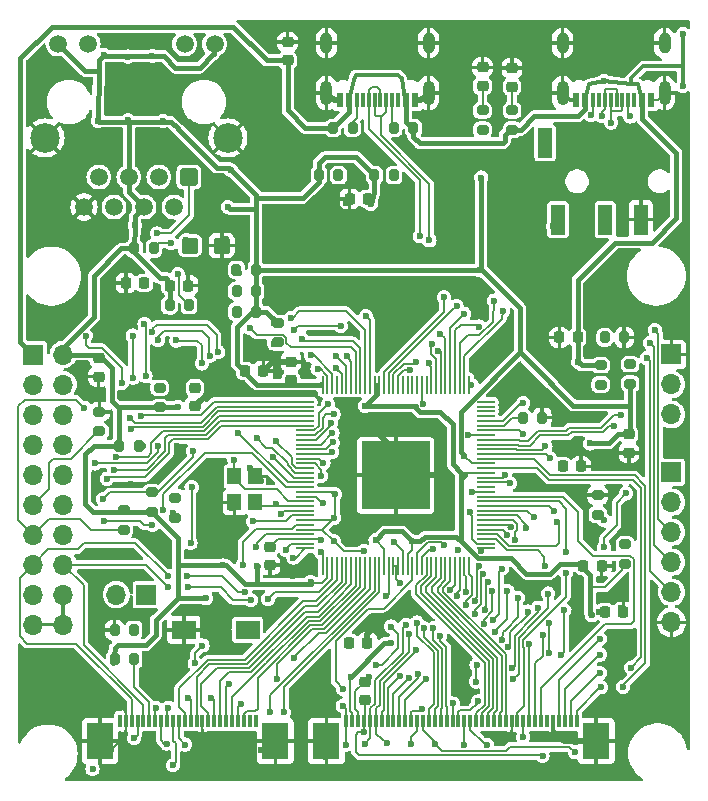
<source format=gbr>
%TF.GenerationSoftware,KiCad,Pcbnew,8.0.3-8.0.3-0~ubuntu24.04.1*%
%TF.CreationDate,2024-07-16T09:03:33+03:00*%
%TF.ProjectId,displinux,64697370-6c69-46e7-9578-2e6b69636164,rev?*%
%TF.SameCoordinates,Original*%
%TF.FileFunction,Copper,L1,Top*%
%TF.FilePolarity,Positive*%
%FSLAX46Y46*%
G04 Gerber Fmt 4.6, Leading zero omitted, Abs format (unit mm)*
G04 Created by KiCad (PCBNEW 8.0.3-8.0.3-0~ubuntu24.04.1) date 2024-07-16 09:03:33*
%MOMM*%
%LPD*%
G01*
G04 APERTURE LIST*
G04 Aperture macros list*
%AMRoundRect*
0 Rectangle with rounded corners*
0 $1 Rounding radius*
0 $2 $3 $4 $5 $6 $7 $8 $9 X,Y pos of 4 corners*
0 Add a 4 corners polygon primitive as box body*
4,1,4,$2,$3,$4,$5,$6,$7,$8,$9,$2,$3,0*
0 Add four circle primitives for the rounded corners*
1,1,$1+$1,$2,$3*
1,1,$1+$1,$4,$5*
1,1,$1+$1,$6,$7*
1,1,$1+$1,$8,$9*
0 Add four rect primitives between the rounded corners*
20,1,$1+$1,$2,$3,$4,$5,0*
20,1,$1+$1,$4,$5,$6,$7,0*
20,1,$1+$1,$6,$7,$8,$9,0*
20,1,$1+$1,$8,$9,$2,$3,0*%
G04 Aperture macros list end*
%TA.AperFunction,Conductor*%
%ADD10C,0.300000*%
%TD*%
%TA.AperFunction,SMDPad,CuDef*%
%ADD11RoundRect,0.200000X-0.200000X-0.275000X0.200000X-0.275000X0.200000X0.275000X-0.200000X0.275000X0*%
%TD*%
%TA.AperFunction,SMDPad,CuDef*%
%ADD12RoundRect,0.225000X-0.225000X-0.250000X0.225000X-0.250000X0.225000X0.250000X-0.225000X0.250000X0*%
%TD*%
%TA.AperFunction,SMDPad,CuDef*%
%ADD13RoundRect,0.200000X0.275000X-0.200000X0.275000X0.200000X-0.275000X0.200000X-0.275000X-0.200000X0*%
%TD*%
%TA.AperFunction,SMDPad,CuDef*%
%ADD14RoundRect,0.250000X-0.450000X-0.425000X0.450000X-0.425000X0.450000X0.425000X-0.450000X0.425000X0*%
%TD*%
%TA.AperFunction,SMDPad,CuDef*%
%ADD15R,0.300000X1.100000*%
%TD*%
%TA.AperFunction,SMDPad,CuDef*%
%ADD16R,2.300000X3.100000*%
%TD*%
%TA.AperFunction,SMDPad,CuDef*%
%ADD17RoundRect,0.200000X-0.275000X0.200000X-0.275000X-0.200000X0.275000X-0.200000X0.275000X0.200000X0*%
%TD*%
%TA.AperFunction,SMDPad,CuDef*%
%ADD18RoundRect,0.218750X-0.256250X0.218750X-0.256250X-0.218750X0.256250X-0.218750X0.256250X0.218750X0*%
%TD*%
%TA.AperFunction,SMDPad,CuDef*%
%ADD19R,0.600000X1.240000*%
%TD*%
%TA.AperFunction,SMDPad,CuDef*%
%ADD20R,0.300000X1.240000*%
%TD*%
%TA.AperFunction,ComponentPad*%
%ADD21O,1.000000X2.100000*%
%TD*%
%TA.AperFunction,ComponentPad*%
%ADD22O,1.000000X1.800000*%
%TD*%
%TA.AperFunction,ComponentPad*%
%ADD23R,1.700000X1.700000*%
%TD*%
%TA.AperFunction,ComponentPad*%
%ADD24O,1.700000X1.700000*%
%TD*%
%TA.AperFunction,SMDPad,CuDef*%
%ADD25R,1.200000X1.400000*%
%TD*%
%TA.AperFunction,SMDPad,CuDef*%
%ADD26RoundRect,0.200000X0.200000X0.275000X-0.200000X0.275000X-0.200000X-0.275000X0.200000X-0.275000X0*%
%TD*%
%TA.AperFunction,SMDPad,CuDef*%
%ADD27RoundRect,0.225000X0.225000X0.250000X-0.225000X0.250000X-0.225000X-0.250000X0.225000X-0.250000X0*%
%TD*%
%TA.AperFunction,SMDPad,CuDef*%
%ADD28RoundRect,0.062500X-0.675000X-0.062500X0.675000X-0.062500X0.675000X0.062500X-0.675000X0.062500X0*%
%TD*%
%TA.AperFunction,SMDPad,CuDef*%
%ADD29RoundRect,0.062500X-0.062500X-0.675000X0.062500X-0.675000X0.062500X0.675000X-0.062500X0.675000X0*%
%TD*%
%TA.AperFunction,SMDPad,CuDef*%
%ADD30RoundRect,0.225000X-0.250000X0.225000X-0.250000X-0.225000X0.250000X-0.225000X0.250000X0.225000X0*%
%TD*%
%TA.AperFunction,ComponentPad*%
%ADD31RoundRect,0.250500X0.499500X0.499500X-0.499500X0.499500X-0.499500X-0.499500X0.499500X-0.499500X0*%
%TD*%
%TA.AperFunction,ComponentPad*%
%ADD32C,1.500000*%
%TD*%
%TA.AperFunction,ComponentPad*%
%ADD33C,2.500000*%
%TD*%
%TA.AperFunction,SMDPad,CuDef*%
%ADD34R,5.730000X5.730000*%
%TD*%
%TA.AperFunction,SMDPad,CuDef*%
%ADD35R,1.200000X2.500000*%
%TD*%
%TA.AperFunction,SMDPad,CuDef*%
%ADD36R,2.000000X1.600000*%
%TD*%
%TA.AperFunction,SMDPad,CuDef*%
%ADD37RoundRect,0.225000X0.250000X-0.225000X0.250000X0.225000X-0.250000X0.225000X-0.250000X-0.225000X0*%
%TD*%
%TA.AperFunction,ViaPad*%
%ADD38C,0.600000*%
%TD*%
%TA.AperFunction,Conductor*%
%ADD39C,0.200000*%
%TD*%
%TA.AperFunction,Conductor*%
%ADD40C,0.500000*%
%TD*%
%TA.AperFunction,Conductor*%
%ADD41C,0.400000*%
%TD*%
%TA.AperFunction,Conductor*%
%ADD42C,0.190000*%
%TD*%
%TA.AperFunction,Conductor*%
%ADD43C,0.180000*%
%TD*%
G04 APERTURE END LIST*
D10*
%TO.N,+5V*%
X246950000Y-58100000D02*
X246650000Y-56300000D01*
%TD*%
D11*
%TO.P,R27,1*%
%TO.N,Net-(U1-~{RESET})*%
X232662500Y-72500000D03*
%TO.P,R27,2*%
%TO.N,+3V3*%
X234312500Y-72500000D03*
%TD*%
D12*
%TO.P,C35,1*%
%TO.N,/VDD-CORE*%
X263880000Y-101480000D03*
%TO.P,C35,2*%
%TO.N,GND*%
X265430000Y-101480000D03*
%TD*%
D13*
%TO.P,R7,1*%
%TO.N,+3V3*%
X225500000Y-93000000D03*
%TO.P,R7,2*%
%TO.N,/SPI0_MOSI*%
X225500000Y-91350000D03*
%TD*%
D14*
%TO.P,C23,1*%
%TO.N,Net-(U1-PFBIN1)*%
X228730000Y-70450000D03*
%TO.P,C23,2*%
%TO.N,GND*%
X231430000Y-70450000D03*
%TD*%
D15*
%TO.P,J6,1,Pin_1*%
%TO.N,unconnected-(J6-Pin_1-Pad1)*%
X222790000Y-110700000D03*
%TO.P,J6,2,Pin_2*%
%TO.N,GND*%
X223290000Y-110700000D03*
%TO.P,J6,3,Pin_3*%
%TO.N,/TWI2-SDA*%
X223790000Y-110700000D03*
%TO.P,J6,4,Pin_4*%
%TO.N,/CSI-DVDD-2_8V*%
X224290000Y-110700000D03*
%TO.P,J6,5,Pin_5*%
%TO.N,/TWI2-SCK*%
X224790000Y-110700000D03*
%TO.P,J6,6,Pin_6*%
%TO.N,/CSI-RST#*%
X225290000Y-110700000D03*
%TO.P,J6,7,Pin_7*%
%TO.N,/NCSI0-VSYNC*%
X225790000Y-110700000D03*
%TO.P,J6,8,Pin_8*%
%TO.N,/CSI-PWDN*%
X226290000Y-110700000D03*
%TO.P,J6,9,Pin_9*%
%TO.N,/NCSI0-HSYNC*%
X226790000Y-110700000D03*
%TO.P,J6,10,Pin_10*%
%TO.N,/CSI-DVDD-1_2V*%
X227290000Y-110700000D03*
%TO.P,J6,11,Pin_11*%
%TO.N,+3V3*%
X227790000Y-110700000D03*
%TO.P,J6,12,Pin_12*%
%TO.N,/NCSI0-D7*%
X228290000Y-110700000D03*
%TO.P,J6,13,Pin_13*%
%TO.N,/NCSI0-MCLK*%
X228790000Y-110700000D03*
%TO.P,J6,14,Pin_14*%
%TO.N,/NCSI0-D6*%
X229290000Y-110700000D03*
%TO.P,J6,15,Pin_15*%
%TO.N,GND*%
X229790000Y-110700000D03*
%TO.P,J6,16,Pin_16*%
%TO.N,/NCSI0-D5*%
X230290000Y-110700000D03*
%TO.P,J6,17,Pin_17*%
%TO.N,/NCSI0-PCLK*%
X230790000Y-110700000D03*
%TO.P,J6,18,Pin_18*%
%TO.N,/NCSI0-D4*%
X231290000Y-110700000D03*
%TO.P,J6,19,Pin_19*%
%TO.N,/NCSI0-D0*%
X231790000Y-110700000D03*
%TO.P,J6,20,Pin_20*%
%TO.N,/NCSI0-D3*%
X232290000Y-110700000D03*
%TO.P,J6,21,Pin_21*%
%TO.N,/NCSI0-D1*%
X232790000Y-110700000D03*
%TO.P,J6,22,Pin_22*%
%TO.N,/NCSI0-D2*%
X233290000Y-110700000D03*
%TO.P,J6,23,Pin_23*%
%TO.N,unconnected-(J6-Pin_23-Pad23)*%
X233790000Y-110700000D03*
%TO.P,J6,24,Pin_24*%
%TO.N,unconnected-(J6-Pin_24-Pad24)*%
X234290000Y-110700000D03*
D16*
%TO.P,J6,MP,MountPin*%
%TO.N,GND*%
X221120000Y-112400000D03*
X235960000Y-112400000D03*
%TD*%
D17*
%TO.P,R44,1*%
%TO.N,+3V3*%
X223120000Y-92875000D03*
%TO.P,R44,2*%
%TO.N,/SPI0_CS0*%
X223120000Y-94525000D03*
%TD*%
D18*
%TO.P,D1,1,K*%
%TO.N,GND*%
X253500000Y-55362500D03*
%TO.P,D1,2,A*%
%TO.N,Net-(D1-A)*%
X253500000Y-56937500D03*
%TD*%
D19*
%TO.P,J1,A1*%
%TO.N,N/C*%
X267800000Y-58120000D03*
%TO.P,J1,A4*%
X267000000Y-58120000D03*
D20*
%TO.P,J1,A5,CC1*%
%TO.N,Net-(J1-CC1)*%
X265850000Y-58120000D03*
%TO.P,J1,A6,DP1*%
%TO.N,/USB0_P*%
X264850000Y-58120000D03*
%TO.P,J1,A7,DN1*%
%TO.N,/USB0_N*%
X264350000Y-58120000D03*
%TO.P,J1,A8,SBU1*%
%TO.N,unconnected-(J1-SBU1-PadA8)*%
X263350000Y-58120000D03*
D19*
%TO.P,J1,A9*%
%TO.N,N/C*%
X262200000Y-58120000D03*
%TO.P,J1,A12*%
X261400000Y-58120000D03*
%TO.P,J1,B1*%
X261400000Y-58120000D03*
%TO.P,J1,B4*%
X262200000Y-58120000D03*
D20*
%TO.P,J1,B5,CC2*%
%TO.N,Net-(J1-CC2)*%
X262850000Y-58120000D03*
%TO.P,J1,B6,DP2*%
%TO.N,/USB0_P*%
X263850000Y-58120000D03*
%TO.P,J1,B7,DN2*%
%TO.N,/USB0_N*%
X265350000Y-58120000D03*
%TO.P,J1,B8,SBU2*%
%TO.N,unconnected-(J1-SBU2-PadB8)*%
X266350000Y-58120000D03*
D19*
%TO.P,J1,B9*%
%TO.N,N/C*%
X267000000Y-58120000D03*
%TO.P,J1,B12*%
X267800000Y-58120000D03*
D21*
%TO.P,J1,S1,SHELL_GND*%
%TO.N,GND*%
X268920000Y-57520000D03*
D22*
X268920000Y-53320000D03*
D21*
X260280000Y-57520000D03*
D22*
X260280000Y-53320000D03*
%TD*%
D11*
%TO.P,R42,1*%
%TO.N,+3V3*%
X244350000Y-64500000D03*
%TO.P,R42,2*%
%TO.N,/SDC0-CMD*%
X246000000Y-64500000D03*
%TD*%
D23*
%TO.P,J4,1,Pin_1*%
%TO.N,+5V*%
X215460000Y-79680000D03*
D24*
%TO.P,J4,2,Pin_2*%
%TO.N,+3V3*%
X218000000Y-79680000D03*
%TO.P,J4,3,Pin_3*%
%TO.N,/PG6*%
X215460000Y-82220000D03*
%TO.P,J4,4,Pin_4*%
%TO.N,/PG7*%
X218000000Y-82220000D03*
%TO.P,J4,5,Pin_5*%
%TO.N,/PG8*%
X215460000Y-84760000D03*
%TO.P,J4,6,Pin_6*%
%TO.N,/PG9*%
X218000000Y-84760000D03*
%TO.P,J4,7,Pin_7*%
%TO.N,/PG10*%
X215460000Y-87300000D03*
%TO.P,J4,8,Pin_8*%
%TO.N,/PG11*%
X218000000Y-87300000D03*
%TO.P,J4,9,Pin_9*%
%TO.N,/SPI0_HOLD*%
X215460000Y-89840000D03*
%TO.P,J4,10,Pin_10*%
%TO.N,/SPI0_WP*%
X218000000Y-89840000D03*
%TO.P,J4,11,Pin_11*%
%TO.N,/SPI0_MISO*%
X215460000Y-92380000D03*
%TO.P,J4,12,Pin_12*%
%TO.N,/SPI0_MOSI*%
X218000000Y-92380000D03*
%TO.P,J4,13,Pin_13*%
%TO.N,/SPI0_CS0*%
X215460000Y-94920000D03*
%TO.P,J4,14,Pin_14*%
%TO.N,/SPI0_CLK*%
X218000000Y-94920000D03*
%TO.P,J4,15,Pin_15*%
%TO.N,/TWI2-SDA*%
X215460000Y-97460000D03*
%TO.P,J4,16,Pin_16*%
%TO.N,/TWI2-SCK*%
X218000000Y-97460000D03*
%TO.P,J4,17,Pin_17*%
%TO.N,/CLKO*%
X215460000Y-100000000D03*
%TO.P,J4,18,Pin_18*%
%TO.N,GND*%
X218000000Y-100000000D03*
%TO.P,J4,19,Pin_19*%
X215460000Y-102540000D03*
%TO.P,J4,20,Pin_20*%
X218000000Y-102540000D03*
%TD*%
D11*
%TO.P,R28,1*%
%TO.N,+3V3*%
X227000000Y-75500000D03*
%TO.P,R28,2*%
%TO.N,Net-(R28-Pad2)*%
X228650000Y-75500000D03*
%TD*%
D25*
%TO.P,Y1,1,1*%
%TO.N,/DXIN*%
X234200000Y-92200000D03*
%TO.P,Y1,2,2*%
%TO.N,GND*%
X234200000Y-90000000D03*
%TO.P,Y1,3,3*%
%TO.N,/DXOUT*%
X232500000Y-90000000D03*
%TO.P,Y1,4,4*%
%TO.N,GND*%
X232500000Y-92200000D03*
%TD*%
D26*
%TO.P,R22,1*%
%TO.N,+3V3*%
X234325000Y-76050000D03*
%TO.P,R22,2*%
%TO.N,/PG14*%
X232675000Y-76050000D03*
%TD*%
D27*
%TO.P,C55,1*%
%TO.N,+3V3*%
X243800000Y-66500000D03*
%TO.P,C55,2*%
%TO.N,GND*%
X242250000Y-66500000D03*
%TD*%
D28*
%TO.P,U3,1,PG6*%
%TO.N,/PG6*%
X238500000Y-83700000D03*
%TO.P,U3,2,PG7*%
%TO.N,/PG7*%
X238500000Y-84100000D03*
%TO.P,U3,3,PG8*%
%TO.N,/PG8*%
X238500000Y-84500000D03*
%TO.P,U3,4,PG9*%
%TO.N,/PG9*%
X238500000Y-84900000D03*
%TO.P,U3,5,PG10*%
%TO.N,/PG10*%
X238500000Y-85300000D03*
%TO.P,U3,6,PG11*%
%TO.N,/PG11*%
X238500000Y-85700000D03*
%TO.P,U3,7,PF0*%
%TO.N,/SDC0-D1*%
X238500000Y-86100000D03*
%TO.P,U3,8,PF1*%
%TO.N,/SDC0-D0*%
X238500000Y-86500000D03*
%TO.P,U3,9,PF2*%
%TO.N,/SDC0-CLK*%
X238500000Y-86900000D03*
%TO.P,U3,10,PF3*%
%TO.N,/SDC0-CMD*%
X238500000Y-87300000D03*
%TO.P,U3,11,PF4*%
%TO.N,/SDC0-D3*%
X238500000Y-87700000D03*
%TO.P,U3,12,PF5*%
%TO.N,/SDC0-D2*%
X238500000Y-88100000D03*
%TO.P,U3,13,PF6*%
%TO.N,/SDC0-CD*%
X238500000Y-88500000D03*
%TO.P,U3,14,PC7*%
%TO.N,/SPI0_HOLD*%
X238500000Y-88900000D03*
%TO.P,U3,15,PC6*%
%TO.N,/SPI0_WP*%
X238500000Y-89300000D03*
%TO.P,U3,16,PC5*%
%TO.N,/SPI0_MISO*%
X238500000Y-89700000D03*
%TO.P,U3,17,PC4*%
%TO.N,/SPI0_MOSI*%
X238500000Y-90100000D03*
%TO.P,U3,18,PC3*%
%TO.N,/SPI0_CS0*%
X238500000Y-90500000D03*
%TO.P,U3,19,PC2*%
%TO.N,/SPI0_CLK*%
X238500000Y-90900000D03*
%TO.P,U3,20,VCC-PLL*%
%TO.N,+1V8*%
X238500000Y-91300000D03*
%TO.P,U3,21,REFCLK-OUT*%
%TO.N,/CLKO*%
X238500000Y-91700000D03*
%TO.P,U3,22,DXOUT*%
%TO.N,/DXOUT*%
X238500000Y-92100000D03*
%TO.P,U3,23,DXIN*%
%TO.N,/DXIN*%
X238500000Y-92500000D03*
%TO.P,U3,24,X32KOUT*%
%TO.N,Net-(U3-X32KOUT)*%
X238500000Y-92900000D03*
%TO.P,U3,25,XX32KIN*%
%TO.N,Net-(U3-XX32KIN)*%
X238500000Y-93300000D03*
%TO.P,U3,26,VCC-RTC*%
%TO.N,+1V8*%
X238500000Y-93700000D03*
%TO.P,U3,27,RST*%
%TO.N,/RST*%
X238500000Y-94100000D03*
%TO.P,U3,28,LDOA-OUT*%
%TO.N,+1V8*%
X238500000Y-94500000D03*
%TO.P,U3,29,LDO-IN*%
%TO.N,Net-(D3-K)*%
X238500000Y-94900000D03*
%TO.P,U3,30,LDOB-OUT*%
%TO.N,/LDOB-OUT*%
X238500000Y-95300000D03*
%TO.P,U3,31,PE13*%
%TO.N,/TWI2-SDA*%
X238500000Y-95700000D03*
%TO.P,U3,32,PE12*%
%TO.N,/TWI2-SCK*%
X238500000Y-96100000D03*
D29*
%TO.P,U3,33,PE3*%
%TO.N,/NCSI0-MCLK*%
X239962500Y-97562500D03*
%TO.P,U3,34,VCC-PE*%
%TO.N,+3V3*%
X240362500Y-97562500D03*
%TO.P,U3,35,PE2*%
%TO.N,/NCSI0-PCLK*%
X240762500Y-97562500D03*
%TO.P,U3,36,PE11*%
%TO.N,/NCSI0-D7*%
X241162500Y-97562500D03*
%TO.P,U3,37,PE10*%
%TO.N,/NCSI0-D6*%
X241562500Y-97562500D03*
%TO.P,U3,38,PE9*%
%TO.N,/NCSI0-D5*%
X241962500Y-97562500D03*
%TO.P,U3,39,PE8*%
%TO.N,/NCSI0-D4*%
X242362500Y-97562500D03*
%TO.P,U3,40,PE7*%
%TO.N,/NCSI0-D3*%
X242762500Y-97562500D03*
%TO.P,U3,41,PE6*%
%TO.N,/NCSI0-D2*%
X243162500Y-97562500D03*
%TO.P,U3,42,PE5*%
%TO.N,/NCSI0-D1*%
X243562500Y-97562500D03*
%TO.P,U3,43,PE4*%
%TO.N,/NCSI0-D0*%
X243962500Y-97562500D03*
%TO.P,U3,44,PE0*%
%TO.N,/NCSI0-HSYNC*%
X244362500Y-97562500D03*
%TO.P,U3,45,PE1*%
%TO.N,/NCSI0-VSYNC*%
X244762500Y-97562500D03*
%TO.P,U3,46,VDD-SYS0*%
%TO.N,/VDD-CORE*%
X245162500Y-97562500D03*
%TO.P,U3,47,DZQ*%
%TO.N,Net-(U3-DZQ)*%
X245562500Y-97562500D03*
%TO.P,U3,48,VCC-DRAM0*%
%TO.N,/LDOB-OUT*%
X245962500Y-97562500D03*
%TO.P,U3,49,VCC-DRAM1*%
X246362500Y-97562500D03*
%TO.P,U3,50,VDD18-DRAM*%
%TO.N,+1V8*%
X246762500Y-97562500D03*
%TO.P,U3,51,VDD-SYS0*%
%TO.N,/VDD-CORE*%
X247162500Y-97562500D03*
%TO.P,U3,52,PD22*%
%TO.N,/LCD0_PWM*%
X247562500Y-97562500D03*
%TO.P,U3,53,PD21*%
%TO.N,/LCD0-VSYNC*%
X247962500Y-97562500D03*
%TO.P,U3,54,PD20*%
%TO.N,/LCD0-HSYNC*%
X248362500Y-97562500D03*
%TO.P,U3,55,PD0*%
%TO.N,/LCD0-D2*%
X248762500Y-97562500D03*
%TO.P,U3,56,PD1*%
%TO.N,/LCD0-D3*%
X249162500Y-97562500D03*
%TO.P,U3,57,PD2*%
%TO.N,/LCD0-D4*%
X249562500Y-97562500D03*
%TO.P,U3,58,PD3*%
%TO.N,/LCD0-D5*%
X249962500Y-97562500D03*
%TO.P,U3,59,PD4*%
%TO.N,/LCD0-D6*%
X250362500Y-97562500D03*
%TO.P,U3,60,PD5*%
%TO.N,/LCD0-D7*%
X250762500Y-97562500D03*
%TO.P,U3,61,PD6*%
%TO.N,/LCD0-D10*%
X251162500Y-97562500D03*
%TO.P,U3,62,PD7*%
%TO.N,/LCD0-D11*%
X251562500Y-97562500D03*
%TO.P,U3,63,PD8*%
%TO.N,/LCD0-D12*%
X251962500Y-97562500D03*
%TO.P,U3,64,PD9*%
%TO.N,/LCD0-D13*%
X252362500Y-97562500D03*
D28*
%TO.P,U3,65,VCC-LVDS*%
%TO.N,+1V8*%
X253825000Y-96100000D03*
%TO.P,U3,66,VCC-PD*%
%TO.N,+3V3*%
X253825000Y-95700000D03*
%TO.P,U3,67,PD10*%
%TO.N,/LCD0-D14*%
X253825000Y-95300000D03*
%TO.P,U3,68,PD11*%
%TO.N,/LCD0-D15*%
X253825000Y-94900000D03*
%TO.P,U3,69,PD13*%
%TO.N,/LCD0-D19*%
X253825000Y-94500000D03*
%TO.P,U3,70,PD12*%
%TO.N,/LCD0-D18*%
X253825000Y-94100000D03*
%TO.P,U3,71,PD14*%
%TO.N,/LCD0-D20*%
X253825000Y-93700000D03*
%TO.P,U3,72,PD15*%
%TO.N,/LCD0-D21*%
X253825000Y-93300000D03*
%TO.P,U3,73,PD16*%
%TO.N,/LCD0-D22*%
X253825000Y-92900000D03*
%TO.P,U3,74,PD17*%
%TO.N,/LCD0-D23*%
X253825000Y-92500000D03*
%TO.P,U3,75,PD18*%
%TO.N,/LCD0-CLK*%
X253825000Y-92100000D03*
%TO.P,U3,76,PD19*%
%TO.N,/LCD0-DE*%
X253825000Y-91700000D03*
%TO.P,U3,77,VCC-TVOUT*%
%TO.N,+3V3*%
X253825000Y-91300000D03*
%TO.P,U3,78,TVOUT0*%
%TO.N,unconnected-(U3-TVOUT0-Pad78)*%
X253825000Y-90900000D03*
%TO.P,U3,79,PB7*%
%TO.N,/LCD0-D17*%
X253825000Y-90500000D03*
%TO.P,U3,80,PB6*%
%TO.N,/LCD0-D16*%
X253825000Y-90100000D03*
%TO.P,U3,81,VDD-SYS2*%
%TO.N,/VDD-CORE*%
X253825000Y-89700000D03*
%TO.P,U3,82,PB5*%
%TO.N,/LCD0-D9*%
X253825000Y-89300000D03*
%TO.P,U3,83,VCC-IO*%
%TO.N,+3V3*%
X253825000Y-88900000D03*
%TO.P,U3,84,PB4*%
%TO.N,/LCD0-D8*%
X253825000Y-88500000D03*
%TO.P,U3,85,PB3*%
%TO.N,/LCD0-D1*%
X253825000Y-88100000D03*
%TO.P,U3,86,PB2*%
%TO.N,/LCD0-D0*%
X253825000Y-87700000D03*
%TO.P,U3,87,MICIN3P*%
%TO.N,/MIC3P*%
X253825000Y-87300000D03*
%TO.P,U3,88,MICIN3N*%
%TO.N,/MIC3N*%
X253825000Y-86900000D03*
%TO.P,U3,89,AVCC*%
%TO.N,+1V8*%
X253825000Y-86500000D03*
%TO.P,U3,90,VRA2*%
%TO.N,Net-(U3-VRA2)*%
X253825000Y-86100000D03*
%TO.P,U3,91,AGND*%
%TO.N,Net-(U3-AGND)*%
X253825000Y-85700000D03*
%TO.P,U3,92,VRA1*%
%TO.N,Net-(U3-VRA1)*%
X253825000Y-85300000D03*
%TO.P,U3,93,FMINR*%
%TO.N,unconnected-(U3-FMINR-Pad93)*%
X253825000Y-84900000D03*
%TO.P,U3,94,FMINL*%
%TO.N,unconnected-(U3-FMINL-Pad94)*%
X253825000Y-84500000D03*
%TO.P,U3,95,LINEINR*%
%TO.N,unconnected-(U3-LINEINR-Pad95)*%
X253825000Y-84100000D03*
%TO.P,U3,96,LINEINL*%
%TO.N,unconnected-(U3-LINEINL-Pad96)*%
X253825000Y-83700000D03*
D29*
%TO.P,U3,97,HPVCC*%
%TO.N,+1V8*%
X252362500Y-82237500D03*
%TO.P,U3,98,HPOUTR*%
%TO.N,/HPOUTR*%
X251962500Y-82237500D03*
%TO.P,U3,99,HPOUTL*%
%TO.N,/HPOUTL*%
X251562500Y-82237500D03*
%TO.P,U3,100,HPOUTFB*%
%TO.N,/HPOUTFB*%
X251162500Y-82237500D03*
%TO.P,U3,101,GPADC0*%
%TO.N,/GPADC0*%
X250762500Y-82237500D03*
%TO.P,U3,102,TP-X1*%
%TO.N,/TP_X1*%
X250362500Y-82237500D03*
%TO.P,U3,103,TP-X2*%
%TO.N,/TP_X2*%
X249962500Y-82237500D03*
%TO.P,U3,104,TP-Y1*%
%TO.N,/TP_Y1*%
X249562500Y-82237500D03*
%TO.P,U3,105,TP-Y2*%
%TO.N,/TP_Y2*%
X249162500Y-82237500D03*
%TO.P,U3,106,NC0*%
%TO.N,unconnected-(U3-NC0-Pad106)*%
X248762500Y-82237500D03*
%TO.P,U3,107,VCC-TVIN*%
%TO.N,+1V8*%
X248362500Y-82237500D03*
%TO.P,U3,108,TVIN0*%
%TO.N,unconnected-(U3-TVIN0-Pad108)*%
X247962500Y-82237500D03*
%TO.P,U3,109,TVIN1*%
%TO.N,unconnected-(U3-TVIN1-Pad109)*%
X247562500Y-82237500D03*
%TO.P,U3,110,TVIN-VRP*%
%TO.N,unconnected-(U3-TVIN-VRP-Pad110)*%
X247162500Y-82237500D03*
%TO.P,U3,111,TVIN-VRN*%
%TO.N,unconnected-(U3-TVIN-VRN-Pad111)*%
X246762500Y-82237500D03*
%TO.P,U3,112,USB1-DP*%
%TO.N,/USB1_P*%
X246362500Y-82237500D03*
%TO.P,U3,113,USB1-DM*%
%TO.N,/USB1_N*%
X245962500Y-82237500D03*
%TO.P,U3,114,USB0-DM*%
%TO.N,/USB0_N*%
X245562500Y-82237500D03*
%TO.P,U3,115,USB0-DP*%
%TO.N,/USB0_P*%
X245162500Y-82237500D03*
%TO.P,U3,116,VDD-CORE0*%
%TO.N,/VDD-CORE*%
X244762500Y-82237500D03*
%TO.P,U3,117,VDD-CORE1*%
X244362500Y-82237500D03*
%TO.P,U3,118,PG1*%
%TO.N,/PG1*%
X243962500Y-82237500D03*
%TO.P,U3,119,PG2*%
%TO.N,/PG2*%
X243562500Y-82237500D03*
%TO.P,U3,120,PG0*%
%TO.N,/PG0*%
X243162500Y-82237500D03*
%TO.P,U3,121,PG3*%
%TO.N,/PG3*%
X242762500Y-82237500D03*
%TO.P,U3,122,PG5*%
%TO.N,/PG5*%
X242362500Y-82237500D03*
%TO.P,U3,123,PG4*%
%TO.N,/PG4*%
X241962500Y-82237500D03*
%TO.P,U3,124,PG12*%
%TO.N,/PG12*%
X241562500Y-82237500D03*
%TO.P,U3,125,PG13*%
%TO.N,unconnected-(U3-PG13-Pad125)*%
X241162500Y-82237500D03*
%TO.P,U3,126,PG14*%
%TO.N,/PG14*%
X240762500Y-82237500D03*
%TO.P,U3,127,PG15*%
%TO.N,/PG15*%
X240362500Y-82237500D03*
%TO.P,U3,128,VCC-PG*%
%TO.N,+3V3*%
X239962500Y-82237500D03*
%TD*%
D30*
%TO.P,C24,1*%
%TO.N,+3V3*%
X221000000Y-80000000D03*
%TO.P,C24,2*%
%TO.N,GND*%
X221000000Y-81550000D03*
%TD*%
D13*
%TO.P,R39,1*%
%TO.N,Net-(U4-FB)*%
X263260000Y-93240000D03*
%TO.P,R39,2*%
%TO.N,GND*%
X263260000Y-91590000D03*
%TD*%
D11*
%TO.P,R26,1*%
%TO.N,+3V3*%
X224025000Y-70700000D03*
%TO.P,R26,2*%
%TO.N,Net-(R26-Pad2)*%
X225675000Y-70700000D03*
%TD*%
D13*
%TO.P,R32,1*%
%TO.N,Net-(X1-EN)*%
X236150000Y-78650000D03*
%TO.P,R32,2*%
%TO.N,+3V3*%
X236150000Y-77000000D03*
%TD*%
D31*
%TO.P,J5,1*%
%TO.N,Net-(U1-TD+)*%
X228640000Y-64650000D03*
D32*
%TO.P,J5,2*%
%TO.N,Net-(U1-TD-)*%
X227380000Y-67190000D03*
%TO.P,J5,3*%
%TO.N,Net-(U1-RD+)*%
X226100000Y-64650000D03*
%TO.P,J5,4*%
%TO.N,+3V3*%
X224840000Y-67190000D03*
%TO.P,J5,5*%
X223560000Y-64650000D03*
%TO.P,J5,6*%
%TO.N,Net-(U1-RD-)*%
X222300000Y-67190000D03*
%TO.P,J5,7*%
%TO.N,unconnected-(J5-Pad7)*%
X221020000Y-64650000D03*
%TO.P,J5,8*%
%TO.N,GND*%
X219760000Y-67190000D03*
%TO.P,J5,9*%
%TO.N,+3V3*%
X230825000Y-53390000D03*
%TO.P,J5,10*%
%TO.N,Net-(J5-Pad10)*%
X228285000Y-53390000D03*
%TO.P,J5,11*%
%TO.N,Net-(J5-Pad11)*%
X220115000Y-53390000D03*
%TO.P,J5,12*%
%TO.N,+3V3*%
X217575000Y-53390000D03*
D33*
%TO.P,J5,SH*%
%TO.N,GND*%
X231945000Y-61340000D03*
X216455000Y-61340000D03*
%TD*%
D12*
%TO.P,C25,1*%
%TO.N,+3V3*%
X227030000Y-73840000D03*
%TO.P,C25,2*%
%TO.N,GND*%
X228580000Y-73840000D03*
%TD*%
%TO.P,C34,1*%
%TO.N,/VDD-CORE*%
X262035000Y-97580000D03*
%TO.P,C34,2*%
%TO.N,GND*%
X263585000Y-97580000D03*
%TD*%
D26*
%TO.P,R36,1*%
%TO.N,/CSI-RST#*%
X224000000Y-103000000D03*
%TO.P,R36,2*%
%TO.N,GND*%
X222350000Y-103000000D03*
%TD*%
D23*
%TO.P,J10,1,Pin_1*%
%TO.N,GND*%
X269500000Y-79670000D03*
D24*
%TO.P,J10,2,Pin_2*%
%TO.N,/MIC3P*%
X269500000Y-82210000D03*
%TO.P,J10,3,Pin_3*%
%TO.N,/MIC3N*%
X269500000Y-84750000D03*
%TD*%
D19*
%TO.P,J2,A1*%
%TO.N,N/C*%
X247810000Y-58120000D03*
%TO.P,J2,A4*%
X247010000Y-58120000D03*
D20*
%TO.P,J2,A5,CC1*%
%TO.N,Net-(J2-CC1)*%
X245860000Y-58120000D03*
%TO.P,J2,A6,DP1*%
%TO.N,/USB1_P*%
X244860000Y-58120000D03*
%TO.P,J2,A7,DN1*%
%TO.N,/USB1_N*%
X244360000Y-58120000D03*
%TO.P,J2,A8,SBU1*%
%TO.N,unconnected-(J2-SBU1-PadA8)*%
X243360000Y-58120000D03*
D19*
%TO.P,J2,A9*%
%TO.N,N/C*%
X242210000Y-58120000D03*
%TO.P,J2,A12*%
X241410000Y-58120000D03*
%TO.P,J2,B1*%
X241410000Y-58120000D03*
%TO.P,J2,B4*%
X242210000Y-58120000D03*
D20*
%TO.P,J2,B5,CC2*%
%TO.N,Net-(J2-CC2)*%
X242860000Y-58120000D03*
%TO.P,J2,B6,DP2*%
%TO.N,/USB1_P*%
X243860000Y-58120000D03*
%TO.P,J2,B7,DN2*%
%TO.N,/USB1_N*%
X245360000Y-58120000D03*
%TO.P,J2,B8,SBU2*%
%TO.N,unconnected-(J2-SBU2-PadB8)*%
X246360000Y-58120000D03*
D19*
%TO.P,J2,B9*%
%TO.N,N/C*%
X247010000Y-58120000D03*
%TO.P,J2,B12*%
X247810000Y-58120000D03*
D21*
%TO.P,J2,S1,SHELL_GND*%
%TO.N,GND*%
X248930000Y-57520000D03*
D22*
X248930000Y-53320000D03*
D21*
X240290000Y-57520000D03*
D22*
X240290000Y-53320000D03*
%TD*%
D34*
%TO.P,,1*%
%TO.N,GND*%
X246162500Y-89900000D03*
%TD*%
D11*
%TO.P,R35,1*%
%TO.N,+3V3*%
X222350000Y-105500000D03*
%TO.P,R35,2*%
%TO.N,/CSI-RST#*%
X224000000Y-105500000D03*
%TD*%
D30*
%TO.P,C18,1*%
%TO.N,+3V3*%
X265900000Y-86450000D03*
%TO.P,C18,2*%
%TO.N,GND*%
X265900000Y-88000000D03*
%TD*%
D27*
%TO.P,C16,1*%
%TO.N,+5V*%
X261550000Y-78225000D03*
%TO.P,C16,2*%
%TO.N,GND*%
X260000000Y-78225000D03*
%TD*%
D35*
%TO.P,J3,R1*%
%TO.N,Net-(C4-Pad1)*%
X263900000Y-68250000D03*
%TO.P,J3,R2*%
%TO.N,GND*%
X266900000Y-68250000D03*
%TO.P,J3,S*%
%TO.N,/HS_MIC*%
X258800000Y-61750000D03*
%TO.P,J3,T*%
%TO.N,Net-(C6-Pad1)*%
X259900000Y-68250000D03*
%TD*%
D30*
%TO.P,C12,1*%
%TO.N,GND*%
X237280000Y-80290000D03*
%TO.P,C12,2*%
%TO.N,+3V3*%
X237280000Y-81840000D03*
%TD*%
D11*
%TO.P,R30,1*%
%TO.N,Net-(U2-FB)*%
X263850000Y-78225000D03*
%TO.P,R30,2*%
%TO.N,GND*%
X265500000Y-78225000D03*
%TD*%
D12*
%TO.P,C26,1*%
%TO.N,+3V3*%
X233390000Y-81070000D03*
%TO.P,C26,2*%
%TO.N,GND*%
X234940000Y-81070000D03*
%TD*%
D30*
%TO.P,C41,1*%
%TO.N,/LDOB-OUT*%
X235500000Y-95950000D03*
%TO.P,C41,2*%
%TO.N,GND*%
X235500000Y-97500000D03*
%TD*%
D13*
%TO.P,R40,1*%
%TO.N,/VDD-CORE*%
X265570000Y-97395000D03*
%TO.P,R40,2*%
%TO.N,Net-(U4-FB)*%
X265570000Y-95745000D03*
%TD*%
D23*
%TO.P,J7,1,Pin_1*%
%TO.N,/GPADC0*%
X269500000Y-89650000D03*
D24*
%TO.P,J7,2,Pin_2*%
%TO.N,/TP_X1*%
X269500000Y-92190000D03*
%TO.P,J7,3,Pin_3*%
%TO.N,/TP_Y1*%
X269500000Y-94730000D03*
%TO.P,J7,4,Pin_4*%
%TO.N,/TP_X2*%
X269500000Y-97270000D03*
%TO.P,J7,5,Pin_5*%
%TO.N,/TP_Y2*%
X269500000Y-99810000D03*
%TO.P,J7,6,Pin_6*%
%TO.N,GND*%
X269500000Y-102350000D03*
%TD*%
D13*
%TO.P,R10,1*%
%TO.N,/SPI0_MOSI*%
X227460000Y-93505000D03*
%TO.P,R10,2*%
%TO.N,GND*%
X227460000Y-91855000D03*
%TD*%
%TO.P,R18,1*%
%TO.N,+5V*%
X256000000Y-60650000D03*
%TO.P,R18,2*%
%TO.N,Net-(D2-A)*%
X256000000Y-59000000D03*
%TD*%
D18*
%TO.P,D2,1,K*%
%TO.N,GND*%
X256000000Y-55425000D03*
%TO.P,D2,2,A*%
%TO.N,Net-(D2-A)*%
X256000000Y-57000000D03*
%TD*%
D13*
%TO.P,R17,1*%
%TO.N,+3V3*%
X253500000Y-60650000D03*
%TO.P,R17,2*%
%TO.N,Net-(D1-A)*%
X253500000Y-59000000D03*
%TD*%
D17*
%TO.P,R25,1*%
%TO.N,+5V*%
X263500000Y-80575000D03*
%TO.P,R25,2*%
%TO.N,Net-(U2-EN)*%
X263500000Y-82225000D03*
%TD*%
D36*
%TO.P,RST1,1,A*%
%TO.N,GND*%
X228220000Y-102980000D03*
%TO.P,RST1,2,B*%
%TO.N,/RST*%
X233620000Y-102980000D03*
%TD*%
D13*
%TO.P,R11,1*%
%TO.N,/SPI0_MISO*%
X221070000Y-86175000D03*
%TO.P,R11,2*%
%TO.N,GND*%
X221070000Y-84525000D03*
%TD*%
D26*
%TO.P,R33,1*%
%TO.N,GND*%
X258555000Y-85030000D03*
%TO.P,R33,2*%
%TO.N,Net-(U3-AGND)*%
X256905000Y-85030000D03*
%TD*%
D37*
%TO.P,C2,1*%
%TO.N,+5V*%
X237000000Y-54775000D03*
%TO.P,C2,2*%
%TO.N,GND*%
X237000000Y-53225000D03*
%TD*%
%TO.P,C44,1*%
%TO.N,+3V3*%
X243520000Y-108935000D03*
%TO.P,C44,2*%
%TO.N,GND*%
X243520000Y-107385000D03*
%TD*%
D30*
%TO.P,C21,1*%
%TO.N,Net-(U1-PFBIN1)*%
X229162500Y-82500000D03*
%TO.P,C21,2*%
%TO.N,GND*%
X229162500Y-84050000D03*
%TD*%
D12*
%TO.P,C45,1*%
%TO.N,+5V*%
X242210000Y-104080000D03*
%TO.P,C45,2*%
%TO.N,GND*%
X243760000Y-104080000D03*
%TD*%
D23*
%TO.P,J9,1,Pin_1*%
%TO.N,/NCSI0-PCLK*%
X225040000Y-100000000D03*
D24*
%TO.P,J9,2,Pin_2*%
%TO.N,/NCSI0-MCLK*%
X222500000Y-100000000D03*
%TD*%
D11*
%TO.P,R8,1*%
%TO.N,+3V3*%
X222750000Y-87400000D03*
%TO.P,R8,2*%
%TO.N,/SPI0_MISO*%
X224400000Y-87400000D03*
%TD*%
D13*
%TO.P,R31,1*%
%TO.N,+3V3*%
X266000000Y-82150000D03*
%TO.P,R31,2*%
%TO.N,Net-(U2-FB)*%
X266000000Y-80500000D03*
%TD*%
D26*
%TO.P,R23,1*%
%TO.N,+3V3*%
X234325000Y-74300000D03*
%TO.P,R23,2*%
%TO.N,/PG15*%
X232675000Y-74300000D03*
%TD*%
D13*
%TO.P,R24,1*%
%TO.N,+3V3*%
X226162500Y-84150000D03*
%TO.P,R24,2*%
%TO.N,/PG0*%
X226162500Y-82500000D03*
%TD*%
D27*
%TO.P,C22,1*%
%TO.N,Net-(U1-PFBIN1)*%
X224845000Y-73630000D03*
%TO.P,C22,2*%
%TO.N,GND*%
X223295000Y-73630000D03*
%TD*%
D26*
%TO.P,R5,1*%
%TO.N,+5V*%
X247650000Y-60500000D03*
%TO.P,R5,2*%
%TO.N,Net-(J2-CC1)*%
X246000000Y-60500000D03*
%TD*%
D11*
%TO.P,R43,1*%
%TO.N,+3V3*%
X239650000Y-64500000D03*
%TO.P,R43,2*%
%TO.N,/SDC0-CD*%
X241300000Y-64500000D03*
%TD*%
D15*
%TO.P,J8,1,Pin_1*%
%TO.N,/LCD_K*%
X241960000Y-110700000D03*
%TO.P,J8,2,Pin_2*%
%TO.N,/LCD_A*%
X242460000Y-110700000D03*
%TO.P,J8,3,Pin_3*%
%TO.N,GND*%
X242960000Y-110700000D03*
%TO.P,J8,4,Pin_4*%
%TO.N,+3V3*%
X243460000Y-110700000D03*
%TO.P,J8,5,Pin_5*%
%TO.N,/LCD0-D16*%
X243960000Y-110700000D03*
%TO.P,J8,6,Pin_6*%
%TO.N,/LCD0-D17*%
X244460000Y-110700000D03*
%TO.P,J8,7,Pin_7*%
%TO.N,/LCD0-D18*%
X244960000Y-110700000D03*
%TO.P,J8,8,Pin_8*%
%TO.N,/LCD0-D19*%
X245460000Y-110700000D03*
%TO.P,J8,9,Pin_9*%
%TO.N,/LCD0-D20*%
X245960000Y-110700000D03*
%TO.P,J8,10,Pin_10*%
%TO.N,/LCD0-D21*%
X246460000Y-110700000D03*
%TO.P,J8,11,Pin_11*%
%TO.N,/LCD0-D22*%
X246960000Y-110700000D03*
%TO.P,J8,12,Pin_12*%
%TO.N,/LCD0-D23*%
X247460000Y-110700000D03*
%TO.P,J8,13,Pin_13*%
%TO.N,/LCD0-D8*%
X247960000Y-110700000D03*
%TO.P,J8,14,Pin_14*%
%TO.N,/LCD0-D9*%
X248460000Y-110700000D03*
%TO.P,J8,15,Pin_15*%
%TO.N,/LCD0-D10*%
X248960000Y-110700000D03*
%TO.P,J8,16,Pin_16*%
%TO.N,/LCD0-D11*%
X249460000Y-110700000D03*
%TO.P,J8,17,Pin_17*%
%TO.N,/LCD0-D12*%
X249960000Y-110700000D03*
%TO.P,J8,18,Pin_18*%
%TO.N,/LCD0-D13*%
X250460000Y-110700000D03*
%TO.P,J8,19,Pin_19*%
%TO.N,/LCD0-D14*%
X250960000Y-110700000D03*
%TO.P,J8,20,Pin_20*%
%TO.N,/LCD0-D15*%
X251460000Y-110700000D03*
%TO.P,J8,21,Pin_21*%
%TO.N,/LCD0-D0*%
X251960000Y-110700000D03*
%TO.P,J8,22,Pin_22*%
%TO.N,/LCD0-D1*%
X252460000Y-110700000D03*
%TO.P,J8,23,Pin_23*%
%TO.N,/LCD0-D2*%
X252960000Y-110700000D03*
%TO.P,J8,24,Pin_24*%
%TO.N,/LCD0-D3*%
X253460000Y-110700000D03*
%TO.P,J8,25,Pin_25*%
%TO.N,/LCD0-D4*%
X253960000Y-110700000D03*
%TO.P,J8,26,Pin_26*%
%TO.N,/LCD0-D5*%
X254460000Y-110700000D03*
%TO.P,J8,27,Pin_27*%
%TO.N,/LCD0-D6*%
X254960000Y-110700000D03*
%TO.P,J8,28,Pin_28*%
%TO.N,/LCD0-D7*%
X255460000Y-110700000D03*
%TO.P,J8,29,Pin_29*%
%TO.N,GND*%
X255960000Y-110700000D03*
%TO.P,J8,30,Pin_30*%
%TO.N,/LCD0-CLK*%
X256460000Y-110700000D03*
%TO.P,J8,31,Pin_31*%
%TO.N,/DISP*%
X256960000Y-110700000D03*
%TO.P,J8,32,Pin_32*%
%TO.N,/LCD0-HSYNC*%
X257460000Y-110700000D03*
%TO.P,J8,33,Pin_33*%
%TO.N,/LCD0-VSYNC*%
X257960000Y-110700000D03*
%TO.P,J8,34,Pin_34*%
%TO.N,/LCD0-DE*%
X258460000Y-110700000D03*
%TO.P,J8,35,Pin_35*%
%TO.N,unconnected-(J8-Pin_35-Pad35)*%
X258960000Y-110700000D03*
%TO.P,J8,36,Pin_36*%
%TO.N,GND*%
X259460000Y-110700000D03*
%TO.P,J8,37,Pin_37*%
%TO.N,/TP_X1*%
X259960000Y-110700000D03*
%TO.P,J8,38,Pin_38*%
%TO.N,/TP_Y1*%
X260460000Y-110700000D03*
%TO.P,J8,39,Pin_39*%
%TO.N,/TP_X2*%
X260960000Y-110700000D03*
%TO.P,J8,40,Pin_40*%
%TO.N,/TP_Y2*%
X261460000Y-110700000D03*
D16*
%TO.P,J8,MP,MountPin*%
%TO.N,GND*%
X240290000Y-112400000D03*
X263130000Y-112400000D03*
%TD*%
D12*
%TO.P,C32,1*%
%TO.N,+5V*%
X260275000Y-89150000D03*
%TO.P,C32,2*%
%TO.N,GND*%
X261825000Y-89150000D03*
%TD*%
D11*
%TO.P,R6,1*%
%TO.N,+5V*%
X240850000Y-60500000D03*
%TO.P,R6,2*%
%TO.N,Net-(J2-CC2)*%
X242500000Y-60500000D03*
%TD*%
D38*
%TO.N,GND*%
X247210000Y-89370000D03*
X263240000Y-91530000D03*
X245600000Y-91010000D03*
X236780000Y-70970000D03*
X265900000Y-88180000D03*
X250350000Y-89910000D03*
X234760000Y-113180000D03*
X234730000Y-90370000D03*
X222080000Y-113130000D03*
X244480000Y-88270000D03*
X221730000Y-96480000D03*
X216450000Y-107440000D03*
X247680000Y-90540000D03*
X243930000Y-90710000D03*
X241990000Y-89420000D03*
X250900000Y-94320000D03*
X247010000Y-92110000D03*
X245960000Y-93870000D03*
X243860000Y-106980000D03*
X236440000Y-112810000D03*
X250120000Y-86430000D03*
X228690000Y-96540000D03*
X230170000Y-102970000D03*
X244160000Y-70200000D03*
X218110000Y-107400000D03*
X250090000Y-88120000D03*
X241980000Y-66840000D03*
X249430000Y-114410000D03*
X269030000Y-107910000D03*
X244390000Y-93870000D03*
X248610000Y-90690000D03*
X242540000Y-91520000D03*
X245010000Y-90580000D03*
X258500000Y-83750000D03*
X242820000Y-77910000D03*
X253190000Y-74180000D03*
X241960000Y-70130000D03*
X242500000Y-95420000D03*
X247970000Y-87990000D03*
X244260000Y-91470000D03*
X247010000Y-87580000D03*
X229210000Y-83900000D03*
X228880000Y-102580000D03*
X254030000Y-114330000D03*
X269190000Y-105940000D03*
X258230000Y-90900000D03*
X227420000Y-91660000D03*
X233780000Y-89310000D03*
X223480000Y-73630000D03*
X222300000Y-102960000D03*
X222500000Y-109290000D03*
X263590000Y-97630000D03*
X216460000Y-105400000D03*
X250320000Y-93010000D03*
X243900000Y-89870000D03*
X243450000Y-114360000D03*
X245960000Y-92380000D03*
X226150000Y-106640000D03*
X230670000Y-101730000D03*
X231790000Y-69920000D03*
X259990000Y-78260000D03*
X244020000Y-89050000D03*
X248500000Y-88760000D03*
X247380000Y-101200000D03*
X253230000Y-75750000D03*
X232310000Y-92690000D03*
X226540000Y-89770000D03*
X240280000Y-107630000D03*
X225450000Y-114750000D03*
X258520000Y-84980000D03*
X265560000Y-92730000D03*
X214730000Y-107390000D03*
X237440000Y-98400000D03*
X230770000Y-88720000D03*
X255022838Y-72293673D03*
X240240000Y-112730000D03*
X255390000Y-112360000D03*
X230440000Y-114140000D03*
X246120000Y-87470000D03*
X244990000Y-92090000D03*
X220770000Y-90370000D03*
X247470000Y-114370000D03*
X266500000Y-61490000D03*
X267430000Y-107960000D03*
X242030000Y-83990000D03*
X247110000Y-91060000D03*
X230260000Y-92820000D03*
X245450000Y-114380000D03*
X256920000Y-71550000D03*
X270570000Y-58520000D03*
X247990000Y-91680000D03*
X241000000Y-75000000D03*
X231530000Y-95500000D03*
X233610000Y-78810000D03*
X252060000Y-114330000D03*
X248650000Y-89660000D03*
X248490000Y-85410000D03*
X236480000Y-100760000D03*
X231930000Y-78780000D03*
X250310000Y-91510000D03*
X258520000Y-111980000D03*
X229960000Y-95480000D03*
X223720000Y-90620000D03*
X255710000Y-114230000D03*
X263220000Y-113600000D03*
X265210000Y-101150000D03*
X216450000Y-109680000D03*
X230750000Y-82480000D03*
X242470000Y-93450000D03*
X227670000Y-87420000D03*
X247520000Y-93860000D03*
X270480000Y-108050000D03*
X269020000Y-109760000D03*
X261820000Y-89170000D03*
X245220000Y-87710000D03*
X259200000Y-74250000D03*
X257390000Y-99120000D03*
X246350000Y-91230000D03*
X264170000Y-73840000D03*
X245520000Y-89410000D03*
X240260000Y-113730000D03*
X221070000Y-81510000D03*
%TO.N,+5V*%
X270480000Y-52550000D03*
X260150000Y-89150000D03*
X242270000Y-104300000D03*
X263750000Y-56500000D03*
X261600000Y-80300000D03*
X270450000Y-56960000D03*
%TO.N,/HPOUTR*%
X255210000Y-76010000D03*
%TO.N,Net-(C4-Pad1)*%
X263980000Y-68420000D03*
%TO.N,/HPOUTFB*%
X253210000Y-77310000D03*
%TO.N,/HPOUTL*%
X254450000Y-75120000D03*
%TO.N,Net-(C6-Pad1)*%
X259470000Y-68820000D03*
%TO.N,+3V3*%
X238940000Y-98950000D03*
X227080000Y-75720000D03*
X231520000Y-97540000D03*
X220480000Y-114775000D03*
X224050000Y-68750000D03*
X225550000Y-54400000D03*
X228320000Y-112700000D03*
X243450000Y-111660000D03*
X253500000Y-60700000D03*
X235850000Y-77000000D03*
X265950000Y-86450000D03*
X230070000Y-100320000D03*
X223500000Y-59850000D03*
X231930000Y-67180000D03*
X234390000Y-97620000D03*
X221450000Y-54350000D03*
X222190000Y-105650000D03*
X258580000Y-113650000D03*
X227040000Y-73760000D03*
X244050000Y-66910000D03*
X223500000Y-54450000D03*
X223390000Y-92900000D03*
X262600000Y-87200000D03*
X226450000Y-59900000D03*
X252570000Y-91330000D03*
X227720000Y-84140000D03*
X253400000Y-64700000D03*
X220950000Y-59900000D03*
X251960000Y-88240000D03*
X252420000Y-93030000D03*
X253330000Y-72560000D03*
X221250000Y-79950000D03*
X232200000Y-64050000D03*
%TO.N,Net-(U3-VRA1)*%
X256950000Y-83780000D03*
%TO.N,Net-(U1-PFBIN1)*%
X228430000Y-70000000D03*
X224720000Y-73750000D03*
X229170000Y-82440000D03*
%TO.N,Net-(U3-VRA2)*%
X256900000Y-86450000D03*
%TO.N,/DXOUT*%
X232460000Y-88570000D03*
%TO.N,Net-(U4-EN)*%
X263790000Y-95990000D03*
X265640000Y-91440000D03*
%TO.N,/DXIN*%
X235980000Y-92310000D03*
%TO.N,Net-(U3-X32KOUT)*%
X236450000Y-93150000D03*
%TO.N,Net-(U3-XX32KIN)*%
X234070000Y-93790000D03*
%TO.N,/VDD-CORE*%
X243550000Y-84030000D03*
X247500000Y-95500000D03*
X251950000Y-89900000D03*
X244450000Y-95400000D03*
X263380000Y-101450000D03*
X262753899Y-101763051D03*
%TO.N,/CSI-DVDD-2_8V*%
X224010000Y-112160000D03*
%TO.N,+1V8*%
X252290000Y-86500000D03*
X240950000Y-93500000D03*
X243450000Y-96300000D03*
X240900000Y-95500000D03*
X245970000Y-95560000D03*
X241000000Y-91500000D03*
X251420000Y-96250000D03*
X248500000Y-83900000D03*
X252567499Y-82237500D03*
X253394238Y-96274999D03*
%TO.N,/LDOB-OUT*%
X246480000Y-99050000D03*
X239840000Y-95380000D03*
%TO.N,/CSI-DVDD-1_2V*%
X227270000Y-114440000D03*
%TO.N,/LCD_A*%
X245760000Y-104110000D03*
X242360000Y-106950000D03*
%TO.N,/RST*%
X232850000Y-102960000D03*
X233200000Y-97460000D03*
%TO.N,Net-(D3-K)*%
X234300000Y-95980000D03*
%TO.N,Net-(D5-A)*%
X244500000Y-105950000D03*
X245760000Y-102710000D03*
%TO.N,/SPI0_MISO*%
X228870000Y-90920000D03*
X228780000Y-95640000D03*
X224730000Y-87410000D03*
X221040000Y-86200000D03*
X234365000Y-86755000D03*
%TO.N,/TWI2-SDA*%
X233390000Y-99790000D03*
X226840000Y-98400000D03*
X228520000Y-98400000D03*
X236830000Y-96200000D03*
%TO.N,/PG7*%
X223630000Y-85040000D03*
%TO.N,/PG9*%
X222442648Y-88330467D03*
%TO.N,/CLKO*%
X239970000Y-92230000D03*
%TO.N,/SPI0_HOLD*%
X239810000Y-89960000D03*
%TO.N,/PG6*%
X224580000Y-84900000D03*
%TO.N,/SPI0_WP*%
X226060000Y-87450000D03*
X236010000Y-87010000D03*
X220680000Y-88900000D03*
%TO.N,/PG10*%
X222280000Y-89430000D03*
%TO.N,/SPI0_MOSI*%
X229000000Y-87820000D03*
X235750000Y-88380000D03*
X221380000Y-91910000D03*
X227330000Y-93130000D03*
%TO.N,/PG8*%
X223760000Y-85960000D03*
%TO.N,/MIC3N*%
X265230000Y-84790000D03*
%TO.N,/PG11*%
X221710000Y-90190000D03*
%TO.N,/MIC3P*%
X264650000Y-85690000D03*
%TO.N,/SPI0_CS0*%
X219780000Y-84180000D03*
X232815000Y-86325000D03*
%TO.N,/TWI2-SCK*%
X237490000Y-96870000D03*
X226900000Y-99350000D03*
X233880000Y-100460000D03*
X228540000Y-99330000D03*
%TO.N,/SPI0_CLK*%
X221420000Y-93790000D03*
X225550000Y-94130000D03*
X226480000Y-92810000D03*
%TO.N,Net-(U1-TD+)*%
X225920000Y-69430000D03*
%TO.N,/NCSI0-D0*%
X237580000Y-105380000D03*
X232020000Y-107600000D03*
%TO.N,/CSI-PWDN*%
X226760000Y-112620000D03*
%TO.N,/CSI-RST#*%
X224030000Y-103050000D03*
X224010000Y-105550000D03*
%TO.N,/NCSI0-VSYNC*%
X225860000Y-109590000D03*
X236670000Y-109980000D03*
%TO.N,/NCSI0-PCLK*%
X235340000Y-100380000D03*
X229130000Y-105820000D03*
X229790000Y-104320000D03*
X230550000Y-108780000D03*
%TO.N,/NCSI0-HSYNC*%
X226880000Y-109580000D03*
X235540000Y-109970000D03*
%TO.N,/NCSI0-D1*%
X233020000Y-109280000D03*
X236091091Y-107161091D03*
%TO.N,/NCSI0-MCLK*%
X228570000Y-108780000D03*
X239810000Y-96430000D03*
%TO.N,/TP_X2*%
X267660000Y-78680000D03*
X249750000Y-79380000D03*
X263450000Y-106630000D03*
%TO.N,/TP_Y1*%
X268090000Y-77600000D03*
X249250000Y-78760000D03*
X263460000Y-105080000D03*
%TO.N,/GPADC0*%
X251950000Y-76220000D03*
%TO.N,/TP_Y2*%
X263510000Y-107860000D03*
X267420000Y-79980000D03*
X248940000Y-80420000D03*
%TO.N,/TP_X1*%
X249920000Y-77920000D03*
X263440000Y-103740000D03*
%TO.N,/LCD0-D18*%
X253980000Y-98940000D03*
X255880000Y-94280000D03*
X253698909Y-101286727D03*
X247860000Y-104687817D03*
%TO.N,/LCD0-D16*%
X253171531Y-97574999D03*
X252860000Y-100570000D03*
X247020000Y-102580000D03*
X243510000Y-112630000D03*
X255420000Y-89890000D03*
%TO.N,/LCD0-D12*%
X252074201Y-99789761D03*
X249349803Y-102861472D03*
%TO.N,/DISP*%
X256930000Y-112050000D03*
%TO.N,/LCD0-D19*%
X253641528Y-102458839D03*
X254330000Y-99700000D03*
X255587229Y-94970499D03*
X246530000Y-106900000D03*
%TO.N,/LCD0-D14*%
X250970000Y-109220000D03*
X258240000Y-101101091D03*
X258760000Y-97560000D03*
X256020000Y-106200000D03*
%TO.N,/LCD0-D13*%
X252085892Y-100903202D03*
X249899803Y-103500000D03*
%TO.N,/LCD0-D23*%
X259590000Y-92920000D03*
X255660001Y-104477312D03*
X257330000Y-101440000D03*
X248373930Y-109699998D03*
X252970000Y-107370000D03*
X253000000Y-105950000D03*
%TO.N,/LCD0-D20*%
X247290000Y-107080000D03*
X256221973Y-95370000D03*
X255120000Y-97810000D03*
X254420000Y-102140000D03*
%TO.N,/LCD_K*%
X241660000Y-109420000D03*
X241960000Y-112700000D03*
%TO.N,/LCD0-D22*%
X257830000Y-93410000D03*
X256510000Y-100270000D03*
X255170000Y-103810000D03*
X248730000Y-107150000D03*
%TO.N,/LCD0-D21*%
X255610000Y-99680000D03*
X248060000Y-106700000D03*
X254590000Y-103140000D03*
X257200000Y-94390000D03*
%TO.N,/LCD0-D11*%
X251308074Y-100125383D03*
X248535310Y-102861168D03*
%TO.N,/LCD0-CLK*%
X260560000Y-98150000D03*
X260570000Y-96430000D03*
%TO.N,/LCD0-D15*%
X253110000Y-109050000D03*
X259060000Y-99920000D03*
X259800000Y-93860000D03*
X256090000Y-107170000D03*
%TO.N,/LCD0-D0*%
X258830000Y-87440000D03*
X251940000Y-112710000D03*
X259160000Y-102440000D03*
X259150000Y-104950000D03*
%TO.N,/LCD0-D10*%
X250777741Y-99595052D03*
X247960000Y-102380000D03*
%TO.N,/LCD0-VSYNC*%
X258610000Y-103390000D03*
X250224626Y-95775374D03*
%TO.N,/LCD0-D1*%
X260170000Y-105130000D03*
X253850000Y-112710000D03*
X260430000Y-101330000D03*
X259210000Y-88460000D03*
%TO.N,/LCD0-HSYNC*%
X257460000Y-104190000D03*
X249310000Y-96120000D03*
%TO.N,/LCD0-D8*%
X247470000Y-112640000D03*
X265420000Y-107800000D03*
%TO.N,/LCD0-D17*%
X247310000Y-103360000D03*
X255800000Y-90580000D03*
X245400000Y-112610000D03*
X252863710Y-101681020D03*
X253550000Y-98290000D03*
%TO.N,/LCD0-D9*%
X266090000Y-106190000D03*
X249440000Y-112650000D03*
X261330000Y-113360000D03*
%TO.N,Net-(J1-CC1)*%
X265990000Y-59520000D03*
%TO.N,Net-(J1-CC2)*%
X262690000Y-59410000D03*
%TO.N,/PG14*%
X238980000Y-79760000D03*
X232600000Y-76050000D03*
%TO.N,/PG15*%
X239530000Y-80890000D03*
X232670000Y-74470000D03*
%TO.N,/PG0*%
X238200000Y-78340000D03*
X226210000Y-82450000D03*
X227570000Y-78490000D03*
X229730000Y-80430000D03*
%TO.N,Net-(U2-EN)*%
X263520000Y-82270000D03*
%TO.N,Net-(R26-Pad2)*%
X227130000Y-70260000D03*
%TO.N,Net-(U1-~{RESET})*%
X232880000Y-72780000D03*
%TO.N,Net-(R28-Pad2)*%
X227710000Y-72880000D03*
%TO.N,Net-(U2-FB)*%
X263830000Y-78250000D03*
X265880000Y-80420000D03*
%TO.N,Net-(X1-EN)*%
X235850000Y-78750000D03*
%TO.N,Net-(U4-FB)*%
X263790000Y-93715000D03*
X265570000Y-95745000D03*
%TO.N,Net-(U3-DZQ)*%
X245370000Y-100160000D03*
%TO.N,/SDC0-CMD*%
X245960000Y-64510000D03*
X240793258Y-86313258D03*
%TO.N,/SDC0-CD*%
X241290000Y-64480000D03*
X240030000Y-88860000D03*
%TO.N,/PG4*%
X241085000Y-79815000D03*
X223920000Y-81630000D03*
X223880000Y-78080000D03*
%TO.N,/PG2*%
X225520000Y-77750000D03*
X237250000Y-76620000D03*
X231139023Y-79473445D03*
%TO.N,/PG1*%
X230390000Y-79790000D03*
X226030000Y-78450000D03*
X243630000Y-76440000D03*
X237510000Y-77610000D03*
X241500000Y-77240000D03*
%TO.N,/PG3*%
X233810000Y-77440000D03*
%TO.N,/PG12*%
X241070000Y-80850000D03*
X222970000Y-82080000D03*
X219930000Y-78080000D03*
%TO.N,/PG5*%
X224880000Y-77110000D03*
X242020000Y-79770000D03*
X224970000Y-81520000D03*
%TO.N,/USB1_P*%
X248180000Y-69670000D03*
X247400000Y-80990000D03*
%TO.N,/SDC0-D0*%
X240890000Y-84730000D03*
%TO.N,/USB0_N*%
X264400000Y-60040000D03*
X251300000Y-75580000D03*
%TO.N,/SDC0-CLK*%
X240660000Y-85510000D03*
%TO.N,/SDC0-D1*%
X240430000Y-83880000D03*
%TO.N,/USB0_P*%
X263620000Y-59490000D03*
X250250000Y-74830000D03*
%TO.N,/USB1_N*%
X247890000Y-80320000D03*
X249010000Y-70010000D03*
%TO.N,/SDC0-D2*%
X240770374Y-87930374D03*
%TO.N,/LCD0_PWM*%
X241710000Y-108000000D03*
%TO.N,/SDC0-D3*%
X240810000Y-87120000D03*
%TD*%
D39*
%TO.N,GND*%
X223480000Y-90860000D02*
X223720000Y-90620000D01*
D40*
X248650000Y-89660000D02*
X248400000Y-89910000D01*
X247810000Y-58120000D02*
X248330000Y-58120000D01*
D39*
X236470000Y-97500000D02*
X237370000Y-98400000D01*
D40*
X247750000Y-89440000D02*
X247750000Y-89150000D01*
D39*
X237440000Y-98470000D02*
X237360000Y-98390000D01*
D40*
X231930000Y-81330000D02*
X231930000Y-78780000D01*
D39*
X230170000Y-102980000D02*
X230170000Y-102970000D01*
D10*
X259460000Y-110700000D02*
X259460000Y-111450000D01*
D40*
X242620000Y-84910000D02*
X242030000Y-84320000D01*
D39*
X222500000Y-109290000D02*
X222500000Y-109160000D01*
X230440000Y-114140000D02*
X230360000Y-114030000D01*
D10*
X261400000Y-58120000D02*
X260880000Y-58120000D01*
D40*
X250350000Y-89910000D02*
X248900000Y-89910000D01*
X247390000Y-101200000D02*
X247290000Y-101300000D01*
D39*
X222630000Y-109290000D02*
X222500000Y-109290000D01*
X223290000Y-110700000D02*
X223290000Y-109950000D01*
D40*
X247750000Y-89150000D02*
X247740000Y-88770000D01*
X245440000Y-101620000D02*
X246970000Y-101620000D01*
D39*
X223290000Y-110700000D02*
X223290000Y-111920000D01*
X242740000Y-109720000D02*
X242740000Y-108165000D01*
X255960000Y-110700000D02*
X255990000Y-110730000D01*
X259990000Y-111980000D02*
X260005000Y-111995000D01*
X237440000Y-98400000D02*
X237440000Y-98470000D01*
X268320000Y-58120000D02*
X268920000Y-57520000D01*
D40*
X241410000Y-58120000D02*
X240890000Y-58120000D01*
X248400000Y-89910000D02*
X248220000Y-89910000D01*
D39*
X229210000Y-83900000D02*
X229330000Y-83900000D01*
D40*
X247680000Y-89370000D02*
X247210000Y-89370000D01*
X247210000Y-89370000D02*
X247210000Y-88900000D01*
X248220000Y-89910000D02*
X247750000Y-89440000D01*
D39*
X223290000Y-111920000D02*
X222080000Y-113130000D01*
X267800000Y-58120000D02*
X268320000Y-58120000D01*
X242960000Y-109940000D02*
X242740000Y-109720000D01*
X255610000Y-114330000D02*
X255710000Y-114230000D01*
D40*
X235720000Y-80290000D02*
X237280000Y-80290000D01*
X246120000Y-87810000D02*
X246120000Y-87470000D01*
X247380000Y-101210000D02*
X247380000Y-101200000D01*
D39*
X255390000Y-112360000D02*
X255390000Y-112440000D01*
D40*
X231740000Y-81490000D02*
X231770000Y-81490000D01*
X243220000Y-84910000D02*
X242620000Y-84910000D01*
D39*
X229790000Y-113460000D02*
X230440000Y-114140000D01*
D40*
X240890000Y-58120000D02*
X240290000Y-57520000D01*
D39*
X220770000Y-90370000D02*
X221260000Y-90860000D01*
D40*
X230750000Y-82480000D02*
X231740000Y-81490000D01*
D39*
X242960000Y-110700000D02*
X242960000Y-109940000D01*
D40*
X247740000Y-88770000D02*
X247460000Y-89150000D01*
D10*
X260880000Y-58120000D02*
X260280000Y-57520000D01*
D39*
X223290000Y-109950000D02*
X222630000Y-109290000D01*
D40*
X260410000Y-112400000D02*
X263130000Y-112400000D01*
X258520000Y-111980000D02*
X259990000Y-111980000D01*
X247380000Y-101200000D02*
X247390000Y-101200000D01*
X246970000Y-101620000D02*
X247380000Y-101210000D01*
X247210000Y-88900000D02*
X246120000Y-87810000D01*
X243760000Y-103300000D02*
X245440000Y-101620000D01*
X248330000Y-58120000D02*
X248930000Y-57520000D01*
X242030000Y-84320000D02*
X242030000Y-83990000D01*
D39*
X230170000Y-102980000D02*
X230170000Y-102980000D01*
X230170000Y-102970000D02*
X230180000Y-102970000D01*
X228220000Y-102980000D02*
X230170000Y-102980000D01*
D40*
X234940000Y-81070000D02*
X235720000Y-80290000D01*
X227670000Y-88640000D02*
X227670000Y-87420000D01*
X229330000Y-83900000D02*
X230750000Y-82480000D01*
D39*
X242740000Y-108165000D02*
X243520000Y-107385000D01*
X237370000Y-98400000D02*
X237440000Y-98400000D01*
D40*
X260005000Y-111995000D02*
X260410000Y-112400000D01*
D39*
X255990000Y-110730000D02*
X255990000Y-111840000D01*
D40*
X231770000Y-81490000D02*
X231930000Y-81330000D01*
X226540000Y-89770000D02*
X227670000Y-88640000D01*
X245780000Y-87470000D02*
X243220000Y-84910000D01*
D39*
X222510000Y-109170000D02*
X222460000Y-109170000D01*
X255390000Y-112440000D02*
X255490000Y-112340000D01*
X230180000Y-102970000D02*
X230180000Y-102970000D01*
X235500000Y-97500000D02*
X236470000Y-97500000D01*
D10*
X259460000Y-111450000D02*
X260005000Y-111995000D01*
D39*
X229790000Y-110700000D02*
X229790000Y-113460000D01*
X222500000Y-109160000D02*
X222510000Y-109170000D01*
X221260000Y-90860000D02*
X223480000Y-90860000D01*
D40*
X248900000Y-89910000D02*
X248650000Y-89660000D01*
X246120000Y-87470000D02*
X245780000Y-87470000D01*
X243760000Y-104080000D02*
X243760000Y-103300000D01*
D39*
X255990000Y-111840000D02*
X255470000Y-112360000D01*
D40*
X254030000Y-114330000D02*
X255610000Y-114330000D01*
X247460000Y-89150000D02*
X247680000Y-89370000D01*
D39*
X255470000Y-112360000D02*
X255390000Y-112360000D01*
D10*
%TO.N,+5V*%
X267090000Y-55250000D02*
X270480000Y-55250000D01*
X242210000Y-58120000D02*
X242600000Y-56400000D01*
D41*
X261600000Y-80200000D02*
X261600000Y-80300000D01*
X232400000Y-51950000D02*
X217010000Y-51950000D01*
X261600000Y-80300000D02*
X261900000Y-80600000D01*
X217010000Y-51950000D02*
X214370000Y-54590000D01*
X247500000Y-60500000D02*
X247010000Y-60010000D01*
D10*
X246600000Y-56250000D02*
X246600000Y-56300000D01*
X270450000Y-56960000D02*
X270480000Y-56930000D01*
D41*
X247650000Y-61250000D02*
X247650000Y-60500000D01*
D10*
X246350000Y-56000000D02*
X246600000Y-56250000D01*
X266060000Y-56734915D02*
X266700000Y-56800000D01*
D41*
X256750000Y-60650000D02*
X256000000Y-60650000D01*
X242210000Y-59140000D02*
X242210000Y-58120000D01*
X237000000Y-54775000D02*
X235225000Y-54775000D01*
D10*
X266700000Y-56800000D02*
X267000000Y-58120000D01*
X242600000Y-56400000D02*
X242750000Y-56000000D01*
X263750000Y-56500000D02*
X266060000Y-56734915D01*
D41*
X235225000Y-54775000D02*
X232400000Y-51950000D01*
X255850000Y-60650000D02*
X255400000Y-61100000D01*
X248200000Y-61800000D02*
X247650000Y-61250000D01*
X262200000Y-58900000D02*
X261600000Y-59500000D01*
D10*
X270480000Y-52580000D02*
X270450000Y-56960000D01*
D41*
X261550000Y-78225000D02*
X261550000Y-80150000D01*
X255200000Y-61800000D02*
X248200000Y-61800000D01*
D10*
X270480000Y-55250000D02*
X270480000Y-52550000D01*
D41*
X264700000Y-70200000D02*
X261550000Y-73350000D01*
X261900000Y-80600000D02*
X262400000Y-80600000D01*
X261600000Y-80300000D02*
X261700000Y-80300000D01*
X214370000Y-78590000D02*
X215460000Y-79680000D01*
X261700000Y-80300000D02*
X261600000Y-80200000D01*
D39*
X246825000Y-57935000D02*
X247000000Y-58110000D01*
D41*
X240850000Y-60500000D02*
X238500000Y-60500000D01*
X240850000Y-60500000D02*
X242210000Y-59140000D01*
X255400000Y-61600000D02*
X255200000Y-61800000D01*
X214370000Y-54590000D02*
X214370000Y-78590000D01*
X269900000Y-62600000D02*
X269900000Y-68150000D01*
D10*
X266060000Y-56734915D02*
X266060000Y-56280000D01*
D41*
X262200000Y-58120000D02*
X262200000Y-58900000D01*
D10*
X242750000Y-56000000D02*
X246350000Y-56000000D01*
D39*
X262200000Y-58120000D02*
X262385000Y-57935000D01*
D41*
X247010000Y-60010000D02*
X247010000Y-58120000D01*
X267000000Y-59700000D02*
X269900000Y-62600000D01*
X267850000Y-70200000D02*
X264700000Y-70200000D01*
X269900000Y-68150000D02*
X267850000Y-70200000D01*
X261550000Y-73350000D02*
X261550000Y-78225000D01*
D10*
X270480000Y-56930000D02*
X270510000Y-56960000D01*
X270480000Y-52550000D02*
X270480000Y-52580000D01*
D41*
X267000000Y-58120000D02*
X267000000Y-59700000D01*
X237000000Y-59000000D02*
X237000000Y-54775000D01*
X257900000Y-59500000D02*
X256750000Y-60650000D01*
D10*
X262200000Y-58120000D02*
X262500000Y-56800000D01*
D41*
X262400000Y-80600000D02*
X262425000Y-80575000D01*
X238500000Y-60500000D02*
X237000000Y-59000000D01*
X255400000Y-61100000D02*
X255400000Y-61600000D01*
X262425000Y-80575000D02*
X263500000Y-80575000D01*
D10*
X266060000Y-56280000D02*
X266640000Y-55700000D01*
X266640000Y-55700000D02*
X267090000Y-55250000D01*
D41*
X256000000Y-60650000D02*
X255850000Y-60650000D01*
X261550000Y-80150000D02*
X261600000Y-80200000D01*
X261600000Y-59500000D02*
X257900000Y-59500000D01*
D10*
X262500000Y-56800000D02*
X263750000Y-56500000D01*
D39*
%TO.N,/HPOUTR*%
X255210000Y-76010000D02*
X255160000Y-76030000D01*
X255160000Y-76632792D02*
X255210000Y-76010000D01*
X251962500Y-82237500D02*
X251962500Y-79830292D01*
X251962500Y-79830292D02*
X255160000Y-76632792D01*
%TO.N,/HPOUTFB*%
X251162500Y-77617500D02*
X251640000Y-77140000D01*
X251640000Y-77140000D02*
X253040000Y-77140000D01*
X251162500Y-82237500D02*
X251162500Y-77617500D01*
X253040000Y-77140000D02*
X253210000Y-77310000D01*
%TO.N,/HPOUTL*%
X252230000Y-78060000D02*
X253237818Y-78060000D01*
X251562500Y-78727500D02*
X252230000Y-78060000D01*
X253237818Y-78060000D02*
X254410000Y-76887818D01*
X251562500Y-82237500D02*
X251562500Y-78727500D01*
X254450000Y-75120000D02*
X254410000Y-75220000D01*
X254410000Y-76887818D02*
X254450000Y-75120000D01*
D41*
%TO.N,+3V3*%
X220620000Y-73000000D02*
X220620000Y-76470761D01*
X231560000Y-97510000D02*
X231810000Y-97510000D01*
X253400000Y-72200000D02*
X253400000Y-72500000D01*
X231810000Y-97510000D02*
X233400000Y-99100000D01*
X251640000Y-86769239D02*
X251660000Y-86789239D01*
D42*
X258550000Y-113620000D02*
X258580000Y-113650000D01*
D41*
X230750000Y-53465000D02*
X230825000Y-53390000D01*
X265950000Y-86450000D02*
X265900000Y-86450000D01*
X223500000Y-54450000D02*
X223550000Y-54400000D01*
X222190000Y-105650000D02*
X222350000Y-105500000D01*
D39*
X239930000Y-99040000D02*
X239040000Y-99040000D01*
D41*
X234312500Y-67330000D02*
X232080000Y-67330000D01*
X229550000Y-55400000D02*
X230700000Y-54250000D01*
X227750000Y-97520000D02*
X231500000Y-97520000D01*
D42*
X252620000Y-88900000D02*
X251960000Y-88240000D01*
D41*
X252150022Y-83999978D02*
X251640000Y-84510000D01*
X251660000Y-87940000D02*
X251960000Y-88240000D01*
X221450000Y-54350000D02*
X221500000Y-54400000D01*
X224050000Y-67980000D02*
X224050000Y-68700000D01*
X227697894Y-60547894D02*
X227697894Y-60534252D01*
X232720000Y-77310000D02*
X232720000Y-80520000D01*
X232200000Y-64050000D02*
X232000000Y-63850000D01*
X220950000Y-59900000D02*
X221000000Y-55650000D01*
X232720000Y-80520000D02*
X234420000Y-82220000D01*
D42*
X252600000Y-93330000D02*
X252420000Y-93150000D01*
D39*
X240362500Y-97562500D02*
X240362500Y-98607500D01*
D41*
X222920000Y-70700000D02*
X220620000Y-73000000D01*
X224025000Y-70700000D02*
X222920000Y-70700000D01*
D42*
X252600000Y-95291530D02*
X252600000Y-95260000D01*
D41*
X224025000Y-70700000D02*
X224025000Y-71035000D01*
D42*
X253008470Y-95700000D02*
X252600000Y-95291530D01*
D41*
X239650000Y-64500000D02*
X239650000Y-63470000D01*
D42*
X252300000Y-93030000D02*
X252300000Y-93030000D01*
X252420000Y-93150000D02*
X252420000Y-93030000D01*
D41*
X225850000Y-103410000D02*
X224980000Y-104280000D01*
X221350000Y-54400000D02*
X221400000Y-54400000D01*
D42*
X252600000Y-95260000D02*
X252600000Y-93330000D01*
D41*
X227500000Y-55400000D02*
X229550000Y-55400000D01*
X218000000Y-79680000D02*
X220680000Y-79680000D01*
D39*
X240362500Y-98607500D02*
X239930000Y-99040000D01*
D41*
X227750000Y-100280000D02*
X230030000Y-100280000D01*
D42*
X243520000Y-108935000D02*
X243520000Y-110640000D01*
D41*
X244350000Y-65950000D02*
X244050000Y-66910000D01*
X223450000Y-54400000D02*
X223500000Y-54450000D01*
X226162500Y-84150000D02*
X227710000Y-84150000D01*
X221000000Y-55650000D02*
X219835000Y-55650000D01*
X256700000Y-79500000D02*
X256659978Y-79500000D01*
X222630000Y-104280000D02*
X222350000Y-104560000D01*
X227710000Y-84150000D02*
X227720000Y-84140000D01*
X219880000Y-92330000D02*
X220550000Y-93000000D01*
D42*
X238940000Y-98950000D02*
X238940000Y-99140000D01*
D41*
X234312500Y-72500000D02*
X234312500Y-76037500D01*
X224050000Y-68750000D02*
X224025000Y-70700000D01*
X230700000Y-54250000D02*
X230750000Y-54250000D01*
X252160000Y-83999978D02*
X252150022Y-83999978D01*
X224050000Y-68700000D02*
X224025000Y-68725000D01*
X251640000Y-84510000D02*
X251640000Y-86769239D01*
X234325000Y-76050000D02*
X235200000Y-76050000D01*
X234380000Y-97660000D02*
X234390000Y-97650000D01*
X234312500Y-66400000D02*
X234312500Y-66162500D01*
X223560000Y-65910000D02*
X224840000Y-67190000D01*
X226670000Y-73190000D02*
X227080000Y-73600000D01*
X239650000Y-65030000D02*
X239650000Y-64500000D01*
X220590000Y-87400000D02*
X219880000Y-88110000D01*
X225850000Y-102150000D02*
X225850000Y-103410000D01*
D42*
X239040000Y-99040000D02*
X239130000Y-98950000D01*
D41*
X232080000Y-67330000D02*
X231930000Y-67180000D01*
X233680000Y-99100000D02*
X233700000Y-99120000D01*
X265900000Y-86450000D02*
X265900000Y-86300000D01*
X239650000Y-63470000D02*
X240160000Y-62960000D01*
X227697894Y-60534252D02*
X227113642Y-59950000D01*
X224840000Y-67190000D02*
X224050000Y-67980000D01*
X234312500Y-66162500D02*
X232200000Y-64050000D01*
D42*
X243450000Y-111660000D02*
X242970000Y-111660000D01*
X252420000Y-93030000D02*
X252300000Y-93030000D01*
D41*
X223290000Y-93000000D02*
X223390000Y-92900000D01*
X226500000Y-59950000D02*
X226450000Y-59900000D01*
X251660000Y-86789239D02*
X251660000Y-87940000D01*
X230030000Y-100280000D02*
X230070000Y-100320000D01*
X222750000Y-84150000D02*
X222750000Y-87400000D01*
X233980000Y-76050000D02*
X232720000Y-77310000D01*
X227080000Y-73600000D02*
X227080000Y-75720000D01*
X222090000Y-80790000D02*
X222090000Y-83590000D01*
X253400000Y-64700000D02*
X253400000Y-72200000D01*
X230750000Y-54250000D02*
X230750000Y-53465000D01*
X223560000Y-64650000D02*
X223560000Y-65910000D01*
X223400000Y-59950000D02*
X221000000Y-59950000D01*
X226400000Y-59950000D02*
X223600000Y-59950000D01*
X253330000Y-72560000D02*
X253270000Y-72500000D01*
D42*
X242760000Y-111870000D02*
X242760000Y-113300000D01*
D41*
X221000000Y-54750000D02*
X221350000Y-54400000D01*
D42*
X258580000Y-113650000D02*
X258550000Y-113710000D01*
D41*
X221200000Y-80000000D02*
X221250000Y-79950000D01*
X222190000Y-105810000D02*
X222190000Y-105650000D01*
X253400000Y-72200000D02*
X253400000Y-72470000D01*
X234420000Y-82220000D02*
X239750000Y-82220000D01*
X221400000Y-54400000D02*
X221450000Y-54350000D01*
X227113642Y-59950000D02*
X226500000Y-59950000D01*
X224980000Y-104280000D02*
X222630000Y-104280000D01*
X253400000Y-72500000D02*
X253390000Y-72500000D01*
D42*
X243520000Y-110640000D02*
X243460000Y-110700000D01*
D41*
X264950000Y-86450000D02*
X265950000Y-86450000D01*
X220550000Y-93000000D02*
X223000000Y-93000000D01*
X234325000Y-76050000D02*
X233980000Y-76050000D01*
X265900000Y-86300000D02*
X266000000Y-86200000D01*
X234380000Y-99120000D02*
X234380000Y-97660000D01*
X234420000Y-97620000D02*
X234460000Y-97580000D01*
X223390000Y-92900000D02*
X223490000Y-93000000D01*
X233400000Y-99100000D02*
X233680000Y-99100000D01*
X220680000Y-79680000D02*
X221000000Y-80000000D01*
X233700000Y-99120000D02*
X234380000Y-99120000D01*
X231520000Y-97540000D02*
X231540000Y-97520000D01*
X226180000Y-73190000D02*
X226670000Y-73190000D01*
X220620000Y-76470761D02*
X218000000Y-79090761D01*
X223000000Y-93000000D02*
X223290000Y-93000000D01*
X225550000Y-54400000D02*
X226500000Y-54400000D01*
X244050000Y-66910000D02*
X243800000Y-66500000D01*
X221000000Y-55650000D02*
X221000000Y-54750000D01*
X242810000Y-62960000D02*
X244350000Y-64500000D01*
X223490000Y-93000000D02*
X225500000Y-93000000D01*
X231540000Y-97520000D02*
X231550000Y-97520000D01*
X256700000Y-79500000D02*
X257525000Y-80325000D01*
X222090000Y-83590000D02*
X222650000Y-84150000D01*
D42*
X253825000Y-88900000D02*
X252620000Y-88900000D01*
D41*
X231500000Y-97520000D02*
X231520000Y-97540000D01*
D42*
X253825000Y-91300000D02*
X252610000Y-91300000D01*
D41*
X256700000Y-75770000D02*
X256700000Y-79500000D01*
X262600000Y-87200000D02*
X264200000Y-87200000D01*
X253390000Y-72500000D02*
X253330000Y-72560000D01*
X257525000Y-80325000D02*
X261200000Y-84000000D01*
X219880000Y-88110000D02*
X219880000Y-92330000D01*
X227080000Y-75720000D02*
X227000000Y-75500000D01*
X234312500Y-72500000D02*
X234312500Y-67330000D01*
X219835000Y-55650000D02*
X217575000Y-53390000D01*
D39*
X227790000Y-112170000D02*
X228320000Y-112700000D01*
D41*
X266000000Y-86200000D02*
X266000000Y-84000000D01*
X253270000Y-72500000D02*
X234312500Y-72500000D01*
X234390000Y-97620000D02*
X234420000Y-97620000D01*
X253400000Y-72470000D02*
X256700000Y-75770000D01*
X222750000Y-87400000D02*
X220590000Y-87400000D01*
X226162500Y-84150000D02*
X222750000Y-84150000D01*
X234312500Y-76037500D02*
X234325000Y-76050000D01*
X227750000Y-97520000D02*
X227750000Y-100280000D01*
X251960000Y-88240000D02*
X251960000Y-88310000D01*
D42*
X243460000Y-110700000D02*
X243460000Y-111650000D01*
D41*
X224025000Y-71035000D02*
X226180000Y-73190000D01*
D42*
X242760000Y-113300000D02*
X243080000Y-113620000D01*
X253825000Y-95700000D02*
X253008470Y-95700000D01*
D41*
X231550000Y-97520000D02*
X231560000Y-97510000D01*
X226500000Y-54400000D02*
X227500000Y-55400000D01*
X223500000Y-59850000D02*
X223400000Y-59950000D01*
X266000000Y-84000000D02*
X266000000Y-82150000D01*
X234380000Y-99120000D02*
X238960000Y-99120000D01*
X239750000Y-82220000D02*
X239820000Y-82150000D01*
X221500000Y-54400000D02*
X223450000Y-54400000D01*
D42*
X239130000Y-98950000D02*
X238940000Y-98950000D01*
D41*
X223600000Y-59950000D02*
X223500000Y-59850000D01*
X223560000Y-59910000D02*
X223560000Y-64650000D01*
X221000000Y-80000000D02*
X221200000Y-80000000D01*
X238280000Y-66400000D02*
X239650000Y-65030000D01*
X231000000Y-63850000D02*
X227697894Y-60547894D01*
X223500000Y-59850000D02*
X223560000Y-59910000D01*
D39*
X227790000Y-110700000D02*
X227790000Y-112170000D01*
D41*
X227750000Y-95250000D02*
X227750000Y-97520000D01*
X225880000Y-102150000D02*
X225850000Y-102150000D01*
X240160000Y-62960000D02*
X242810000Y-62960000D01*
D42*
X252570000Y-91340000D02*
X252600000Y-91310000D01*
X252610000Y-91300000D02*
X252580000Y-91330000D01*
D41*
X222350000Y-104560000D02*
X222190000Y-105650000D01*
X256659978Y-79500000D02*
X252160000Y-83999978D01*
X235200000Y-76050000D02*
X236150000Y-77000000D01*
X218000000Y-79090761D02*
X218000000Y-79680000D01*
D42*
X252570000Y-91330000D02*
X252570000Y-91340000D01*
D41*
X234390000Y-97650000D02*
X234390000Y-97620000D01*
X221250000Y-79950000D02*
X222090000Y-80790000D01*
X251960000Y-88310000D02*
X251880000Y-88230000D01*
X234312500Y-67330000D02*
X234312500Y-66400000D01*
D42*
X243080000Y-113620000D02*
X258550000Y-113620000D01*
D41*
X225500000Y-93000000D02*
X227750000Y-95250000D01*
D42*
X243460000Y-111650000D02*
X243450000Y-111660000D01*
D41*
X227750000Y-100280000D02*
X225880000Y-102150000D01*
X221000000Y-59950000D02*
X220950000Y-59900000D01*
X222650000Y-84150000D02*
X226162500Y-84150000D01*
X232000000Y-63850000D02*
X231000000Y-63850000D01*
X244350000Y-64500000D02*
X244350000Y-65950000D01*
D42*
X242970000Y-111660000D02*
X242760000Y-111870000D01*
D41*
X226450000Y-59900000D02*
X226400000Y-59950000D01*
X261200000Y-84000000D02*
X266000000Y-84000000D01*
X234312500Y-66400000D02*
X238280000Y-66400000D01*
X223550000Y-54400000D02*
X225550000Y-54400000D01*
D42*
X252580000Y-91330000D02*
X252570000Y-91330000D01*
X238940000Y-99140000D02*
X238960000Y-99120000D01*
D41*
X224025000Y-68725000D02*
X224050000Y-68750000D01*
X264200000Y-87200000D02*
X264950000Y-86450000D01*
D39*
%TO.N,Net-(U3-VRA1)*%
X256725026Y-83800000D02*
X256950000Y-83780000D01*
X255225026Y-85300000D02*
X256725026Y-83800000D01*
X253825000Y-85300000D02*
X255225026Y-85300000D01*
X256950000Y-83780000D02*
X256960000Y-83800000D01*
%TO.N,Net-(U3-VRA2)*%
X256900000Y-86440000D02*
X256900000Y-86450000D01*
X253825000Y-86100000D02*
X256560000Y-86100000D01*
X256910000Y-86450000D02*
X256870000Y-86410000D01*
X256900000Y-86450000D02*
X256910000Y-86450000D01*
X256560000Y-86100000D02*
X256900000Y-86440000D01*
D42*
%TO.N,/DXOUT*%
X232460000Y-88570000D02*
X232360000Y-88570000D01*
X232500000Y-90000000D02*
X232500000Y-88710000D01*
X232500000Y-90190000D02*
X232500000Y-90000000D01*
X237070000Y-92100000D02*
X236070000Y-91100000D01*
X236070000Y-91100000D02*
X233410000Y-91100000D01*
X232500000Y-88710000D02*
X232460000Y-88670000D01*
X232360000Y-88570000D02*
X232310000Y-88520000D01*
X238500000Y-92100000D02*
X237070000Y-92100000D01*
X233410000Y-91100000D02*
X232500000Y-90190000D01*
X232460000Y-88670000D02*
X232460000Y-88570000D01*
D39*
%TO.N,Net-(U4-EN)*%
X264860000Y-92220000D02*
X265640000Y-91440000D01*
X264640000Y-94370000D02*
X264860000Y-94150000D01*
X264860000Y-94150000D02*
X264860000Y-92220000D01*
X263790000Y-95990000D02*
X263790000Y-95220000D01*
X263790000Y-95220000D02*
X264640000Y-94370000D01*
D42*
%TO.N,/DXIN*%
X236170000Y-92500000D02*
X235980000Y-92310000D01*
X234500000Y-92500000D02*
X234200000Y-92200000D01*
X238500000Y-92500000D02*
X236170000Y-92500000D01*
X235980000Y-92310000D02*
X235790000Y-92500000D01*
X235790000Y-92500000D02*
X234500000Y-92500000D01*
%TO.N,Net-(U3-X32KOUT)*%
X238500000Y-92900000D02*
X236730000Y-92900000D01*
X236450000Y-93150000D02*
X236560000Y-93070000D01*
X236730000Y-92900000D02*
X236450000Y-93150000D01*
%TO.N,Net-(U3-XX32KIN)*%
X238500000Y-93300000D02*
X237340000Y-93300000D01*
X236850000Y-93790000D02*
X234070000Y-93790000D01*
X237340000Y-93300000D02*
X236850000Y-93790000D01*
D43*
%TO.N,/VDD-CORE*%
X247162500Y-96587500D02*
X247200000Y-96550000D01*
D41*
X251700000Y-95500000D02*
X251700000Y-90200000D01*
X243550000Y-84030000D02*
X243570000Y-84050000D01*
X248660000Y-95090000D02*
X248250000Y-95500000D01*
X260020761Y-97440000D02*
X259220761Y-98240000D01*
X247850000Y-84169239D02*
X248230761Y-84550000D01*
X261700000Y-97440000D02*
X260020761Y-97440000D01*
D42*
X252150000Y-89700000D02*
X251950000Y-89900000D01*
D41*
X257210000Y-98240000D02*
X255894999Y-96924999D01*
X250960000Y-88940000D02*
X251700000Y-89680000D01*
D39*
X247500000Y-95500000D02*
X247500000Y-96250000D01*
D41*
X247850000Y-84050000D02*
X247850000Y-84169239D01*
X247500000Y-95500000D02*
X246660000Y-94660000D01*
X248230761Y-84550000D02*
X249920000Y-84550000D01*
X262753899Y-101763051D02*
X262610000Y-101619152D01*
X245190000Y-94660000D02*
X244450000Y-95400000D01*
X262610000Y-99400000D02*
X262610000Y-98350000D01*
X251700000Y-95500000D02*
X251290000Y-95090000D01*
X244600000Y-82980000D02*
X244600000Y-82300000D01*
D39*
X247162500Y-96587500D02*
X247500000Y-96250000D01*
D41*
X262610000Y-98350000D02*
X261700000Y-97440000D01*
D42*
X245162500Y-96112500D02*
X244450000Y-95400000D01*
D41*
X262610000Y-101619152D02*
X262610000Y-99400000D01*
D42*
X245162500Y-97562500D02*
X245162500Y-96112500D01*
D39*
X253825000Y-89700000D02*
X252150000Y-89700000D01*
X247500000Y-96250000D02*
X247200000Y-96550000D01*
X265330000Y-97950000D02*
X265330000Y-97395000D01*
D41*
X251700000Y-90200000D02*
X251950000Y-89950000D01*
X250960000Y-85590000D02*
X250960000Y-88940000D01*
X246660000Y-94660000D02*
X245190000Y-94660000D01*
D39*
X262610000Y-99400000D02*
X263880000Y-99400000D01*
D41*
X253124999Y-96924999D02*
X251700000Y-95500000D01*
X249920000Y-84550000D02*
X250960000Y-85590000D01*
X252000000Y-89900000D02*
X251900000Y-90000000D01*
X255894999Y-96924999D02*
X253124999Y-96924999D01*
X248250000Y-95500000D02*
X247500000Y-95500000D01*
X251950000Y-89950000D02*
X251950000Y-89900000D01*
X243570000Y-84050000D02*
X247850000Y-84050000D01*
X251950000Y-89900000D02*
X252000000Y-89900000D01*
D39*
X247162500Y-97562500D02*
X247162500Y-96587500D01*
D41*
X251700000Y-89680000D02*
X251700000Y-90200000D01*
D39*
X263880000Y-99400000D02*
X265330000Y-97950000D01*
D41*
X243550000Y-84030000D02*
X244600000Y-82980000D01*
X259220761Y-98240000D02*
X257210000Y-98240000D01*
X251290000Y-95090000D02*
X248660000Y-95090000D01*
D39*
X247200000Y-96550000D02*
X247200000Y-96673114D01*
%TO.N,/CSI-DVDD-2_8V*%
X224290000Y-111880000D02*
X224010000Y-112160000D01*
X224290000Y-110700000D02*
X224290000Y-111880000D01*
D42*
%TO.N,+1V8*%
X243400000Y-96350000D02*
X243450000Y-96300000D01*
X253825000Y-86500000D02*
X252290000Y-86500000D01*
X243450000Y-96300000D02*
X243500000Y-96350000D01*
X248362500Y-82237500D02*
X248362500Y-83762500D01*
X248362500Y-83762500D02*
X248500000Y-83900000D01*
X240900000Y-91500000D02*
X240700000Y-91300000D01*
D39*
X246762500Y-97562500D02*
X246762500Y-96342500D01*
D42*
X241750000Y-96350000D02*
X243400000Y-96350000D01*
X238500000Y-93700000D02*
X240750000Y-93700000D01*
D39*
X246762500Y-96352500D02*
X245970000Y-95560000D01*
D42*
X240700000Y-91300000D02*
X238500000Y-91300000D01*
X239600000Y-94500000D02*
X239950000Y-94500000D01*
X239950000Y-94500000D02*
X240950000Y-93500000D01*
X238500000Y-94500000D02*
X239600000Y-94500000D01*
X239600000Y-94500000D02*
X239900000Y-94500000D01*
X241000000Y-91500000D02*
X240900000Y-91500000D01*
X240950000Y-93500000D02*
X240950000Y-93400000D01*
X240750000Y-93700000D02*
X240950000Y-93500000D01*
X240950000Y-93400000D02*
X241000000Y-93350000D01*
X239900000Y-94500000D02*
X240900000Y-95500000D01*
D39*
X246762500Y-96342500D02*
X246010000Y-95590000D01*
D42*
X240900000Y-95500000D02*
X241750000Y-96350000D01*
X241000000Y-93350000D02*
X241000000Y-91500000D01*
D39*
X246762500Y-97562500D02*
X246762500Y-96352500D01*
%TO.N,/LDOB-OUT*%
X236150000Y-95300000D02*
X235500000Y-95950000D01*
X239840000Y-95380000D02*
X239850000Y-95380000D01*
X239840000Y-95370000D02*
X239840000Y-95380000D01*
X246150000Y-98720000D02*
X246150000Y-97562500D01*
X245962500Y-97562500D02*
X246150000Y-97562500D01*
X239770000Y-95300000D02*
X239840000Y-95370000D01*
X238500000Y-95300000D02*
X236150000Y-95300000D01*
X246150000Y-97562500D02*
X246362500Y-97562500D01*
X239850000Y-95380000D02*
X239830000Y-95360000D01*
X238500000Y-95300000D02*
X239770000Y-95300000D01*
X246480000Y-99050000D02*
X246150000Y-98720000D01*
%TO.N,/CSI-DVDD-1_2V*%
X227510000Y-112592182D02*
X227510000Y-114200000D01*
X227290000Y-110700000D02*
X227290000Y-112372182D01*
X227290000Y-112372182D02*
X227510000Y-112592182D01*
X227510000Y-114200000D02*
X227270000Y-114440000D01*
D41*
%TO.N,/LCD_A*%
X245760000Y-104110000D02*
X245200000Y-104110000D01*
D39*
X242320000Y-109900000D02*
X242320000Y-106990000D01*
X242320000Y-106990000D02*
X242360000Y-106950000D01*
X242460000Y-110700000D02*
X242460000Y-110040000D01*
D41*
X245200000Y-104110000D02*
X242360000Y-106950000D01*
D39*
X242460000Y-110040000D02*
X242320000Y-109900000D01*
%TO.N,/RST*%
X237718826Y-94100000D02*
X237368826Y-94450000D01*
X238500000Y-94100000D02*
X237718826Y-94100000D01*
X234310000Y-94450000D02*
X233200000Y-95560000D01*
X233200000Y-95560000D02*
X233200000Y-97460000D01*
X237368826Y-94450000D02*
X234310000Y-94450000D01*
X233200000Y-97460000D02*
X233200000Y-97430000D01*
%TO.N,Net-(D1-A)*%
X253500000Y-59000000D02*
X253500000Y-56937500D01*
%TO.N,Net-(D2-A)*%
X256000000Y-59000000D02*
X256000000Y-57000000D01*
%TO.N,Net-(D3-K)*%
X235130000Y-94900000D02*
X234500000Y-95530000D01*
X234440000Y-95590000D02*
X234300000Y-95980000D01*
X234500000Y-95530000D02*
X234440000Y-95590000D01*
X234300000Y-95980000D02*
X234440000Y-95890000D01*
X238500000Y-94900000D02*
X235130000Y-94900000D01*
%TO.N,Net-(D5-A)*%
X246380000Y-104530000D02*
X244960000Y-105950000D01*
X245760000Y-102710000D02*
X246380000Y-103330000D01*
X244960000Y-105950000D02*
X244500000Y-105950000D01*
X246380000Y-103330000D02*
X246380000Y-104530000D01*
%TO.N,/SPI0_MISO*%
X236990000Y-89066149D02*
X237623851Y-89700000D01*
X220955000Y-86175000D02*
X218640000Y-88490000D01*
X235170000Y-87560000D02*
X235710000Y-87560000D01*
X228860000Y-95640000D02*
X228780000Y-95640000D01*
X216760000Y-88840000D02*
X216760000Y-91080000D01*
X217110000Y-88490000D02*
X216760000Y-88840000D01*
X228780000Y-95640000D02*
X228780000Y-95720000D01*
X216760000Y-91080000D02*
X215460000Y-92380000D01*
X218640000Y-88490000D02*
X217110000Y-88490000D01*
X221070000Y-86175000D02*
X220995000Y-86175000D01*
X235710000Y-87560000D02*
X236990000Y-88840000D01*
X236990000Y-88840000D02*
X236990000Y-89066149D01*
X228870000Y-90920000D02*
X228870000Y-95630000D01*
X220995000Y-86175000D02*
X220800000Y-85980000D01*
X237623851Y-89700000D02*
X238500000Y-89700000D01*
X228780000Y-95720000D02*
X228840000Y-95660000D01*
X228870000Y-95630000D02*
X228860000Y-95640000D01*
X234365000Y-86755000D02*
X235170000Y-87560000D01*
X220995000Y-86175000D02*
X220955000Y-86175000D01*
%TO.N,/TWI2-SDA*%
X214940000Y-104150000D02*
X219120000Y-104150000D01*
X232790000Y-99790000D02*
X233390000Y-99790000D01*
X219750000Y-95640000D02*
X219210000Y-96180000D01*
X223790000Y-108820000D02*
X223790000Y-110700000D01*
X215460000Y-97460000D02*
X214320000Y-98600000D01*
X236770000Y-96200000D02*
X236850000Y-96120000D01*
X236830000Y-96200000D02*
X236770000Y-96200000D01*
X219210000Y-96180000D02*
X216740000Y-96180000D01*
X216740000Y-96180000D02*
X215460000Y-97460000D01*
X219120000Y-104150000D02*
X223790000Y-108820000D01*
X224100000Y-95640000D02*
X219750000Y-95640000D01*
X214320000Y-103530000D02*
X214940000Y-104150000D01*
X228520000Y-98400000D02*
X228890000Y-98400000D01*
X228890000Y-98400000D02*
X228920000Y-98430000D01*
X231430000Y-98430000D02*
X232790000Y-99790000D01*
X226840000Y-98400000D02*
X226840000Y-98380000D01*
X226840000Y-98380000D02*
X224100000Y-95640000D01*
X214320000Y-98600000D02*
X214320000Y-103530000D01*
X238500000Y-95700000D02*
X237270000Y-95700000D01*
X228550000Y-98430000D02*
X231430000Y-98430000D01*
X237270000Y-95700000D02*
X236830000Y-96140000D01*
X236830000Y-96140000D02*
X236830000Y-96200000D01*
X228520000Y-98400000D02*
X228550000Y-98430000D01*
%TO.N,/PG7*%
X231000000Y-84100000D02*
X229650000Y-85450000D01*
X223630000Y-85040000D02*
X223740000Y-85150000D01*
X224040000Y-85450000D02*
X223630000Y-85040000D01*
X229650000Y-85450000D02*
X224040000Y-85450000D01*
X238500000Y-84100000D02*
X231000000Y-84100000D01*
%TO.N,/PG9*%
X230364974Y-85724976D02*
X230364974Y-85724975D01*
X225440000Y-88050000D02*
X225440000Y-87140000D01*
X222442648Y-88330467D02*
X225159533Y-88330467D01*
X229939950Y-86150000D02*
X230364974Y-85724976D01*
X225440000Y-87140000D02*
X226430000Y-86150000D01*
X231189949Y-84900000D02*
X238500000Y-84900000D01*
X225159533Y-88330467D02*
X225440000Y-88050000D01*
X230364974Y-85724975D02*
X231189949Y-84900000D01*
X226430000Y-86150000D02*
X229939950Y-86150000D01*
%TO.N,/CLKO*%
X238500000Y-91700000D02*
X239420000Y-91700000D01*
X239970000Y-92250000D02*
X239930000Y-92210000D01*
X239420000Y-91700000D02*
X239950000Y-92230000D01*
X239950000Y-92230000D02*
X239970000Y-92230000D01*
X239970000Y-92230000D02*
X239970000Y-92250000D01*
%TO.N,/SPI0_HOLD*%
X239810000Y-89428826D02*
X239281174Y-88900000D01*
X239810000Y-89960000D02*
X239810000Y-89428826D01*
X239281174Y-88900000D02*
X238500000Y-88900000D01*
%TO.N,/PG6*%
X238500000Y-83700000D02*
X230790000Y-83700000D01*
X230790000Y-83700000D02*
X229690000Y-84800000D01*
X224680000Y-84800000D02*
X224580000Y-84900000D01*
X229690000Y-84800000D02*
X224680000Y-84800000D01*
%TO.N,/SPI0_WP*%
X220680000Y-88900000D02*
X220910000Y-88860000D01*
X235940000Y-87010000D02*
X236040000Y-87110000D01*
X237718826Y-89300000D02*
X237340000Y-88921174D01*
X236010000Y-87010000D02*
X235940000Y-87010000D01*
X226060000Y-87450000D02*
X226060000Y-87924975D01*
X237340000Y-88921174D02*
X237340000Y-88390000D01*
X238500000Y-89300000D02*
X237718826Y-89300000D01*
X226060000Y-87924975D02*
X225104508Y-88880467D01*
X225104508Y-88880467D02*
X220930467Y-88880467D01*
X220930467Y-88880467D02*
X220680000Y-88900000D01*
X237340000Y-88390000D02*
X236010000Y-87060000D01*
X236010000Y-87060000D02*
X236010000Y-87010000D01*
%TO.N,/PG10*%
X226880000Y-86500000D02*
X226610000Y-86770000D01*
X238500000Y-85300000D02*
X231284924Y-85300000D01*
X222290000Y-89420000D02*
X222280000Y-89430000D01*
X226610000Y-86770000D02*
X226610000Y-87869950D01*
X230084925Y-86500000D02*
X226880000Y-86500000D01*
X230289950Y-86294975D02*
X230084925Y-86500000D01*
X222280000Y-89430000D02*
X222210000Y-89530000D01*
X225059950Y-89420000D02*
X222290000Y-89420000D01*
X231284924Y-85300000D02*
X230289950Y-86294975D01*
X226610000Y-87869950D02*
X225059950Y-89420000D01*
%TO.N,/SPI0_MOSI*%
X235750000Y-88380000D02*
X235860000Y-88230000D01*
X225500000Y-91350000D02*
X221940000Y-91350000D01*
X229000000Y-88390000D02*
X229000000Y-87820000D01*
X235750000Y-88380000D02*
X235799438Y-88370562D01*
X229000000Y-87810000D02*
X229000000Y-87810000D01*
X229000000Y-87820000D02*
X229000000Y-87810000D01*
X236640000Y-89211123D02*
X237528877Y-90100000D01*
X237528877Y-90100000D02*
X238500000Y-90100000D01*
X235860000Y-88230000D02*
X235860000Y-88230000D01*
X226040000Y-91350000D02*
X229000000Y-88390000D01*
X225500000Y-91350000D02*
X226040000Y-91350000D01*
X221940000Y-91350000D02*
X221380000Y-91910000D01*
X221380000Y-91910000D02*
X221500000Y-91790000D01*
X235799438Y-88370562D02*
X236640000Y-89211123D01*
%TO.N,/PG8*%
X229794975Y-85800000D02*
X231094975Y-84500000D01*
X223920000Y-85800000D02*
X229794975Y-85800000D01*
X223760000Y-85960000D02*
X223920000Y-85800000D01*
X231094975Y-84500000D02*
X238500000Y-84500000D01*
%TO.N,/MIC3N*%
X260530000Y-86180000D02*
X260850000Y-85860000D01*
X265230000Y-84790000D02*
X265250000Y-84760000D01*
X263540000Y-85860000D02*
X264610000Y-84790000D01*
X257360000Y-87040000D02*
X258220000Y-86180000D01*
X260850000Y-85860000D02*
X263540000Y-85860000D01*
X256572182Y-86900000D02*
X256712182Y-87040000D01*
X264610000Y-84790000D02*
X265230000Y-84790000D01*
X258220000Y-86180000D02*
X260530000Y-86180000D01*
X256712182Y-87040000D02*
X257360000Y-87040000D01*
X253825000Y-86900000D02*
X256572182Y-86900000D01*
%TO.N,/PG11*%
X238500000Y-85700000D02*
X237718826Y-85700000D01*
X221710000Y-90190000D02*
X221720000Y-90200000D01*
X230229900Y-86850000D02*
X227260000Y-86850000D01*
X227260000Y-86850000D02*
X226960000Y-87150000D01*
X224924925Y-90050000D02*
X221850000Y-90050000D01*
X226960000Y-88014925D02*
X224924925Y-90050000D01*
X221850000Y-90050000D02*
X221710000Y-90190000D01*
X226960000Y-87150000D02*
X226960000Y-88014925D01*
X231379900Y-85700000D02*
X230229900Y-86850000D01*
X238500000Y-85700000D02*
X231379900Y-85700000D01*
%TO.N,/MIC3P*%
X256567207Y-87390000D02*
X257540000Y-87390000D01*
X253825000Y-87300000D02*
X256477207Y-87300000D01*
X261034975Y-86210000D02*
X263684974Y-86210000D01*
X258400000Y-86530000D02*
X260714975Y-86530000D01*
X264174974Y-85720000D02*
X264540000Y-85720000D01*
X264600000Y-85720000D02*
X264570000Y-85720000D01*
X257540000Y-87390000D02*
X258400000Y-86530000D01*
X264650000Y-85690000D02*
X264600000Y-85720000D01*
X260714975Y-86530000D02*
X261034975Y-86210000D01*
X256477207Y-87300000D02*
X256567207Y-87390000D01*
X263684974Y-86210000D02*
X264174974Y-85720000D01*
X264540000Y-85720000D02*
X264650000Y-85690000D01*
%TO.N,/SPI0_CS0*%
X219780000Y-84180000D02*
X219090000Y-83490000D01*
X232815000Y-86325000D02*
X236990000Y-90500000D01*
X219420000Y-93610000D02*
X220335000Y-94525000D01*
X214730000Y-83490000D02*
X214200000Y-84020000D01*
X215460000Y-94920000D02*
X216770000Y-93610000D01*
X216770000Y-93610000D02*
X219420000Y-93610000D01*
X214200000Y-93660000D02*
X215460000Y-94920000D01*
X236990000Y-90500000D02*
X238500000Y-90500000D01*
X214200000Y-84020000D02*
X214200000Y-93660000D01*
X219090000Y-83490000D02*
X214730000Y-83490000D01*
X220335000Y-94525000D02*
X223120000Y-94525000D01*
%TO.N,/TWI2-SCK*%
X237490000Y-96870000D02*
X237520000Y-96870000D01*
X226900000Y-99350000D02*
X225010000Y-97460000D01*
X228540000Y-99330000D02*
X228610000Y-99400000D01*
X237730000Y-96870000D02*
X237490000Y-96870000D01*
X224790000Y-109325026D02*
X224790000Y-110700000D01*
X219720000Y-104255026D02*
X224790000Y-109325026D01*
X219720000Y-99180000D02*
X219720000Y-104255026D01*
X225010000Y-97460000D02*
X218000000Y-97460000D01*
X228610000Y-99400000D02*
X231330000Y-99400000D01*
X232390000Y-100460000D02*
X233880000Y-100460000D01*
X231330000Y-99400000D02*
X232390000Y-100460000D01*
X218000000Y-97460000D02*
X219720000Y-99180000D01*
X238500000Y-96100000D02*
X237730000Y-96870000D01*
%TO.N,/SPI0_CLK*%
X225550000Y-94130000D02*
X224840000Y-94130000D01*
X226480000Y-91520000D02*
X226480000Y-92810000D01*
X224470000Y-93760000D02*
X221450000Y-93760000D01*
X229980000Y-88020000D02*
X226480000Y-91520000D01*
X238500000Y-90900000D02*
X236895026Y-90900000D01*
X226480000Y-92810000D02*
X226420000Y-92810000D01*
X234015026Y-88020000D02*
X229980000Y-88020000D01*
X221450000Y-93760000D02*
X221420000Y-93790000D01*
X224840000Y-94130000D02*
X224470000Y-93760000D01*
X236895026Y-90900000D02*
X234015026Y-88020000D01*
%TO.N,Net-(U1-TD+)*%
X228640000Y-67890000D02*
X228640000Y-64650000D01*
X227100000Y-69430000D02*
X228640000Y-67890000D01*
X225920000Y-69430000D02*
X227100000Y-69430000D01*
%TO.N,/NCSI0-D0*%
X237500000Y-105400000D02*
X237500000Y-105430000D01*
X237520000Y-105380000D02*
X237500000Y-105400000D01*
X237580000Y-105380000D02*
X237520000Y-105380000D01*
X240260000Y-103270000D02*
X239630000Y-103270000D01*
X239630000Y-103270000D02*
X237580000Y-105320000D01*
X243962500Y-97562500D02*
X243962500Y-99567500D01*
X231790000Y-107830000D02*
X232020000Y-107600000D01*
X237580000Y-105320000D02*
X237580000Y-105380000D01*
X243962500Y-99567500D02*
X240260000Y-103270000D01*
X231790000Y-110700000D02*
X231790000Y-107830000D01*
%TO.N,/NCSI0-D4*%
X242362500Y-99142474D02*
X241232487Y-100272487D01*
X231290000Y-107330000D02*
X231290000Y-110700000D01*
X238640000Y-101870000D02*
X233920000Y-106590000D01*
X232030000Y-106590000D02*
X231290000Y-107330000D01*
X233920000Y-106590000D02*
X232030000Y-106590000D01*
X241232487Y-100272488D02*
X239634975Y-101870000D01*
X239634975Y-101870000D02*
X238640000Y-101870000D01*
X242362500Y-97562500D02*
X242362500Y-99142474D01*
X241232487Y-100272487D02*
X241232487Y-100272488D01*
%TO.N,/NCSI0-D6*%
X241562500Y-97562500D02*
X241562500Y-98927500D01*
X238450000Y-101000000D02*
X233560000Y-105890000D01*
X239490000Y-101000000D02*
X238450000Y-101000000D01*
X241562500Y-98927500D02*
X239490000Y-101000000D01*
X233560000Y-105890000D02*
X230340000Y-105890000D01*
X230340000Y-105890000D02*
X229290000Y-106940000D01*
X229290000Y-106940000D02*
X229290000Y-110700000D01*
%TO.N,/CSI-PWDN*%
X226570000Y-112620000D02*
X226290000Y-112340000D01*
X226290000Y-112340000D02*
X226290000Y-110700000D01*
X226760000Y-112620000D02*
X226570000Y-112620000D01*
%TO.N,/NCSI0-D2*%
X234450000Y-109680000D02*
X234450000Y-107049948D01*
X233290000Y-110700000D02*
X233290000Y-110110000D01*
X234450000Y-107049948D02*
X238929948Y-102570000D01*
X243162500Y-99347500D02*
X243162500Y-97562500D01*
X233520000Y-109880000D02*
X234250000Y-109880000D01*
X234250000Y-109880000D02*
X234450000Y-109680000D01*
X238929948Y-102570000D02*
X239940000Y-102570000D01*
X239940000Y-102570000D02*
X243162500Y-99347500D01*
X233290000Y-110110000D02*
X233520000Y-109880000D01*
%TO.N,/CSI-RST#*%
X225290000Y-110700000D02*
X225290000Y-109140000D01*
X224000000Y-105540000D02*
X224000000Y-105500000D01*
X224000000Y-105560000D02*
X224010000Y-105550000D01*
X224000000Y-107850000D02*
X224000000Y-105560000D01*
X224010000Y-105550000D02*
X224000000Y-105540000D01*
X225290000Y-109140000D02*
X224000000Y-107850000D01*
%TO.N,/NCSI0-D7*%
X227800000Y-107935026D02*
X227800000Y-109510000D01*
X239400000Y-100560000D02*
X238330000Y-100560000D01*
X241162500Y-98797500D02*
X239400000Y-100560000D01*
X233380000Y-105510000D02*
X230225026Y-105510000D01*
X230225026Y-105510000D02*
X227800000Y-107935026D01*
X241162500Y-97562500D02*
X241162500Y-98797500D01*
X228290000Y-110000000D02*
X228290000Y-110700000D01*
X238330000Y-100560000D02*
X233380000Y-105510000D01*
X227800000Y-109510000D02*
X228290000Y-110000000D01*
%TO.N,/NCSI0-VSYNC*%
X236670000Y-109980000D02*
X236600000Y-110020000D01*
X225790000Y-110700000D02*
X225790000Y-109660000D01*
X243684974Y-100840000D02*
X236690000Y-107834974D01*
X236690000Y-109960000D02*
X236670000Y-109980000D01*
X243700000Y-100840000D02*
X243684974Y-100840000D01*
X236690000Y-107834974D02*
X236690000Y-109960000D01*
X225860000Y-109590000D02*
X225790000Y-109520000D01*
X244762500Y-99777500D02*
X243700000Y-100840000D01*
X244762500Y-97562500D02*
X244762500Y-99777500D01*
X225790000Y-109660000D02*
X225860000Y-109590000D01*
%TO.N,/NCSI0-PCLK*%
X230550000Y-108780000D02*
X230550000Y-108710000D01*
X240762500Y-97562500D02*
X240762500Y-98702474D01*
X229130000Y-104980000D02*
X229790000Y-104320000D01*
X238750000Y-99790000D02*
X238750000Y-99800000D01*
X230790000Y-108950000D02*
X230620000Y-108780000D01*
X239674974Y-99790000D02*
X238750000Y-99790000D01*
X235370000Y-100380000D02*
X235340000Y-100380000D01*
X235950000Y-99800000D02*
X235370000Y-100380000D01*
X230550000Y-108710000D02*
X230560000Y-108720000D01*
X238750000Y-99800000D02*
X235950000Y-99800000D01*
X235340000Y-100380000D02*
X235470000Y-100230000D01*
X240762500Y-98702474D02*
X239674974Y-99790000D01*
X230790000Y-110700000D02*
X230790000Y-108950000D01*
X229130000Y-105820000D02*
X229130000Y-104980000D01*
X230620000Y-108780000D02*
X230550000Y-108780000D01*
%TO.N,/NCSI0-D5*%
X229700000Y-109410000D02*
X230290000Y-110000000D01*
X239570000Y-101440000D02*
X238504975Y-101440000D01*
X229700000Y-107570000D02*
X229700000Y-109410000D01*
X241962500Y-99047500D02*
X239570000Y-101440000D01*
X238504975Y-101440000D02*
X233704975Y-106240000D01*
X233704975Y-106240000D02*
X231030000Y-106240000D01*
X231030000Y-106240000D02*
X229700000Y-107570000D01*
X241962500Y-97562500D02*
X241962500Y-99047500D01*
X230290000Y-110000000D02*
X230290000Y-110700000D01*
%TO.N,/NCSI0-HSYNC*%
X244362500Y-99667500D02*
X235530000Y-108500000D01*
X244362500Y-97562500D02*
X244362500Y-99667500D01*
X235530000Y-109960000D02*
X235540000Y-109970000D01*
X226880000Y-109580000D02*
X226790000Y-109490000D01*
X226790000Y-110700000D02*
X226790000Y-109670000D01*
X235540000Y-109970000D02*
X235530000Y-109980000D01*
X226790000Y-109670000D02*
X226880000Y-109580000D01*
X235530000Y-109980000D02*
X235530000Y-110090000D01*
X235530000Y-108500000D02*
X235530000Y-109960000D01*
%TO.N,/NCSI0-D3*%
X242762500Y-99237500D02*
X239780000Y-102220000D01*
X238784974Y-102220000D02*
X235177487Y-105827487D01*
X235177487Y-105827487D02*
X235177487Y-105827488D01*
X242762500Y-97562500D02*
X242762500Y-99237500D01*
X232290000Y-108714975D02*
X232290000Y-110700000D01*
X239780000Y-102220000D02*
X238784974Y-102220000D01*
X235177487Y-105827488D02*
X232290000Y-108714975D01*
%TO.N,/NCSI0-D1*%
X236091091Y-107161091D02*
X235980000Y-107050000D01*
X236091091Y-107161091D02*
X236091091Y-105903831D01*
X236091091Y-105903831D02*
X239074922Y-102920000D01*
X232790000Y-109510000D02*
X233020000Y-109280000D01*
X239074922Y-102920000D02*
X240110000Y-102920000D01*
X240110000Y-102920000D02*
X243562500Y-99467500D01*
X232790000Y-110700000D02*
X232790000Y-109510000D01*
X243562500Y-99467500D02*
X243562500Y-97562500D01*
%TO.N,/NCSI0-MCLK*%
X239962500Y-96642500D02*
X239810000Y-96490000D01*
X239750000Y-96430000D02*
X239830000Y-96510000D01*
X239810000Y-96430000D02*
X239750000Y-96430000D01*
X228670000Y-108780000D02*
X228570000Y-108780000D01*
X239810000Y-96490000D02*
X239810000Y-96430000D01*
X228570000Y-108780000D02*
X228570000Y-108680000D01*
X228790000Y-108900000D02*
X228670000Y-108780000D01*
X228790000Y-110700000D02*
X228790000Y-108900000D01*
X239962500Y-97562500D02*
X239962500Y-96642500D01*
X228570000Y-108680000D02*
X228560000Y-108670000D01*
%TO.N,/TP_X2*%
X249750000Y-79380000D02*
X249750000Y-79270000D01*
X260960000Y-109000000D02*
X263330000Y-106630000D01*
X263330000Y-106630000D02*
X263450000Y-106630000D01*
X249962500Y-79482500D02*
X249860000Y-79380000D01*
X263450000Y-106630000D02*
X263450000Y-106510000D01*
X249962500Y-82237500D02*
X249962500Y-79482500D01*
X268040000Y-95810000D02*
X269500000Y-97270000D01*
X249860000Y-79380000D02*
X249750000Y-79380000D01*
X263450000Y-106510000D02*
X263420000Y-106540000D01*
X249750000Y-79270000D02*
X249840000Y-79360000D01*
X260960000Y-110700000D02*
X260960000Y-109000000D01*
X268040000Y-79060000D02*
X268040000Y-95810000D01*
X267660000Y-78680000D02*
X268040000Y-79060000D01*
%TO.N,/TP_Y1*%
X249120000Y-78890000D02*
X249250000Y-78760000D01*
X260460000Y-108010000D02*
X263390000Y-105080000D01*
X263460000Y-105010000D02*
X263390000Y-105080000D01*
X263390000Y-105080000D02*
X263460000Y-105080000D01*
X249120000Y-79630000D02*
X249120000Y-78890000D01*
X260460000Y-110700000D02*
X260460000Y-108010000D01*
X249562500Y-80072500D02*
X249120000Y-79630000D01*
X263460000Y-105080000D02*
X263460000Y-105010000D01*
X268090000Y-77600000D02*
X268390000Y-77900000D01*
X268390000Y-77900000D02*
X268390000Y-93620000D01*
X249562500Y-82237500D02*
X249562500Y-80072500D01*
X268390000Y-93620000D02*
X269500000Y-94730000D01*
%TO.N,/GPADC0*%
X251950000Y-76220000D02*
X252010000Y-76220000D01*
X250762500Y-82237500D02*
X250762500Y-77467500D01*
X252010000Y-76220000D02*
X251940000Y-76290000D01*
X250762500Y-77467500D02*
X251950000Y-76280000D01*
X251950000Y-76280000D02*
X251950000Y-76220000D01*
%TO.N,/TP_Y2*%
X248860000Y-80420000D02*
X248890000Y-80450000D01*
X248940000Y-80500000D02*
X248940000Y-80420000D01*
X263510000Y-107790000D02*
X263470000Y-107830000D01*
X267420000Y-79980000D02*
X267690000Y-80250000D01*
X267690000Y-80250000D02*
X267690000Y-98000000D01*
X263510000Y-107860000D02*
X263510000Y-107790000D01*
X249162500Y-80722500D02*
X248940000Y-80500000D01*
X248940000Y-80420000D02*
X248860000Y-80420000D01*
X267690000Y-98000000D02*
X269500000Y-99810000D01*
X261460000Y-110700000D02*
X261460000Y-109840000D01*
X249162500Y-82237500D02*
X249162500Y-80722500D01*
X261460000Y-109840000D02*
X263440000Y-107860000D01*
X263440000Y-107860000D02*
X263510000Y-107860000D01*
%TO.N,/TP_X1*%
X250362500Y-78282500D02*
X249920000Y-77920000D01*
X250362500Y-82237500D02*
X250362500Y-78282500D01*
X249920000Y-77920000D02*
X250030000Y-77950000D01*
X263420000Y-103740000D02*
X263440000Y-103740000D01*
X263440000Y-103740000D02*
X263440000Y-103720000D01*
X259960000Y-107200000D02*
X263420000Y-103740000D01*
X263440000Y-103720000D02*
X263400000Y-103760000D01*
X259960000Y-110700000D02*
X259960000Y-107200000D01*
%TO.N,/LCD0-D18*%
X253825000Y-94100000D02*
X255700000Y-94100000D01*
X245132487Y-109777513D02*
X245132487Y-107507462D01*
X253760000Y-99150000D02*
X253970000Y-98940000D01*
X253970000Y-98940000D02*
X253980000Y-98940000D01*
X253698909Y-101003883D02*
X253760000Y-100942792D01*
X253698909Y-101286727D02*
X253698909Y-101003883D01*
X255880000Y-94280000D02*
X255680000Y-94260000D01*
X255700000Y-94100000D02*
X255880000Y-94280000D01*
X253760000Y-100942792D02*
X253760000Y-99150000D01*
X245132487Y-107507462D02*
X247860000Y-104779949D01*
X244960000Y-109950000D02*
X245132487Y-109777513D01*
X247860000Y-104779949D02*
X247860000Y-104687817D01*
X244960000Y-110700000D02*
X244960000Y-109950000D01*
%TO.N,/LCD0-D16*%
X247020000Y-102580000D02*
X246730000Y-102870000D01*
X246730000Y-102870000D02*
X246730000Y-104920000D01*
X246730000Y-104920000D02*
X244380000Y-107270000D01*
X255420000Y-89890000D02*
X255480000Y-89890000D01*
X252860000Y-100570000D02*
X252670000Y-100570000D01*
X255270000Y-90100000D02*
X255420000Y-89950000D01*
X252670000Y-100570000D02*
X252760000Y-100480000D01*
X253000000Y-100240000D02*
X252860000Y-100380000D01*
X244000000Y-112140000D02*
X243510000Y-112630000D01*
X243960000Y-109647986D02*
X243960000Y-110700000D01*
X253171531Y-97728469D02*
X253000000Y-97900000D01*
X255480000Y-89890000D02*
X255470000Y-89900000D01*
X255420000Y-89950000D02*
X255420000Y-89890000D01*
X244380000Y-107270000D02*
X244380000Y-109227986D01*
X253000000Y-97900000D02*
X253000000Y-100240000D01*
X253171531Y-97574999D02*
X253171531Y-97728469D01*
X243960000Y-110700000D02*
X244000000Y-110740000D01*
X244380000Y-109227986D02*
X243960000Y-109647986D01*
X252860000Y-100380000D02*
X252860000Y-100570000D01*
X244000000Y-110740000D02*
X244000000Y-112140000D01*
X253825000Y-90100000D02*
X255270000Y-90100000D01*
%TO.N,/LCD0-D12*%
X249960000Y-109702793D02*
X249960000Y-110700000D01*
X252074201Y-99789761D02*
X252074201Y-98455375D01*
X249349803Y-102861472D02*
X249349803Y-103882647D01*
X250070000Y-104602844D02*
X250070000Y-109592793D01*
X249349803Y-103882647D02*
X250070000Y-104602844D01*
X251962500Y-98343674D02*
X251962500Y-97562500D01*
X250070000Y-109592793D02*
X249960000Y-109702793D01*
X252074201Y-98455375D02*
X251962500Y-98343674D01*
%TO.N,/DISP*%
X256960000Y-110700000D02*
X256960000Y-112020000D01*
X256960000Y-112020000D02*
X256930000Y-112050000D01*
%TO.N,/LCD0-D19*%
X245482487Y-109927513D02*
X245482487Y-107947513D01*
X245460000Y-110700000D02*
X245460000Y-109950000D01*
X253620000Y-102143454D02*
X254330000Y-101433454D01*
X253620000Y-102437311D02*
X253620000Y-102143454D01*
X255587229Y-94877229D02*
X255210000Y-94500000D01*
X254330000Y-101433454D02*
X254330000Y-99700000D01*
X255210000Y-94500000D02*
X253825000Y-94500000D01*
X253641528Y-102458839D02*
X253620000Y-102437311D01*
X245482487Y-107947513D02*
X246530000Y-106900000D01*
X255587229Y-94970499D02*
X255587229Y-94877229D01*
X255587229Y-94970499D02*
X255650499Y-94970499D01*
X245460000Y-109950000D02*
X245482487Y-109927513D01*
X253620000Y-102437311D02*
X253620000Y-102170000D01*
%TO.N,/LCD0-D14*%
X250960000Y-110700000D02*
X250960000Y-109230000D01*
X258740000Y-96820000D02*
X258190000Y-96270000D01*
X258190000Y-96270000D02*
X255576174Y-96270000D01*
X256020000Y-106200000D02*
X255980000Y-106220000D01*
X257722234Y-102010000D02*
X256210000Y-103522234D01*
X258240000Y-101500052D02*
X257730052Y-102010000D01*
X258240000Y-101101091D02*
X258240000Y-101500052D01*
X256210000Y-103522234D02*
X256210000Y-106010000D01*
X250960000Y-109230000D02*
X250970000Y-109220000D01*
X255576174Y-96270000D02*
X254606174Y-95300000D01*
X258760000Y-97560000D02*
X258610000Y-97560000D01*
X258610000Y-97560000D02*
X258740000Y-97430000D01*
X258740000Y-97430000D02*
X258740000Y-96820000D01*
X256210000Y-106010000D02*
X256020000Y-106200000D01*
X257730052Y-102010000D02*
X257722234Y-102010000D01*
X254606174Y-95300000D02*
X253825000Y-95300000D01*
%TO.N,/LCD0-D13*%
X252085892Y-100555888D02*
X252624201Y-100017579D01*
X252337500Y-97587500D02*
X252362500Y-97562500D01*
X252624201Y-100017579D02*
X252624201Y-98510400D01*
X249899803Y-103937673D02*
X250420000Y-104457870D01*
X250420000Y-104457870D02*
X250420000Y-109447818D01*
X250460000Y-109487818D02*
X250460000Y-110700000D01*
X252624201Y-98510400D02*
X252337500Y-98223699D01*
X252337500Y-98223699D02*
X252337500Y-97587500D01*
X250420000Y-109447818D02*
X250460000Y-109487818D01*
X252085892Y-100903202D02*
X252085892Y-100555888D01*
X249899803Y-103500000D02*
X249899803Y-103937673D01*
%TO.N,/LCD0-D7*%
X255460000Y-105055129D02*
X255460000Y-110700000D01*
X250762500Y-97562500D02*
X250762500Y-98832475D01*
X250150000Y-99745129D02*
X255460000Y-105055129D01*
X250150000Y-99444975D02*
X250150000Y-99745129D01*
X250762500Y-98832475D02*
X250150000Y-99444975D01*
%TO.N,/LCD0-D23*%
X255860000Y-104277313D02*
X255860000Y-103200000D01*
X247460000Y-109950000D02*
X247460000Y-110700000D01*
X253825000Y-92500000D02*
X259170000Y-92500000D01*
X255860000Y-103200000D02*
X257330000Y-101730000D01*
X248373930Y-109699998D02*
X248213928Y-109860000D01*
X252970000Y-107370000D02*
X252970000Y-105980000D01*
X247550000Y-109860000D02*
X247460000Y-109950000D01*
X252970000Y-105980000D02*
X253000000Y-105950000D01*
X255660001Y-104477312D02*
X255860000Y-104277313D01*
X248213928Y-109860000D02*
X247550000Y-109860000D01*
X257330000Y-101730000D02*
X257330000Y-101440000D01*
X259170000Y-92500000D02*
X259590000Y-92920000D01*
%TO.N,/LCD0-D5*%
X249200000Y-99785078D02*
X254760000Y-105345078D01*
X249962500Y-98628596D02*
X249200000Y-99391096D01*
X249962500Y-97562500D02*
X249962500Y-98628596D01*
X254760000Y-109755025D02*
X254460000Y-110055025D01*
X254760000Y-105345078D02*
X254760000Y-109755025D01*
X249200000Y-99391096D02*
X249200000Y-99785078D01*
X254460000Y-110055025D02*
X254460000Y-110700000D01*
%TO.N,/LCD0-D20*%
X245960000Y-108410000D02*
X247290000Y-107080000D01*
X256430000Y-94507818D02*
X256430000Y-94052182D01*
X256221973Y-94715845D02*
X256430000Y-94507818D01*
X256430000Y-94052182D02*
X256077818Y-93700000D01*
X255120000Y-97810000D02*
X254880000Y-98050000D01*
X256221973Y-95370000D02*
X256130000Y-95370000D01*
X254880000Y-98050000D02*
X254880000Y-101680000D01*
X254880000Y-101680000D02*
X254420000Y-102140000D01*
X256130000Y-95370000D02*
X256120000Y-95380000D01*
X245960000Y-110700000D02*
X245960000Y-108410000D01*
X256221973Y-95370000D02*
X256221973Y-94715845D01*
X256077818Y-93700000D02*
X253825000Y-93700000D01*
%TO.N,/LCD_K*%
X241960000Y-109720000D02*
X241660000Y-109420000D01*
X241960000Y-112700000D02*
X241960000Y-110700000D01*
X241960000Y-110700000D02*
X241960000Y-109720000D01*
%TO.N,/LCD0-D6*%
X249690000Y-99410000D02*
X249690000Y-99780103D01*
X255110000Y-109900000D02*
X254960000Y-110050000D01*
X255110000Y-105200103D02*
X255110000Y-109900000D01*
X250362500Y-98737500D02*
X249690000Y-99410000D01*
X250362500Y-97562500D02*
X250362500Y-98737500D01*
X249690000Y-99780103D02*
X255110000Y-105200103D01*
X254960000Y-110050000D02*
X254960000Y-110700000D01*
%TO.N,/LCD0-D22*%
X257260000Y-92900000D02*
X257830000Y-93410000D01*
X246960000Y-108920000D02*
X248730000Y-107150000D01*
X255230000Y-103190000D02*
X255170000Y-103810000D01*
X255450000Y-102970000D02*
X255230000Y-103190000D01*
X256510000Y-101910000D02*
X255450000Y-102970000D01*
X256510000Y-100270000D02*
X256510000Y-101910000D01*
X246960000Y-110700000D02*
X246960000Y-108920000D01*
X257830000Y-93410000D02*
X257690000Y-93330000D01*
X253825000Y-92900000D02*
X257260000Y-92900000D01*
X255170000Y-103810000D02*
X255230000Y-103700000D01*
%TO.N,/LCD0-D21*%
X255610000Y-102100000D02*
X254590000Y-103120000D01*
X248060000Y-107087818D02*
X248060000Y-106700000D01*
X246460000Y-108687818D02*
X248060000Y-107087818D01*
X253825000Y-93300000D02*
X256410000Y-93300000D01*
X254590000Y-103120000D02*
X254590000Y-103140000D01*
X256410000Y-93300000D02*
X257200000Y-94090000D01*
X257200000Y-94390000D02*
X257240000Y-94350000D01*
X257200000Y-94090000D02*
X257200000Y-94390000D01*
X254590000Y-103140000D02*
X254590000Y-103230000D01*
X255610000Y-99680000D02*
X255610000Y-102100000D01*
X246460000Y-110700000D02*
X246460000Y-108687818D01*
%TO.N,/LCD0-D11*%
X249720000Y-104747818D02*
X249720000Y-109447818D01*
X251562500Y-99588111D02*
X251562500Y-97562500D01*
X249460000Y-109707818D02*
X249460000Y-110700000D01*
X248535310Y-102861168D02*
X248535310Y-103563128D01*
X251308074Y-100125383D02*
X251308074Y-99842537D01*
X249720000Y-109447818D02*
X249460000Y-109707818D01*
X248535310Y-103563128D02*
X249720000Y-104747818D01*
X251308074Y-99842537D02*
X251562500Y-99588111D01*
%TO.N,/LCD0-D4*%
X248740000Y-99820052D02*
X254410000Y-105490052D01*
X254410000Y-109610051D02*
X253960000Y-110060051D01*
X254410000Y-105490052D02*
X254410000Y-109610051D01*
X248740000Y-99356122D02*
X248740000Y-99820052D01*
X249562500Y-98533622D02*
X248740000Y-99356122D01*
X249562500Y-97562500D02*
X249562500Y-98533622D01*
X253960000Y-110060051D02*
X253960000Y-110700000D01*
%TO.N,/LCD0-D2*%
X248762500Y-98343674D02*
X247880000Y-99226174D01*
X247880000Y-99950000D02*
X253710000Y-105780000D01*
X253710000Y-105780000D02*
X253710000Y-109320103D01*
X248762500Y-97562500D02*
X248762500Y-98343674D01*
X253710000Y-109320103D02*
X252960000Y-110070103D01*
X252960000Y-110070103D02*
X252960000Y-110700000D01*
X247880000Y-99226174D02*
X247880000Y-99950000D01*
%TO.N,/LCD0-CLK*%
X256460000Y-110000000D02*
X256460000Y-110700000D01*
X258012182Y-102710000D02*
X256910000Y-103812182D01*
X256910000Y-104417818D02*
X257010000Y-104517818D01*
X260550000Y-100180000D02*
X258020000Y-102710000D01*
X260560000Y-98150000D02*
X260550000Y-98160000D01*
X260570000Y-96430000D02*
X260570000Y-92720000D01*
X256910000Y-103812182D02*
X256910000Y-104417818D01*
X257010000Y-104517818D02*
X257010000Y-109450000D01*
X257010000Y-109450000D02*
X256460000Y-110000000D01*
X259950000Y-92100000D02*
X253825000Y-92100000D01*
X258020000Y-102710000D02*
X258012182Y-102710000D01*
X260550000Y-98160000D02*
X260550000Y-100180000D01*
X260570000Y-92720000D02*
X259950000Y-92100000D01*
%TO.N,/LCD0-D15*%
X251460000Y-110700000D02*
X251460000Y-109950000D01*
X259690000Y-95920000D02*
X255721148Y-95920000D01*
X259980000Y-95630000D02*
X259690000Y-95920000D01*
X254701148Y-94900000D02*
X253825000Y-94900000D01*
X256080000Y-107170000D02*
X256120000Y-107130000D01*
X259060000Y-99920000D02*
X259060000Y-101175026D01*
X256570000Y-104572793D02*
X256570000Y-106690000D01*
X253110000Y-109050000D02*
X253210000Y-109050000D01*
X256090000Y-107170000D02*
X256080000Y-107170000D01*
X256560000Y-103667208D02*
X256560000Y-104562793D01*
X259060000Y-101175026D02*
X257875026Y-102360000D01*
X257875026Y-102360000D02*
X257867208Y-102360000D01*
X253110000Y-109150000D02*
X253110000Y-109050000D01*
X259800000Y-93860000D02*
X259980000Y-94040000D01*
X253210000Y-109050000D02*
X253130000Y-109130000D01*
X255721148Y-95920000D02*
X254701148Y-94900000D01*
X251780000Y-109800000D02*
X252460000Y-109800000D01*
X256570000Y-106690000D02*
X256090000Y-107170000D01*
X252460000Y-109800000D02*
X253110000Y-109150000D01*
X259980000Y-94040000D02*
X259980000Y-95630000D01*
X251610000Y-109800000D02*
X251780000Y-109800000D01*
X251460000Y-109950000D02*
X251610000Y-109800000D01*
X256560000Y-104562793D02*
X256570000Y-104572793D01*
X257867208Y-102360000D02*
X256560000Y-103667208D01*
%TO.N,/LCD0-D0*%
X251940000Y-112590000D02*
X251940000Y-112710000D01*
X251820000Y-112710000D02*
X251920000Y-112610000D01*
X259160000Y-102440000D02*
X259160000Y-104940000D01*
X258830000Y-87440000D02*
X258930000Y-87580000D01*
X251940000Y-112710000D02*
X251820000Y-112710000D01*
X251960000Y-112570000D02*
X251940000Y-112590000D01*
X258530000Y-87740000D02*
X258830000Y-87440000D01*
X251960000Y-110700000D02*
X251960000Y-112570000D01*
X256422232Y-87740000D02*
X258530000Y-87740000D01*
X256382232Y-87700000D02*
X256422232Y-87740000D01*
X253825000Y-87700000D02*
X256382232Y-87700000D01*
X259160000Y-104940000D02*
X259150000Y-104950000D01*
%TO.N,/LCD0-D10*%
X247960000Y-102380000D02*
X247960000Y-103482793D01*
X251162500Y-99210293D02*
X251162500Y-97562500D01*
X247960000Y-103482793D02*
X249370000Y-104892793D01*
X249370000Y-104892793D02*
X249370000Y-109302843D01*
X248960000Y-109712843D02*
X248960000Y-110700000D01*
X249370000Y-109302843D02*
X248960000Y-109712843D01*
X250777741Y-99595052D02*
X251162500Y-99210293D01*
%TO.N,/LCD0-VSYNC*%
X247962500Y-96447500D02*
X247962500Y-97562500D01*
X257960000Y-105817818D02*
X257960000Y-110700000D01*
X258600000Y-103400000D02*
X258600000Y-105177818D01*
X258610000Y-103390000D02*
X258600000Y-103400000D01*
X258600000Y-105177818D02*
X257960000Y-105817818D01*
X249999252Y-95550000D02*
X248860000Y-95550000D01*
X250224626Y-95775374D02*
X249999252Y-95550000D01*
X248860000Y-95550000D02*
X247962500Y-96447500D01*
%TO.N,/LCD0-D1*%
X253825000Y-88100000D02*
X258850000Y-88100000D01*
X260420000Y-101340000D02*
X260420000Y-104880000D01*
X252460000Y-110700000D02*
X252460000Y-111450000D01*
X253620000Y-112610000D02*
X253710000Y-112610000D01*
X260170000Y-105130000D02*
X260160000Y-105120000D01*
X252460000Y-111450000D02*
X253620000Y-112610000D01*
X259210000Y-88460000D02*
X259020000Y-88380000D01*
X260430000Y-101330000D02*
X260420000Y-101340000D01*
X253850000Y-112710000D02*
X253760000Y-112610000D01*
X253710000Y-112610000D02*
X253850000Y-112710000D01*
X260420000Y-104880000D02*
X260170000Y-105130000D01*
X258850000Y-88100000D02*
X259210000Y-88460000D01*
%TO.N,/LCD0-HSYNC*%
X249023826Y-96120000D02*
X248362500Y-96781326D01*
X249310000Y-96120000D02*
X249023826Y-96120000D01*
X248362500Y-96781326D02*
X248362500Y-97562500D01*
X257460000Y-104190000D02*
X257460000Y-110700000D01*
%TO.N,/LCD0-D8*%
X267300000Y-105811089D02*
X267300000Y-90819999D01*
X267094975Y-90614974D02*
X266400000Y-89920000D01*
X267300000Y-90819999D02*
X267094975Y-90614974D01*
X257820000Y-88500000D02*
X253825000Y-88500000D01*
X247470000Y-112640000D02*
X247470000Y-112590000D01*
X259240000Y-89920000D02*
X257820000Y-88500000D01*
X265420000Y-107800000D02*
X265420000Y-107691089D01*
X247960000Y-110700000D02*
X247960000Y-111560000D01*
X265420000Y-107691089D02*
X267300000Y-105811089D01*
X247470000Y-112050000D02*
X247470000Y-112640000D01*
X247960000Y-111560000D02*
X247680000Y-111840000D01*
X247680000Y-111840000D02*
X247470000Y-112050000D01*
X266400000Y-89920000D02*
X259240000Y-89920000D01*
%TO.N,/LCD0-D17*%
X253410000Y-98430000D02*
X253550000Y-98290000D01*
X253825000Y-90500000D02*
X253835000Y-90490000D01*
X255710000Y-90490000D02*
X255800000Y-90580000D01*
X244782487Y-109320474D02*
X244782487Y-107362487D01*
X244460000Y-110700000D02*
X244460000Y-109642961D01*
X252863710Y-101681020D02*
X252860000Y-101677310D01*
X252863710Y-101681020D02*
X252863710Y-101344108D01*
X252860000Y-101677310D02*
X252860000Y-101570000D01*
X255800000Y-90580000D02*
X255720000Y-90500000D01*
X253410000Y-100797818D02*
X253410000Y-98430000D01*
X244460000Y-110700000D02*
X244460000Y-111790000D01*
X244782487Y-107362487D02*
X247310000Y-104834974D01*
X245400000Y-112610000D02*
X245260000Y-112590000D01*
X253835000Y-90490000D02*
X255710000Y-90490000D01*
X247310000Y-104834974D02*
X247310000Y-103360000D01*
X244460000Y-111790000D02*
X245400000Y-112610000D01*
X244460000Y-109642961D02*
X244782487Y-109320474D01*
X252863710Y-101344108D02*
X253410000Y-100797818D01*
%TO.N,/LCD0-D3*%
X248320000Y-99895026D02*
X254060000Y-105635026D01*
X248320000Y-99281148D02*
X248320000Y-99895026D01*
X253460000Y-110065077D02*
X253460000Y-110700000D01*
X249162500Y-98438648D02*
X248320000Y-99281148D01*
X254060000Y-109465077D02*
X253460000Y-110065077D01*
X254060000Y-105635026D02*
X254060000Y-109465077D01*
X249162500Y-97562500D02*
X249162500Y-98438648D01*
%TO.N,/LCD0-DE*%
X266100000Y-102500000D02*
X266330000Y-102270000D01*
X260300000Y-91700000D02*
X253825000Y-91700000D01*
X266020000Y-96720000D02*
X262860000Y-96720000D01*
X258460000Y-107942182D02*
X263902182Y-102500000D01*
X261620000Y-95480000D02*
X261620000Y-93020000D01*
X261620000Y-93020000D02*
X260300000Y-91700000D01*
X266330000Y-102270000D02*
X266330000Y-97030000D01*
X263902182Y-102500000D02*
X266100000Y-102500000D01*
X258460000Y-110700000D02*
X258460000Y-107942182D01*
X266330000Y-97030000D02*
X266020000Y-96720000D01*
X262860000Y-96720000D02*
X261620000Y-95480000D01*
%TO.N,/LCD0-D9*%
X253825000Y-89300000D02*
X258125026Y-89300000D01*
X266090000Y-106190000D02*
X266280000Y-106300000D01*
X248460000Y-110700000D02*
X248460000Y-111460000D01*
X266950000Y-105320000D02*
X266090000Y-106180000D01*
X255818909Y-112890000D02*
X255448909Y-113260000D01*
X248460000Y-111460000D02*
X248940000Y-111940000D01*
X249440000Y-112650000D02*
X249420000Y-112560000D01*
X250050000Y-113260000D02*
X249440000Y-112650000D01*
X261330000Y-113360000D02*
X261240000Y-113270000D01*
X258547513Y-89722488D02*
X259095025Y-90270000D01*
X249420000Y-112420000D02*
X249440000Y-112650000D01*
X259095025Y-90270000D02*
X266255026Y-90270000D01*
X266950000Y-90964974D02*
X266950000Y-105320000D01*
X266090000Y-106180000D02*
X266090000Y-106190000D01*
X261330000Y-113360000D02*
X260860000Y-112890000D01*
X255448909Y-113260000D02*
X250050000Y-113260000D01*
X266255026Y-90270000D02*
X266950000Y-90964974D01*
X258125026Y-89300000D02*
X258547513Y-89722488D01*
X248940000Y-111940000D02*
X249420000Y-112420000D01*
X260860000Y-112890000D02*
X255818909Y-112890000D01*
%TO.N,Net-(J1-CC1)*%
X265850000Y-59380000D02*
X265990000Y-59520000D01*
X265850000Y-58120000D02*
X265850000Y-59380000D01*
%TO.N,Net-(J1-CC2)*%
X262800000Y-59410000D02*
X262690000Y-59410000D01*
X262850000Y-58120000D02*
X262850000Y-59360000D01*
X262850000Y-59360000D02*
X262800000Y-59410000D01*
X262690000Y-59410000D02*
X262690000Y-59520000D01*
X262690000Y-59520000D02*
X262640000Y-59570000D01*
%TO.N,Net-(J2-CC1)*%
X245850000Y-58130000D02*
X245860000Y-58120000D01*
X245850000Y-60500000D02*
X245850000Y-58130000D01*
%TO.N,Net-(J2-CC2)*%
X242860000Y-59640000D02*
X242860000Y-58120000D01*
X242500000Y-60500000D02*
X242500000Y-60000000D01*
X242500000Y-60000000D02*
X242860000Y-59640000D01*
%TO.N,/PG14*%
X240762500Y-81320318D02*
X240762500Y-82237500D01*
X238980000Y-79760000D02*
X239202182Y-79760000D01*
X239202182Y-79760000D02*
X240762500Y-81320318D01*
%TO.N,/PG15*%
X239666174Y-80760000D02*
X240362500Y-81456326D01*
X240362500Y-81456326D02*
X240362500Y-82237500D01*
X239530000Y-80890000D02*
X239666174Y-80760000D01*
%TO.N,/PG0*%
X242500000Y-78500000D02*
X238360000Y-78500000D01*
X229720000Y-80420000D02*
X229720000Y-78880000D01*
X238360000Y-78500000D02*
X238200000Y-78340000D01*
X229360000Y-78520000D02*
X227600000Y-78520000D01*
X238200000Y-78340000D02*
X238090000Y-78340000D01*
X238090000Y-78340000D02*
X238110000Y-78320000D01*
X227600000Y-78520000D02*
X227570000Y-78490000D01*
X243162500Y-82237500D02*
X243162500Y-79162500D01*
X227570000Y-78490000D02*
X227640000Y-78420000D01*
X229730000Y-80430000D02*
X229720000Y-80420000D01*
X229720000Y-78880000D02*
X229360000Y-78520000D01*
X243162500Y-79162500D02*
X242500000Y-78500000D01*
%TO.N,Net-(R26-Pad2)*%
X227120000Y-70250000D02*
X227130000Y-70260000D01*
X225675000Y-70575000D02*
X226000000Y-70250000D01*
X225675000Y-70700000D02*
X225675000Y-70575000D01*
X226000000Y-70250000D02*
X227120000Y-70250000D01*
%TO.N,Net-(R28-Pad2)*%
X228650000Y-75500000D02*
X227790000Y-74640000D01*
X227790000Y-72960000D02*
X227710000Y-72880000D01*
X227790000Y-74640000D02*
X227790000Y-72960000D01*
X227710000Y-72880000D02*
X227760000Y-72960000D01*
%TO.N,Net-(U3-AGND)*%
X253825000Y-85700000D02*
X255320000Y-85700000D01*
X255990000Y-85030000D02*
X256905000Y-85030000D01*
X255320000Y-85700000D02*
X255990000Y-85030000D01*
%TO.N,Net-(U3-DZQ)*%
X245562500Y-97562500D02*
X245562500Y-99967500D01*
X245562500Y-99967500D02*
X245370000Y-100160000D01*
D42*
%TO.N,/SDC0-CMD*%
X240793258Y-86313258D02*
X239806516Y-87300000D01*
X239806516Y-87300000D02*
X238500000Y-87300000D01*
%TO.N,/SDC0-CD*%
X240030000Y-88860000D02*
X239670000Y-88500000D01*
X239670000Y-88500000D02*
X238500000Y-88500000D01*
D39*
%TO.N,/PG4*%
X241962500Y-80692500D02*
X241962500Y-82237500D01*
X223920000Y-81630000D02*
X223920000Y-78120000D01*
X223920000Y-78120000D02*
X223880000Y-78080000D01*
X241085000Y-79815000D02*
X241962500Y-80692500D01*
X241085000Y-79815000D02*
X241120000Y-79850000D01*
%TO.N,/PG2*%
X230980000Y-79314422D02*
X230980000Y-77990000D01*
X225520000Y-77750000D02*
X225520000Y-77730000D01*
X243562500Y-82237500D02*
X243562500Y-77602500D01*
X230980000Y-77990000D02*
X230140000Y-77150000D01*
X241960000Y-76000000D02*
X237980000Y-76000000D01*
X225520000Y-77730000D02*
X225600000Y-77650000D01*
X231139023Y-79473445D02*
X230980000Y-79314422D01*
X237420000Y-76560000D02*
X237250000Y-76620000D01*
X237250000Y-76620000D02*
X237300000Y-76560000D01*
X237300000Y-76560000D02*
X237360000Y-76560000D01*
X230140000Y-77150000D02*
X225910000Y-77150000D01*
X243562500Y-77602500D02*
X241960000Y-76000000D01*
X225520000Y-77540000D02*
X225520000Y-77730000D01*
X237980000Y-76000000D02*
X237420000Y-76560000D01*
X225910000Y-77150000D02*
X225520000Y-77540000D01*
%TO.N,/PG1*%
X243630000Y-76440000D02*
X243630000Y-76420000D01*
X229720000Y-77710000D02*
X226540000Y-77710000D01*
X243962500Y-76752500D02*
X243650000Y-76440000D01*
X243630000Y-76420000D02*
X243690000Y-76480000D01*
X237870000Y-77240000D02*
X237510000Y-77600000D01*
X237510000Y-77610000D02*
X237500000Y-77610000D01*
X241500000Y-77240000D02*
X237870000Y-77240000D01*
X226030000Y-78220000D02*
X226030000Y-78450000D01*
X243650000Y-76440000D02*
X243630000Y-76440000D01*
X230330000Y-79730000D02*
X230330000Y-78320000D01*
X243962500Y-82237500D02*
X243962500Y-76752500D01*
X237510000Y-77600000D02*
X237510000Y-77610000D01*
X237500000Y-77610000D02*
X237520000Y-77590000D01*
X226030000Y-78450000D02*
X226040000Y-78290000D01*
X230390000Y-79790000D02*
X230330000Y-79730000D01*
X230330000Y-78320000D02*
X229720000Y-77710000D01*
X226540000Y-77710000D02*
X226030000Y-78220000D01*
%TO.N,/PG3*%
X242360000Y-79080000D02*
X237290000Y-79080000D01*
X234370000Y-78000000D02*
X233810000Y-77440000D01*
X236616938Y-78000000D02*
X234370000Y-78000000D01*
X237290000Y-79080000D02*
X236875000Y-78665000D01*
X236875000Y-78665000D02*
X236875000Y-78258062D01*
X236875000Y-78258062D02*
X236616938Y-78000000D01*
X242762500Y-82237500D02*
X242762500Y-79482500D01*
X242762500Y-79482500D02*
X242360000Y-79080000D01*
%TO.N,/PG12*%
X241070000Y-80850000D02*
X241270000Y-81040000D01*
X219900000Y-78240000D02*
X219930000Y-78080000D01*
X221272986Y-79120000D02*
X220180000Y-79120000D01*
X241562500Y-82237500D02*
X241562500Y-81332500D01*
X222970000Y-80817014D02*
X221272986Y-79120000D01*
X220180000Y-79120000D02*
X219900000Y-78840000D01*
X219930000Y-78080000D02*
X219930000Y-78210000D01*
X219900000Y-78840000D02*
X219900000Y-78740000D01*
X222970000Y-82080000D02*
X222970000Y-80817014D01*
X219900000Y-78740000D02*
X219900000Y-78240000D01*
X241562500Y-81332500D02*
X241070000Y-80850000D01*
%TO.N,/PG5*%
X224880000Y-77110000D02*
X224880000Y-77080000D01*
X224880000Y-77080000D02*
X224950000Y-77150000D01*
X242387500Y-80307500D02*
X242020000Y-79770000D01*
X242362500Y-82237500D02*
X242387500Y-82212500D01*
X224970000Y-77170000D02*
X224910000Y-77110000D01*
X224970000Y-81520000D02*
X224970000Y-77170000D01*
X242020000Y-79770000D02*
X241970000Y-79890000D01*
X242387500Y-82212500D02*
X242387500Y-80307500D01*
X224910000Y-77110000D02*
X224880000Y-77110000D01*
%TO.N,/USB1_P*%
X248180000Y-64930000D02*
X243860000Y-60610000D01*
X244600000Y-57000000D02*
X244860000Y-57260000D01*
X243860000Y-57250000D02*
X244110000Y-57000000D01*
X246362500Y-82237500D02*
X246362500Y-81456326D01*
X243860000Y-58120000D02*
X243860000Y-57250000D01*
X248180000Y-69670000D02*
X248180000Y-64930000D01*
X247330000Y-80960000D02*
X247300000Y-80960000D01*
X244110000Y-57000000D02*
X244600000Y-57000000D01*
X247400000Y-80990000D02*
X247330000Y-80960000D01*
X247270000Y-80960000D02*
X247400000Y-80990000D01*
X243860000Y-60610000D02*
X243860000Y-58120000D01*
X246362500Y-81456326D02*
X246858826Y-80960000D01*
X244860000Y-57260000D02*
X244860000Y-58120000D01*
X246858826Y-80960000D02*
X247270000Y-80960000D01*
D42*
%TO.N,/SDC0-D0*%
X240280000Y-84730000D02*
X239990000Y-85020000D01*
X239354935Y-86500000D02*
X238500000Y-86500000D01*
X240890000Y-84730000D02*
X240280000Y-84730000D01*
X239990000Y-85864935D02*
X239354935Y-86500000D01*
X239990000Y-85020000D02*
X239990000Y-85864935D01*
D39*
%TO.N,/USB0_N*%
X245562500Y-82237500D02*
X245562500Y-81266377D01*
X264350000Y-58120000D02*
X264350000Y-58950000D01*
X265350000Y-58990000D02*
X265350000Y-58120000D01*
X264400000Y-59000000D02*
X264350000Y-58950000D01*
X265240000Y-59100000D02*
X265350000Y-58990000D01*
X264350000Y-58950000D02*
X264500000Y-59100000D01*
X251108877Y-75720000D02*
X251300000Y-75580000D01*
X245562500Y-81266377D02*
X251108877Y-75720000D01*
X251300000Y-75580000D02*
X251230000Y-75720000D01*
X264400000Y-60040000D02*
X264400000Y-59000000D01*
X264500000Y-59100000D02*
X265240000Y-59100000D01*
D42*
%TO.N,/SDC0-CLK*%
X240660000Y-85510000D02*
X240660000Y-85675768D01*
X239435768Y-86900000D02*
X238500000Y-86900000D01*
X240660000Y-85675768D02*
X239435768Y-86900000D01*
%TO.N,/SDC0-D1*%
X240430000Y-83880000D02*
X239650000Y-84660000D01*
X239650000Y-84660000D02*
X239650000Y-85724102D01*
X239274102Y-86100000D02*
X238500000Y-86100000D01*
X239650000Y-85724102D02*
X239274102Y-86100000D01*
D39*
%TO.N,/USB0_P*%
X250220000Y-76113903D02*
X250250000Y-74830000D01*
X263620000Y-59490000D02*
X263620000Y-59120000D01*
X245162500Y-82237500D02*
X245162500Y-81171403D01*
X245162500Y-81171403D02*
X250220000Y-76113903D01*
X264800000Y-57200000D02*
X264850000Y-57250000D01*
X250250000Y-74830000D02*
X250220000Y-74830000D01*
X263850000Y-58120000D02*
X263850000Y-57250000D01*
X263850000Y-57250000D02*
X263900000Y-57200000D01*
X263620000Y-59120000D02*
X263850000Y-58890000D01*
X263900000Y-57200000D02*
X264800000Y-57200000D01*
X263850000Y-58890000D02*
X263850000Y-58120000D01*
X264850000Y-57250000D02*
X264850000Y-58120000D01*
%TO.N,/USB1_N*%
X245360000Y-59140000D02*
X245360000Y-58120000D01*
X246883851Y-80440000D02*
X247550000Y-80440000D01*
X244880000Y-61135026D02*
X244880000Y-59520000D01*
X244860000Y-59500000D02*
X245000000Y-59500000D01*
X244360000Y-59360000D02*
X244500000Y-59500000D01*
X245000000Y-59500000D02*
X245360000Y-59140000D01*
X244360000Y-58120000D02*
X244360000Y-59360000D01*
X247790000Y-80440000D02*
X247670000Y-80440000D01*
X245962500Y-81361351D02*
X246883851Y-80440000D01*
X245962500Y-82237500D02*
X245962500Y-81361351D01*
X247890000Y-80320000D02*
X247790000Y-80440000D01*
X249010000Y-70010000D02*
X249010000Y-65265026D01*
X244500000Y-59500000D02*
X244860000Y-59500000D01*
X249010000Y-65265026D02*
X244880000Y-61135026D01*
X247550000Y-80440000D02*
X247890000Y-80320000D01*
X244880000Y-59520000D02*
X244860000Y-59500000D01*
D42*
%TO.N,/SDC0-D2*%
X240730000Y-88100000D02*
X238500000Y-88100000D01*
X240770374Y-87930374D02*
X240770374Y-88059626D01*
X240770374Y-88059626D02*
X240730000Y-88100000D01*
D39*
%TO.N,/LCD0_PWM*%
X241070000Y-107360000D02*
X241710000Y-108000000D01*
X247562500Y-98745318D02*
X245117818Y-101190000D01*
X241070000Y-103949948D02*
X241070000Y-107360000D01*
X247562500Y-97562500D02*
X247562500Y-98745318D01*
X245117818Y-101190000D02*
X243829948Y-101190000D01*
X243829948Y-101190000D02*
X241070000Y-103949948D01*
D42*
%TO.N,/SDC0-D3*%
X240230000Y-87700000D02*
X238500000Y-87700000D01*
X240810000Y-87120000D02*
X240230000Y-87700000D01*
%TD*%
%TA.AperFunction,Conductor*%
%TO.N,GND*%
G36*
X232208363Y-52470185D02*
G01*
X232229005Y-52486819D01*
X234820159Y-55077972D01*
X234820169Y-55077983D01*
X234824499Y-55082313D01*
X234824500Y-55082314D01*
X234917686Y-55175500D01*
X234981772Y-55212500D01*
X234988513Y-55216392D01*
X234988514Y-55216393D01*
X235031808Y-55241389D01*
X235031809Y-55241389D01*
X235031814Y-55241392D01*
X235159107Y-55275500D01*
X235159108Y-55275500D01*
X236237819Y-55275500D01*
X236304858Y-55295185D01*
X236336622Y-55324574D01*
X236374920Y-55375076D01*
X236374922Y-55375078D01*
X236450426Y-55432335D01*
X236491948Y-55488524D01*
X236499500Y-55531137D01*
X236499500Y-59065891D01*
X236533608Y-59193187D01*
X236536135Y-59197563D01*
X236599500Y-59307314D01*
X238099500Y-60807314D01*
X238192686Y-60900500D01*
X238291383Y-60957483D01*
X238306814Y-60966392D01*
X238434107Y-61000500D01*
X238434108Y-61000500D01*
X240131535Y-61000500D01*
X240198574Y-61020185D01*
X240230800Y-61050187D01*
X240292454Y-61132546D01*
X240326260Y-61157853D01*
X240407664Y-61218793D01*
X240407671Y-61218797D01*
X240450918Y-61234927D01*
X240542517Y-61269091D01*
X240602127Y-61275500D01*
X241097872Y-61275499D01*
X241157483Y-61269091D01*
X241292331Y-61218796D01*
X241407546Y-61132546D01*
X241493796Y-61017331D01*
X241544091Y-60882483D01*
X241550500Y-60822873D01*
X241550499Y-60558674D01*
X241570183Y-60491636D01*
X241586813Y-60470999D01*
X241587821Y-60469991D01*
X241649142Y-60436508D01*
X241718834Y-60441492D01*
X241774767Y-60483364D01*
X241799184Y-60548828D01*
X241799500Y-60557674D01*
X241799500Y-60822869D01*
X241799501Y-60822876D01*
X241805908Y-60882483D01*
X241856202Y-61017328D01*
X241856206Y-61017335D01*
X241942452Y-61132544D01*
X241942455Y-61132547D01*
X242057664Y-61218793D01*
X242057671Y-61218797D01*
X242100918Y-61234927D01*
X242192517Y-61269091D01*
X242252127Y-61275500D01*
X242747872Y-61275499D01*
X242807483Y-61269091D01*
X242942331Y-61218796D01*
X243057546Y-61132546D01*
X243143796Y-61017331D01*
X243194091Y-60882483D01*
X243200500Y-60822873D01*
X243200499Y-60177128D01*
X243194091Y-60117517D01*
X243155324Y-60013579D01*
X243150341Y-59943890D01*
X243177606Y-59893956D01*
X243175531Y-59892364D01*
X243180477Y-59885917D01*
X243180478Y-59885914D01*
X243180480Y-59885913D01*
X243228113Y-59803411D01*
X243278680Y-59755195D01*
X243347287Y-59741973D01*
X243412152Y-59767941D01*
X243452680Y-59824855D01*
X243459500Y-59865411D01*
X243459500Y-60662726D01*
X243486793Y-60764589D01*
X243511461Y-60807314D01*
X243539520Y-60855913D01*
X245035513Y-62351906D01*
X246196427Y-63512819D01*
X246229912Y-63574142D01*
X246224928Y-63643834D01*
X246183056Y-63699767D01*
X246117592Y-63724184D01*
X246108746Y-63724500D01*
X245752130Y-63724500D01*
X245752123Y-63724501D01*
X245692516Y-63730908D01*
X245557671Y-63781202D01*
X245557664Y-63781206D01*
X245442455Y-63867452D01*
X245442452Y-63867455D01*
X245356206Y-63982664D01*
X245356202Y-63982671D01*
X245306864Y-64114956D01*
X245305909Y-64117517D01*
X245299500Y-64177127D01*
X245299500Y-64177134D01*
X245299500Y-64177135D01*
X245299500Y-64822870D01*
X245299501Y-64822876D01*
X245305908Y-64882483D01*
X245356202Y-65017328D01*
X245356206Y-65017335D01*
X245442452Y-65132544D01*
X245442455Y-65132547D01*
X245557664Y-65218793D01*
X245557671Y-65218797D01*
X245602618Y-65235561D01*
X245692517Y-65269091D01*
X245752127Y-65275500D01*
X246247872Y-65275499D01*
X246307483Y-65269091D01*
X246442331Y-65218796D01*
X246557546Y-65132546D01*
X246643796Y-65017331D01*
X246694091Y-64882483D01*
X246700500Y-64822873D01*
X246700499Y-64316252D01*
X246720183Y-64249214D01*
X246772987Y-64203459D01*
X246842146Y-64193515D01*
X246905702Y-64222540D01*
X246912180Y-64228572D01*
X247743181Y-65059573D01*
X247776666Y-65120896D01*
X247779500Y-65147254D01*
X247779500Y-69163419D01*
X247759815Y-69230458D01*
X247753876Y-69238905D01*
X247655464Y-69367157D01*
X247594956Y-69513237D01*
X247594955Y-69513239D01*
X247574318Y-69669998D01*
X247574318Y-69670001D01*
X247594955Y-69826760D01*
X247594956Y-69826762D01*
X247618557Y-69883741D01*
X247655464Y-69972841D01*
X247751718Y-70098282D01*
X247877159Y-70194536D01*
X248023238Y-70255044D01*
X248101619Y-70265363D01*
X248179999Y-70275682D01*
X248180000Y-70275682D01*
X248180001Y-70275682D01*
X248232254Y-70268802D01*
X248336762Y-70255044D01*
X248336765Y-70255042D01*
X248344613Y-70252940D01*
X248345544Y-70256417D01*
X248398507Y-70250578D01*
X248461071Y-70281683D01*
X248484204Y-70310659D01*
X248485464Y-70312841D01*
X248551448Y-70398834D01*
X248581718Y-70438282D01*
X248707159Y-70534536D01*
X248853238Y-70595044D01*
X248890883Y-70600000D01*
X249009999Y-70615682D01*
X249010000Y-70615682D01*
X249010001Y-70615682D01*
X249062254Y-70608802D01*
X249166762Y-70595044D01*
X249312841Y-70534536D01*
X249438282Y-70438282D01*
X249534536Y-70312841D01*
X249595044Y-70166762D01*
X249614598Y-70018237D01*
X249615682Y-70010001D01*
X249615682Y-70009998D01*
X249596937Y-69867620D01*
X249595044Y-69853238D01*
X249534536Y-69707159D01*
X249534535Y-69707158D01*
X249534535Y-69707157D01*
X249436124Y-69578905D01*
X249410930Y-69513736D01*
X249410500Y-69503419D01*
X249410500Y-65212301D01*
X249410500Y-65212299D01*
X249393941Y-65150500D01*
X249383207Y-65110438D01*
X249330480Y-65019113D01*
X245798547Y-61487180D01*
X245765062Y-61425857D01*
X245770046Y-61356165D01*
X245811918Y-61300232D01*
X245877382Y-61275815D01*
X245886207Y-61275499D01*
X246247872Y-61275499D01*
X246307483Y-61269091D01*
X246442331Y-61218796D01*
X246557546Y-61132546D01*
X246643796Y-61017331D01*
X246694091Y-60882483D01*
X246700500Y-60822873D01*
X246700499Y-60707673D01*
X246720183Y-60640636D01*
X246772987Y-60594881D01*
X246842145Y-60584937D01*
X246905701Y-60613961D01*
X246912180Y-60619994D01*
X246913181Y-60620995D01*
X246946666Y-60682318D01*
X246949500Y-60708675D01*
X246949500Y-60822869D01*
X246949501Y-60822876D01*
X246955908Y-60882483D01*
X247006202Y-61017328D01*
X247006203Y-61017329D01*
X247006204Y-61017331D01*
X247068981Y-61101190D01*
X247092454Y-61132546D01*
X247099808Y-61138051D01*
X247141681Y-61193983D01*
X247149500Y-61237320D01*
X247149500Y-61315892D01*
X247166554Y-61379539D01*
X247183608Y-61443187D01*
X247209008Y-61487180D01*
X247249500Y-61557314D01*
X247799500Y-62107314D01*
X247892686Y-62200500D01*
X248006814Y-62266392D01*
X248134107Y-62300500D01*
X248134108Y-62300500D01*
X248134109Y-62300500D01*
X255265890Y-62300500D01*
X255265892Y-62300500D01*
X255393186Y-62266392D01*
X255507314Y-62200500D01*
X255800500Y-61907314D01*
X255866392Y-61793186D01*
X255900500Y-61665892D01*
X255900500Y-61534107D01*
X255900500Y-61474499D01*
X255920185Y-61407460D01*
X255972989Y-61361705D01*
X256024500Y-61350499D01*
X256322871Y-61350499D01*
X256322872Y-61350499D01*
X256382483Y-61344091D01*
X256517331Y-61293796D01*
X256632546Y-61207546D01*
X256638052Y-61200191D01*
X256693985Y-61158319D01*
X256737320Y-61150500D01*
X256815890Y-61150500D01*
X256815892Y-61150500D01*
X256943186Y-61116392D01*
X257057314Y-61050500D01*
X257687821Y-60419992D01*
X257749142Y-60386509D01*
X257818833Y-60391493D01*
X257874767Y-60433364D01*
X257899184Y-60498829D01*
X257899500Y-60507675D01*
X257899500Y-63044856D01*
X257899502Y-63044882D01*
X257902413Y-63069987D01*
X257902415Y-63069991D01*
X257947793Y-63172764D01*
X257947794Y-63172765D01*
X258027235Y-63252206D01*
X258130009Y-63297585D01*
X258155135Y-63300500D01*
X259444864Y-63300499D01*
X259444879Y-63300497D01*
X259444882Y-63300497D01*
X259469987Y-63297586D01*
X259469988Y-63297585D01*
X259469991Y-63297585D01*
X259572765Y-63252206D01*
X259652206Y-63172765D01*
X259697585Y-63069991D01*
X259700500Y-63044865D01*
X259700499Y-60455136D01*
X259700497Y-60455117D01*
X259697586Y-60430012D01*
X259697585Y-60430010D01*
X259697585Y-60430009D01*
X259652206Y-60327235D01*
X259572765Y-60247794D01*
X259550433Y-60237933D01*
X259497058Y-60192848D01*
X259476531Y-60126061D01*
X259495370Y-60058779D01*
X259547593Y-60012363D01*
X259600521Y-60000500D01*
X261665890Y-60000500D01*
X261665892Y-60000500D01*
X261793186Y-59966392D01*
X261907314Y-59900500D01*
X262034879Y-59772934D01*
X262096199Y-59739451D01*
X262165891Y-59744435D01*
X262220933Y-59785130D01*
X262261718Y-59838282D01*
X262387159Y-59934536D01*
X262533238Y-59995044D01*
X262611619Y-60005363D01*
X262689999Y-60015682D01*
X262690000Y-60015682D01*
X262690001Y-60015682D01*
X262753546Y-60007316D01*
X262846762Y-59995044D01*
X262992841Y-59934536D01*
X263028294Y-59907331D01*
X263093463Y-59882137D01*
X263161908Y-59896175D01*
X263185214Y-59913407D01*
X263185271Y-59913334D01*
X263189369Y-59916478D01*
X263191462Y-59918026D01*
X263191713Y-59918277D01*
X263191715Y-59918279D01*
X263191718Y-59918282D01*
X263317159Y-60014536D01*
X263463238Y-60075044D01*
X263541619Y-60085363D01*
X263619999Y-60095682D01*
X263620000Y-60095682D01*
X263675615Y-60088360D01*
X263744650Y-60099125D01*
X263796906Y-60145505D01*
X263812540Y-60188995D01*
X263812853Y-60188912D01*
X263813856Y-60192656D01*
X263814739Y-60195112D01*
X263814956Y-60196761D01*
X263814956Y-60196762D01*
X263851123Y-60284078D01*
X263875464Y-60342841D01*
X263971718Y-60468282D01*
X264097159Y-60564536D01*
X264243238Y-60625044D01*
X264321619Y-60635363D01*
X264399999Y-60645682D01*
X264400000Y-60645682D01*
X264400001Y-60645682D01*
X264452254Y-60638802D01*
X264556762Y-60625044D01*
X264702841Y-60564536D01*
X264828282Y-60468282D01*
X264924536Y-60342841D01*
X264985044Y-60196762D01*
X265003210Y-60058779D01*
X265005682Y-60040001D01*
X265005682Y-60039998D01*
X264988216Y-59907332D01*
X264985044Y-59883238D01*
X264924536Y-59737159D01*
X264924535Y-59737158D01*
X264924535Y-59737157D01*
X264896013Y-59699987D01*
X264870818Y-59634818D01*
X264884856Y-59566373D01*
X264933670Y-59516383D01*
X264994388Y-59500500D01*
X265273006Y-59500500D01*
X265340045Y-59520185D01*
X265385800Y-59572989D01*
X265395945Y-59608315D01*
X265404955Y-59676760D01*
X265404956Y-59676762D01*
X265450159Y-59785893D01*
X265465464Y-59822841D01*
X265561718Y-59948282D01*
X265687159Y-60044536D01*
X265833238Y-60105044D01*
X265911619Y-60115363D01*
X265989999Y-60125682D01*
X265990000Y-60125682D01*
X265990001Y-60125682D01*
X266052012Y-60117518D01*
X266146762Y-60105044D01*
X266292841Y-60044536D01*
X266408070Y-59956117D01*
X266473238Y-59930923D01*
X266541683Y-59944961D01*
X266590943Y-59992493D01*
X266599497Y-60007310D01*
X266599502Y-60007316D01*
X269363181Y-62770994D01*
X269396666Y-62832317D01*
X269399500Y-62858675D01*
X269399500Y-64185216D01*
X269379815Y-64252255D01*
X269327011Y-64298010D01*
X269257853Y-64307954D01*
X269194297Y-64278929D01*
X269187819Y-64272897D01*
X269137785Y-64222863D01*
X269137781Y-64222860D01*
X268973920Y-64113371D01*
X268973907Y-64113364D01*
X268791839Y-64037950D01*
X268791829Y-64037947D01*
X268598543Y-63999500D01*
X268598541Y-63999500D01*
X268401459Y-63999500D01*
X268401457Y-63999500D01*
X268208170Y-64037947D01*
X268208160Y-64037950D01*
X268026092Y-64113364D01*
X268026079Y-64113371D01*
X267862218Y-64222860D01*
X267862214Y-64222863D01*
X267722863Y-64362214D01*
X267722860Y-64362218D01*
X267613371Y-64526079D01*
X267613364Y-64526092D01*
X267537950Y-64708160D01*
X267537947Y-64708170D01*
X267499500Y-64901456D01*
X267499500Y-64901459D01*
X267499500Y-65098541D01*
X267499500Y-65098543D01*
X267499499Y-65098543D01*
X267537947Y-65291829D01*
X267537950Y-65291839D01*
X267613364Y-65473907D01*
X267613371Y-65473920D01*
X267722860Y-65637781D01*
X267722863Y-65637785D01*
X267862214Y-65777136D01*
X267862218Y-65777139D01*
X268026079Y-65886628D01*
X268026092Y-65886635D01*
X268197721Y-65957725D01*
X268208165Y-65962051D01*
X268208169Y-65962051D01*
X268208170Y-65962052D01*
X268401456Y-66000500D01*
X268401459Y-66000500D01*
X268598543Y-66000500D01*
X268728582Y-65974632D01*
X268791835Y-65962051D01*
X268973914Y-65886632D01*
X269137782Y-65777139D01*
X269162695Y-65752226D01*
X269187819Y-65727103D01*
X269249142Y-65693618D01*
X269318834Y-65698602D01*
X269374767Y-65740474D01*
X269399184Y-65805938D01*
X269399500Y-65814784D01*
X269399500Y-67891323D01*
X269379815Y-67958362D01*
X269363181Y-67979004D01*
X268111680Y-69230504D01*
X268050357Y-69263989D01*
X267980665Y-69259005D01*
X267924732Y-69217133D01*
X267900315Y-69151669D01*
X267899999Y-69142823D01*
X267900000Y-68400000D01*
X265900001Y-68400000D01*
X265900001Y-69531484D01*
X265903900Y-69556103D01*
X265894945Y-69625396D01*
X265849948Y-69678848D01*
X265783197Y-69699487D01*
X265781427Y-69699500D01*
X264921778Y-69699500D01*
X264854739Y-69679815D01*
X264808984Y-69627011D01*
X264798604Y-69561210D01*
X264800499Y-69544871D01*
X264800500Y-69544865D01*
X264800499Y-66968513D01*
X265900000Y-66968513D01*
X265900000Y-68100000D01*
X266750000Y-68100000D01*
X267050000Y-68100000D01*
X267899999Y-68100000D01*
X267899999Y-66968520D01*
X267885164Y-66874850D01*
X267885162Y-66874844D01*
X267827643Y-66761958D01*
X267827636Y-66761949D01*
X267738050Y-66672363D01*
X267738046Y-66672360D01*
X267625144Y-66614833D01*
X267531486Y-66600000D01*
X267050000Y-66600000D01*
X267050000Y-68100000D01*
X266750000Y-68100000D01*
X266750000Y-66600000D01*
X266268520Y-66600000D01*
X266174850Y-66614835D01*
X266174844Y-66614837D01*
X266061958Y-66672356D01*
X266061949Y-66672363D01*
X265972363Y-66761949D01*
X265972360Y-66761953D01*
X265914833Y-66874855D01*
X265900000Y-66968513D01*
X264800499Y-66968513D01*
X264800499Y-66955136D01*
X264800497Y-66955117D01*
X264797586Y-66930012D01*
X264797585Y-66930010D01*
X264797585Y-66930009D01*
X264752206Y-66827235D01*
X264672765Y-66747794D01*
X264648672Y-66737156D01*
X264569992Y-66702415D01*
X264544865Y-66699500D01*
X263255143Y-66699500D01*
X263255117Y-66699502D01*
X263230012Y-66702413D01*
X263230008Y-66702415D01*
X263127235Y-66747793D01*
X263047794Y-66827234D01*
X263002415Y-66930006D01*
X263002415Y-66930008D01*
X262999500Y-66955131D01*
X262999500Y-69544856D01*
X262999502Y-69544882D01*
X263002413Y-69569987D01*
X263002415Y-69569991D01*
X263047793Y-69672764D01*
X263047794Y-69672765D01*
X263127235Y-69752206D01*
X263230009Y-69797585D01*
X263255135Y-69800500D01*
X264092323Y-69800499D01*
X264159362Y-69820183D01*
X264205117Y-69872987D01*
X264215061Y-69942146D01*
X264186036Y-70005702D01*
X264180004Y-70012180D01*
X261242686Y-72949500D01*
X261149502Y-73042683D01*
X261149500Y-73042686D01*
X261083608Y-73156812D01*
X261049500Y-73284108D01*
X261049500Y-77462819D01*
X261029815Y-77529858D01*
X261000426Y-77561622D01*
X260949922Y-77599920D01*
X260937520Y-77616275D01*
X260881327Y-77657797D01*
X260811605Y-77662347D01*
X260750492Y-77628480D01*
X260731987Y-77604469D01*
X260722776Y-77588894D01*
X260722767Y-77588883D01*
X260611116Y-77477232D01*
X260611108Y-77477226D01*
X260475188Y-77396844D01*
X260475185Y-77396843D01*
X260323553Y-77352789D01*
X260323547Y-77352788D01*
X260288118Y-77350000D01*
X260150000Y-77350000D01*
X260150000Y-79100000D01*
X260288106Y-79100000D01*
X260288118Y-79099999D01*
X260323547Y-79097211D01*
X260323553Y-79097210D01*
X260475185Y-79053156D01*
X260475188Y-79053155D01*
X260611108Y-78972773D01*
X260611116Y-78972767D01*
X260722767Y-78861116D01*
X260722776Y-78861105D01*
X260731986Y-78845532D01*
X260783054Y-78797848D01*
X260851796Y-78785344D01*
X260916385Y-78811989D01*
X260937521Y-78833725D01*
X260949922Y-78850078D01*
X261000425Y-78888376D01*
X261041948Y-78944567D01*
X261049500Y-78987179D01*
X261049500Y-80035176D01*
X261040061Y-80082628D01*
X261014957Y-80143234D01*
X261014955Y-80143239D01*
X260994318Y-80299998D01*
X260994318Y-80300001D01*
X261014955Y-80456760D01*
X261014956Y-80456762D01*
X261074319Y-80600078D01*
X261075464Y-80602841D01*
X261171718Y-80728282D01*
X261297159Y-80824536D01*
X261443238Y-80885044D01*
X261443243Y-80885044D01*
X261451094Y-80887149D01*
X261450572Y-80889093D01*
X261504544Y-80912967D01*
X261512148Y-80919962D01*
X261592686Y-81000500D01*
X261706814Y-81066392D01*
X261834107Y-81100500D01*
X261834108Y-81100500D01*
X261834109Y-81100500D01*
X262465890Y-81100500D01*
X262465892Y-81100500D01*
X262543426Y-81079725D01*
X262575519Y-81075500D01*
X262762680Y-81075500D01*
X262829719Y-81095185D01*
X262861948Y-81125191D01*
X262867454Y-81132546D01*
X262887445Y-81147511D01*
X262982664Y-81218793D01*
X262982671Y-81218797D01*
X263019910Y-81232686D01*
X263117517Y-81269091D01*
X263177127Y-81275500D01*
X263822872Y-81275499D01*
X263882483Y-81269091D01*
X264017331Y-81218796D01*
X264132546Y-81132546D01*
X264218796Y-81017331D01*
X264269091Y-80882483D01*
X264275500Y-80822873D01*
X264275499Y-80327128D01*
X264269091Y-80267517D01*
X264263672Y-80252989D01*
X264218797Y-80132671D01*
X264218793Y-80132664D01*
X264132547Y-80017455D01*
X264132544Y-80017452D01*
X264017335Y-79931206D01*
X264017328Y-79931202D01*
X263882486Y-79880910D01*
X263882485Y-79880909D01*
X263882483Y-79880909D01*
X263822873Y-79874500D01*
X263822863Y-79874500D01*
X263177129Y-79874500D01*
X263177123Y-79874501D01*
X263117516Y-79880908D01*
X262982671Y-79931202D01*
X262982664Y-79931206D01*
X262867457Y-80017451D01*
X262867451Y-80017457D01*
X262861948Y-80024809D01*
X262806015Y-80066681D01*
X262762680Y-80074500D01*
X262359105Y-80074500D01*
X262281843Y-80095202D01*
X262211993Y-80093539D01*
X262154131Y-80054376D01*
X262135190Y-80022880D01*
X262124535Y-79997157D01*
X262076124Y-79934066D01*
X262050930Y-79868896D01*
X262050500Y-79858580D01*
X262050500Y-78987179D01*
X262070185Y-78920140D01*
X262099573Y-78888376D01*
X262150078Y-78850078D01*
X262237364Y-78734975D01*
X262290359Y-78600590D01*
X262300500Y-78516144D01*
X262300500Y-77933856D01*
X262296690Y-77902127D01*
X263149500Y-77902127D01*
X263149500Y-77902134D01*
X263149500Y-77902135D01*
X263149500Y-78547870D01*
X263149501Y-78547876D01*
X263155908Y-78607483D01*
X263206202Y-78742328D01*
X263206206Y-78742335D01*
X263292452Y-78857544D01*
X263292455Y-78857547D01*
X263407664Y-78943793D01*
X263407671Y-78943797D01*
X263452618Y-78960561D01*
X263542517Y-78994091D01*
X263602127Y-79000500D01*
X264097872Y-79000499D01*
X264157483Y-78994091D01*
X264292331Y-78943796D01*
X264407546Y-78857546D01*
X264493796Y-78742331D01*
X264505497Y-78710958D01*
X264547366Y-78655026D01*
X264612830Y-78630607D01*
X264681103Y-78645457D01*
X264730510Y-78694862D01*
X264736240Y-78706839D01*
X264775899Y-78802585D01*
X264872075Y-78927924D01*
X264997413Y-79024100D01*
X265143365Y-79084554D01*
X265143369Y-79084555D01*
X265260676Y-79099999D01*
X265650000Y-79099999D01*
X265739324Y-79099999D01*
X265856628Y-79084557D01*
X265856633Y-79084555D01*
X266002585Y-79024100D01*
X266127924Y-78927924D01*
X266224100Y-78802586D01*
X266284554Y-78656634D01*
X266284555Y-78656630D01*
X266299999Y-78539330D01*
X266300000Y-78539316D01*
X266300000Y-78375000D01*
X265650000Y-78375000D01*
X265650000Y-79099999D01*
X265260676Y-79099999D01*
X265350000Y-79099998D01*
X265350000Y-78075000D01*
X265650000Y-78075000D01*
X266299999Y-78075000D01*
X266299999Y-77910675D01*
X266284557Y-77793371D01*
X266284555Y-77793366D01*
X266224100Y-77647414D01*
X266127924Y-77522075D01*
X266002586Y-77425899D01*
X265856634Y-77365445D01*
X265856630Y-77365444D01*
X265739330Y-77350000D01*
X265650000Y-77350000D01*
X265650000Y-78075000D01*
X265350000Y-78075000D01*
X265350000Y-77349999D01*
X265260676Y-77350000D01*
X265143371Y-77365442D01*
X265143366Y-77365444D01*
X264997414Y-77425899D01*
X264872075Y-77522075D01*
X264775900Y-77647412D01*
X264736240Y-77743161D01*
X264692399Y-77797564D01*
X264626105Y-77819629D01*
X264558405Y-77802350D01*
X264510795Y-77751212D01*
X264505497Y-77739040D01*
X264493798Y-77707673D01*
X264493793Y-77707664D01*
X264407547Y-77592455D01*
X264407544Y-77592452D01*
X264292335Y-77506206D01*
X264292328Y-77506202D01*
X264157486Y-77455910D01*
X264157485Y-77455909D01*
X264157483Y-77455909D01*
X264097873Y-77449500D01*
X264097863Y-77449500D01*
X263602129Y-77449500D01*
X263602123Y-77449501D01*
X263542516Y-77455908D01*
X263407671Y-77506202D01*
X263407664Y-77506206D01*
X263292455Y-77592452D01*
X263292452Y-77592455D01*
X263206206Y-77707664D01*
X263206202Y-77707671D01*
X263155910Y-77842513D01*
X263155909Y-77842517D01*
X263149500Y-77902127D01*
X262296690Y-77902127D01*
X262290359Y-77849410D01*
X262237364Y-77715025D01*
X262237363Y-77715024D01*
X262237363Y-77715023D01*
X262150077Y-77599920D01*
X262099574Y-77561622D01*
X262058051Y-77505429D01*
X262050500Y-77462819D01*
X262050500Y-73608676D01*
X262070185Y-73541637D01*
X262086819Y-73520995D01*
X264870995Y-70736819D01*
X264932318Y-70703334D01*
X264958676Y-70700500D01*
X266805253Y-70700500D01*
X266872292Y-70720185D01*
X266918047Y-70772989D01*
X266927991Y-70842147D01*
X266898966Y-70905703D01*
X266878139Y-70924818D01*
X266622482Y-71110563D01*
X266622479Y-71110566D01*
X266393250Y-71325825D01*
X266192793Y-71568136D01*
X266024300Y-71833639D01*
X265890403Y-72118185D01*
X265793230Y-72417253D01*
X265734303Y-72726157D01*
X265734302Y-72726164D01*
X265714558Y-73039994D01*
X265714558Y-73040005D01*
X265734302Y-73353835D01*
X265734303Y-73353842D01*
X265734304Y-73353846D01*
X265792017Y-73656391D01*
X265793230Y-73662746D01*
X265832196Y-73782671D01*
X265890404Y-73961817D01*
X266024297Y-74246355D01*
X266024299Y-74246358D01*
X266024300Y-74246360D01*
X266192793Y-74511863D01*
X266192796Y-74511867D01*
X266192797Y-74511868D01*
X266393245Y-74754168D01*
X266393250Y-74754174D01*
X266622479Y-74969433D01*
X266622489Y-74969441D01*
X266876878Y-75154266D01*
X266876884Y-75154269D01*
X266876890Y-75154274D01*
X267100419Y-75277160D01*
X267152459Y-75305769D01*
X267152467Y-75305773D01*
X267347381Y-75382944D01*
X267444842Y-75421532D01*
X267749429Y-75499737D01*
X267814879Y-75508005D01*
X268061404Y-75539149D01*
X268061413Y-75539149D01*
X268061416Y-75539150D01*
X268061418Y-75539150D01*
X268375880Y-75539150D01*
X268375882Y-75539150D01*
X268375885Y-75539149D01*
X268375893Y-75539149D01*
X268569812Y-75514651D01*
X268687869Y-75499737D01*
X268992456Y-75421532D01*
X269220603Y-75331202D01*
X269284830Y-75305773D01*
X269284834Y-75305770D01*
X269284839Y-75305769D01*
X269560408Y-75154274D01*
X269814817Y-74969435D01*
X270044053Y-74754168D01*
X270244501Y-74511868D01*
X270413001Y-74246355D01*
X270546894Y-73961817D01*
X270644069Y-73662742D01*
X270702994Y-73353846D01*
X270703356Y-73348095D01*
X270722740Y-73040005D01*
X270722740Y-73039994D01*
X270702995Y-72726164D01*
X270702994Y-72726157D01*
X270702994Y-72726154D01*
X270644069Y-72417258D01*
X270546894Y-72118183D01*
X270413001Y-71833645D01*
X270307901Y-71668034D01*
X270244504Y-71568136D01*
X270226991Y-71546967D01*
X270044053Y-71325832D01*
X270044052Y-71325831D01*
X270044047Y-71325825D01*
X269814818Y-71110566D01*
X269814808Y-71110558D01*
X269560419Y-70925733D01*
X269560401Y-70925722D01*
X269284838Y-70774230D01*
X269284830Y-70774226D01*
X268992459Y-70658469D01*
X268992457Y-70658468D01*
X268992456Y-70658468D01*
X268687869Y-70580263D01*
X268687867Y-70580262D01*
X268687861Y-70580261D01*
X268485907Y-70554748D01*
X268421864Y-70526816D01*
X268383088Y-70468694D01*
X268381891Y-70398834D01*
X268413766Y-70344047D01*
X270300500Y-68457314D01*
X270366392Y-68343186D01*
X270400500Y-68215892D01*
X270400500Y-68084107D01*
X270400500Y-62534108D01*
X270366392Y-62406814D01*
X270300500Y-62292686D01*
X270207314Y-62199500D01*
X270207313Y-62199499D01*
X270202983Y-62195169D01*
X270202972Y-62195159D01*
X267536819Y-59529005D01*
X267503334Y-59467682D01*
X267500500Y-59441324D01*
X267500500Y-59164499D01*
X267520185Y-59097460D01*
X267572989Y-59051705D01*
X267624500Y-59040499D01*
X268144856Y-59040499D01*
X268144864Y-59040499D01*
X268144879Y-59040497D01*
X268144882Y-59040497D01*
X268169987Y-59037586D01*
X268169988Y-59037585D01*
X268169991Y-59037585D01*
X268272765Y-58992206D01*
X268352206Y-58912765D01*
X268352206Y-58912764D01*
X268360331Y-58904640D01*
X268361666Y-58905975D01*
X268404870Y-58870701D01*
X268474290Y-58862788D01*
X268500508Y-58870395D01*
X268657473Y-58935411D01*
X268657487Y-58935415D01*
X268770000Y-58957795D01*
X268770000Y-58329808D01*
X268804204Y-58349556D01*
X268880504Y-58370000D01*
X268959496Y-58370000D01*
X269035796Y-58349556D01*
X269070000Y-58329808D01*
X269070000Y-58957795D01*
X269182512Y-58935415D01*
X269182522Y-58935412D01*
X269346307Y-58867571D01*
X269346316Y-58867566D01*
X269493716Y-58769076D01*
X269493720Y-58769073D01*
X269619073Y-58643720D01*
X269619076Y-58643716D01*
X269717566Y-58496316D01*
X269717571Y-58496307D01*
X269785413Y-58332520D01*
X269785415Y-58332512D01*
X269819999Y-58158646D01*
X269820000Y-58158643D01*
X269820000Y-57670000D01*
X269220000Y-57670000D01*
X269220000Y-57370000D01*
X269819999Y-57370000D01*
X269826217Y-57363782D01*
X269887539Y-57330296D01*
X269957231Y-57335280D01*
X270012273Y-57375974D01*
X270020931Y-57387256D01*
X270021718Y-57388282D01*
X270147159Y-57484536D01*
X270293238Y-57545044D01*
X270300500Y-57546000D01*
X270449999Y-57565682D01*
X270450000Y-57565682D01*
X270450001Y-57565682D01*
X270502254Y-57558802D01*
X270606762Y-57545044D01*
X270752841Y-57484536D01*
X270860016Y-57402297D01*
X270925182Y-57377105D01*
X270993627Y-57391143D01*
X271043617Y-57439957D01*
X271059500Y-57500675D01*
X271059500Y-113076600D01*
X271039815Y-113143639D01*
X270987011Y-113189394D01*
X270917853Y-113199338D01*
X270854297Y-113170313D01*
X270816523Y-113111535D01*
X270813696Y-113099835D01*
X270811855Y-113090183D01*
X270754069Y-112787258D01*
X270656894Y-112488183D01*
X270523001Y-112203645D01*
X270430377Y-112057693D01*
X270354504Y-111938136D01*
X270350029Y-111932727D01*
X270154053Y-111695832D01*
X270154052Y-111695831D01*
X270154047Y-111695825D01*
X269924818Y-111480566D01*
X269924808Y-111480558D01*
X269670419Y-111295733D01*
X269670401Y-111295722D01*
X269394838Y-111144230D01*
X269394830Y-111144226D01*
X269102459Y-111028469D01*
X269102457Y-111028468D01*
X269102456Y-111028468D01*
X268797869Y-110950263D01*
X268797866Y-110950262D01*
X268797859Y-110950261D01*
X268485893Y-110910850D01*
X268485882Y-110910850D01*
X268171416Y-110910850D01*
X268171404Y-110910850D01*
X267859438Y-110950261D01*
X267859429Y-110950263D01*
X267554838Y-111028469D01*
X267262467Y-111144226D01*
X267262459Y-111144230D01*
X266986896Y-111295722D01*
X266986878Y-111295733D01*
X266732489Y-111480558D01*
X266732479Y-111480566D01*
X266503250Y-111695825D01*
X266302793Y-111938136D01*
X266134300Y-112203639D01*
X266000403Y-112488185D01*
X265903230Y-112787253D01*
X265844303Y-113096157D01*
X265844302Y-113096164D01*
X265824558Y-113409994D01*
X265824558Y-113410005D01*
X265844302Y-113723835D01*
X265844303Y-113723842D01*
X265856596Y-113788282D01*
X265899218Y-114011718D01*
X265903230Y-114032746D01*
X265982802Y-114277643D01*
X266000404Y-114331817D01*
X266134297Y-114616355D01*
X266134299Y-114616358D01*
X266134300Y-114616360D01*
X266302793Y-114881863D01*
X266302796Y-114881867D01*
X266302797Y-114881868D01*
X266438316Y-115045682D01*
X266503250Y-115124174D01*
X266732479Y-115339433D01*
X266732489Y-115339441D01*
X266986878Y-115524266D01*
X266986883Y-115524268D01*
X266986890Y-115524274D01*
X267009744Y-115536838D01*
X267059008Y-115586384D01*
X267073664Y-115654699D01*
X267049060Y-115720094D01*
X266993007Y-115761805D01*
X266950006Y-115769500D01*
X218242155Y-115769500D01*
X218175116Y-115749815D01*
X218129361Y-115697011D01*
X218119417Y-115627853D01*
X218148442Y-115564297D01*
X218169270Y-115545182D01*
X218259945Y-115479301D01*
X218314817Y-115439435D01*
X218544053Y-115224168D01*
X218744501Y-114981868D01*
X218913001Y-114716355D01*
X219046894Y-114431817D01*
X219144069Y-114132742D01*
X219172924Y-113981479D01*
X219570001Y-113981479D01*
X219584835Y-114075149D01*
X219584837Y-114075155D01*
X219642356Y-114188041D01*
X219642363Y-114188050D01*
X219731949Y-114277636D01*
X219731953Y-114277639D01*
X219844853Y-114335164D01*
X219846547Y-114335433D01*
X219848442Y-114336331D01*
X219854137Y-114338182D01*
X219853897Y-114338917D01*
X219909682Y-114365362D01*
X219946613Y-114424673D01*
X219945617Y-114494536D01*
X219941711Y-114505359D01*
X219894957Y-114618234D01*
X219894955Y-114618239D01*
X219874318Y-114774998D01*
X219874318Y-114775001D01*
X219894955Y-114931760D01*
X219894956Y-114931762D01*
X219915708Y-114981863D01*
X219955464Y-115077841D01*
X220051718Y-115203282D01*
X220177159Y-115299536D01*
X220323238Y-115360044D01*
X220401619Y-115370363D01*
X220479999Y-115380682D01*
X220480000Y-115380682D01*
X220480001Y-115380682D01*
X220532254Y-115373802D01*
X220636762Y-115360044D01*
X220782841Y-115299536D01*
X220908282Y-115203282D01*
X221004536Y-115077841D01*
X221065044Y-114931762D01*
X221085682Y-114775000D01*
X221084260Y-114764201D01*
X221065044Y-114618239D01*
X221065044Y-114618238D01*
X221004536Y-114472159D01*
X221004535Y-114472158D01*
X221004535Y-114472157D01*
X220995624Y-114460544D01*
X220970430Y-114395374D01*
X220970000Y-114385058D01*
X220970000Y-114349999D01*
X221270000Y-114349999D01*
X222301479Y-114349999D01*
X222395149Y-114335164D01*
X222395155Y-114335162D01*
X222508041Y-114277643D01*
X222508050Y-114277636D01*
X222597636Y-114188050D01*
X222597639Y-114188046D01*
X222655166Y-114075144D01*
X222670000Y-113981486D01*
X222670000Y-112550000D01*
X221270000Y-112550000D01*
X221270000Y-114349999D01*
X220970000Y-114349999D01*
X220970000Y-112550000D01*
X219570001Y-112550000D01*
X219570001Y-113981479D01*
X219172924Y-113981479D01*
X219202994Y-113823846D01*
X219205232Y-113788281D01*
X219222740Y-113510005D01*
X219222740Y-113509994D01*
X219202995Y-113196164D01*
X219202994Y-113196157D01*
X219202994Y-113196154D01*
X219144069Y-112887258D01*
X219046894Y-112588183D01*
X218913001Y-112303645D01*
X218799924Y-112125464D01*
X218744504Y-112038136D01*
X218738903Y-112031366D01*
X218544053Y-111795832D01*
X218544052Y-111795831D01*
X218544047Y-111795825D01*
X218314818Y-111580566D01*
X218314808Y-111580558D01*
X218060419Y-111395733D01*
X218060401Y-111395722D01*
X217784838Y-111244230D01*
X217784830Y-111244226D01*
X217492459Y-111128469D01*
X217492457Y-111128468D01*
X217492456Y-111128468D01*
X217187869Y-111050263D01*
X217187866Y-111050262D01*
X217187859Y-111050261D01*
X216875893Y-111010850D01*
X216875882Y-111010850D01*
X216561416Y-111010850D01*
X216561404Y-111010850D01*
X216249438Y-111050261D01*
X216249429Y-111050263D01*
X215944838Y-111128469D01*
X215652467Y-111244226D01*
X215652459Y-111244230D01*
X215376896Y-111395722D01*
X215376878Y-111395733D01*
X215122489Y-111580558D01*
X215122479Y-111580566D01*
X214893250Y-111795825D01*
X214692793Y-112038136D01*
X214524298Y-112303642D01*
X214524295Y-112303648D01*
X214406698Y-112553554D01*
X214360343Y-112605832D01*
X214293083Y-112624749D01*
X214226273Y-112604300D01*
X214181124Y-112550976D01*
X214170500Y-112500757D01*
X214170500Y-110818513D01*
X219570000Y-110818513D01*
X219570000Y-112250000D01*
X220970000Y-112250000D01*
X220970000Y-110450000D01*
X219938520Y-110450000D01*
X219844850Y-110464835D01*
X219844844Y-110464837D01*
X219731958Y-110522356D01*
X219731949Y-110522363D01*
X219642363Y-110611949D01*
X219642360Y-110611953D01*
X219584833Y-110724855D01*
X219570000Y-110818513D01*
X214170500Y-110818513D01*
X214170500Y-104246255D01*
X214190185Y-104179216D01*
X214242989Y-104133461D01*
X214312147Y-104123517D01*
X214375703Y-104152542D01*
X214382181Y-104158574D01*
X214619519Y-104395912D01*
X214619520Y-104395913D01*
X214694087Y-104470480D01*
X214785413Y-104523207D01*
X214887273Y-104550500D01*
X214992727Y-104550500D01*
X218902745Y-104550500D01*
X218969784Y-104570185D01*
X218990426Y-104586819D01*
X223353181Y-108949574D01*
X223386666Y-109010897D01*
X223389500Y-109037255D01*
X223389500Y-109875167D01*
X223369815Y-109942206D01*
X223317011Y-109987961D01*
X223247853Y-109997905D01*
X223184297Y-109968880D01*
X223177819Y-109962848D01*
X223176319Y-109961348D01*
X223142834Y-109900025D01*
X223140000Y-109873667D01*
X223140000Y-109749999D01*
X223108521Y-109750000D01*
X223014849Y-109764835D01*
X222901955Y-109822358D01*
X222897194Y-109825818D01*
X222831388Y-109849298D01*
X222824309Y-109849500D01*
X222595143Y-109849500D01*
X222595117Y-109849502D01*
X222570012Y-109852413D01*
X222570008Y-109852415D01*
X222467235Y-109897793D01*
X222387794Y-109977234D01*
X222342415Y-110080006D01*
X222342415Y-110080008D01*
X222339501Y-110105122D01*
X222339500Y-110105137D01*
X222339500Y-110326000D01*
X222319815Y-110393039D01*
X222267011Y-110438794D01*
X222215500Y-110450000D01*
X221270000Y-110450000D01*
X221270000Y-112250000D01*
X222669999Y-112250000D01*
X222669999Y-111674499D01*
X222689684Y-111607460D01*
X222742488Y-111561705D01*
X222793996Y-111550499D01*
X222824308Y-111550499D01*
X222891346Y-111570184D01*
X222897189Y-111574179D01*
X222901949Y-111577637D01*
X223014855Y-111635166D01*
X223108513Y-111649999D01*
X223140000Y-111649998D01*
X223140000Y-111526333D01*
X223159685Y-111459294D01*
X223176319Y-111438652D01*
X223200331Y-111414640D01*
X223202749Y-111417058D01*
X223241810Y-111385165D01*
X223311230Y-111377249D01*
X223373910Y-111408121D01*
X223379609Y-111414699D01*
X223379669Y-111414640D01*
X223403681Y-111438652D01*
X223437166Y-111499975D01*
X223440000Y-111526333D01*
X223440000Y-111649999D01*
X223459547Y-111669546D01*
X223460015Y-111669684D01*
X223462157Y-111672156D01*
X223476319Y-111686318D01*
X223475306Y-111687330D01*
X223505770Y-111722488D01*
X223515714Y-111791646D01*
X223491352Y-111849485D01*
X223485464Y-111857157D01*
X223424956Y-112003237D01*
X223424955Y-112003239D01*
X223404318Y-112159998D01*
X223404318Y-112160001D01*
X223424955Y-112316760D01*
X223424956Y-112316762D01*
X223466480Y-112417011D01*
X223485464Y-112462841D01*
X223581718Y-112588282D01*
X223707159Y-112684536D01*
X223853238Y-112745044D01*
X223920165Y-112753855D01*
X224009999Y-112765682D01*
X224010000Y-112765682D01*
X224010001Y-112765682D01*
X224063558Y-112758631D01*
X224166762Y-112745044D01*
X224312841Y-112684536D01*
X224438282Y-112588282D01*
X224534536Y-112462841D01*
X224595044Y-112316762D01*
X224615682Y-112160000D01*
X224615682Y-112159998D01*
X224615682Y-112151871D01*
X224618870Y-112151871D01*
X224627287Y-112097671D01*
X224632093Y-112088476D01*
X224663207Y-112034588D01*
X224690500Y-111932727D01*
X224690500Y-111827273D01*
X224690500Y-111674499D01*
X224710185Y-111607460D01*
X224762989Y-111561705D01*
X224814500Y-111550499D01*
X224984856Y-111550499D01*
X224984864Y-111550499D01*
X224984879Y-111550497D01*
X224984882Y-111550497D01*
X225019258Y-111546511D01*
X225019463Y-111548281D01*
X225060540Y-111548281D01*
X225060745Y-111546510D01*
X225070007Y-111547584D01*
X225070009Y-111547585D01*
X225095135Y-111550500D01*
X225484864Y-111550499D01*
X225484879Y-111550497D01*
X225484882Y-111550497D01*
X225519258Y-111546511D01*
X225519463Y-111548281D01*
X225560540Y-111548281D01*
X225560745Y-111546510D01*
X225570007Y-111547584D01*
X225570009Y-111547585D01*
X225595135Y-111550500D01*
X225765500Y-111550499D01*
X225832539Y-111570183D01*
X225878294Y-111622987D01*
X225889500Y-111674499D01*
X225889500Y-112287273D01*
X225889500Y-112392727D01*
X225893367Y-112407159D01*
X225916793Y-112494589D01*
X225929613Y-112516793D01*
X225969520Y-112585913D01*
X225969522Y-112585915D01*
X226167828Y-112784221D01*
X226194708Y-112824449D01*
X226235462Y-112922838D01*
X226235463Y-112922840D01*
X226235464Y-112922841D01*
X226250811Y-112942842D01*
X226324044Y-113038282D01*
X226331718Y-113048282D01*
X226457159Y-113144536D01*
X226603238Y-113205044D01*
X226630378Y-113208617D01*
X226759999Y-113225682D01*
X226760000Y-113225682D01*
X226760001Y-113225682D01*
X226812254Y-113218802D01*
X226916762Y-113205044D01*
X226938048Y-113196226D01*
X227007516Y-113188758D01*
X227069995Y-113220033D01*
X227105648Y-113280122D01*
X227109500Y-113310788D01*
X227109500Y-113773649D01*
X227089815Y-113840688D01*
X227037011Y-113886443D01*
X227032954Y-113888210D01*
X226967160Y-113915463D01*
X226841719Y-114011716D01*
X226745463Y-114137160D01*
X226684956Y-114283237D01*
X226684955Y-114283239D01*
X226664318Y-114439998D01*
X226664318Y-114440001D01*
X226684955Y-114596760D01*
X226684956Y-114596762D01*
X226745464Y-114742841D01*
X226841718Y-114868282D01*
X226967159Y-114964536D01*
X227113238Y-115025044D01*
X227191619Y-115035363D01*
X227269999Y-115045682D01*
X227270000Y-115045682D01*
X227270001Y-115045682D01*
X227322254Y-115038802D01*
X227426762Y-115025044D01*
X227572841Y-114964536D01*
X227698282Y-114868282D01*
X227794536Y-114742841D01*
X227855044Y-114596762D01*
X227871448Y-114472159D01*
X227875682Y-114440001D01*
X227875682Y-114439999D01*
X227875228Y-114436553D01*
X227873301Y-114421917D01*
X227881131Y-114362446D01*
X227881103Y-114362439D01*
X227881161Y-114362221D01*
X227881682Y-114358267D01*
X227883202Y-114354595D01*
X227883207Y-114354588D01*
X227910500Y-114252727D01*
X227910500Y-114147273D01*
X227910500Y-113981479D01*
X234410001Y-113981479D01*
X234424835Y-114075149D01*
X234424837Y-114075155D01*
X234482356Y-114188041D01*
X234482363Y-114188050D01*
X234571949Y-114277636D01*
X234571953Y-114277639D01*
X234684855Y-114335166D01*
X234778514Y-114349999D01*
X235809999Y-114349999D01*
X236110000Y-114349999D01*
X237141479Y-114349999D01*
X237235149Y-114335164D01*
X237235155Y-114335162D01*
X237348041Y-114277643D01*
X237348050Y-114277636D01*
X237437636Y-114188050D01*
X237437639Y-114188046D01*
X237495166Y-114075144D01*
X237510000Y-113981486D01*
X237510000Y-113981479D01*
X238740001Y-113981479D01*
X238754835Y-114075149D01*
X238754837Y-114075155D01*
X238812356Y-114188041D01*
X238812363Y-114188050D01*
X238901949Y-114277636D01*
X238901953Y-114277639D01*
X239014855Y-114335166D01*
X239108514Y-114349999D01*
X240139999Y-114349999D01*
X240140000Y-114349998D01*
X240140000Y-112550000D01*
X238740001Y-112550000D01*
X238740001Y-113981479D01*
X237510000Y-113981479D01*
X237510000Y-112550000D01*
X236110000Y-112550000D01*
X236110000Y-114349999D01*
X235809999Y-114349999D01*
X235810000Y-114349998D01*
X235810000Y-112550000D01*
X234410001Y-112550000D01*
X234410001Y-113981479D01*
X227910500Y-113981479D01*
X227910500Y-113365935D01*
X227930185Y-113298896D01*
X227982989Y-113253141D01*
X228052147Y-113243197D01*
X228081948Y-113251372D01*
X228163238Y-113285044D01*
X228204681Y-113290500D01*
X228319999Y-113305682D01*
X228320000Y-113305682D01*
X228320001Y-113305682D01*
X228406060Y-113294352D01*
X228476762Y-113285044D01*
X228622841Y-113224536D01*
X228748282Y-113128282D01*
X228844536Y-113002841D01*
X228905044Y-112856762D01*
X228924365Y-112710002D01*
X228925682Y-112700001D01*
X228925682Y-112699998D01*
X228910961Y-112588183D01*
X228905044Y-112543238D01*
X228844536Y-112397159D01*
X228748282Y-112271718D01*
X228622841Y-112175464D01*
X228476762Y-112114956D01*
X228389441Y-112103460D01*
X228316485Y-112093855D01*
X228252589Y-112065588D01*
X228244990Y-112058597D01*
X228226819Y-112040426D01*
X228193334Y-111979103D01*
X228190500Y-111952745D01*
X228190500Y-111674499D01*
X228210185Y-111607460D01*
X228262989Y-111561705D01*
X228314500Y-111550499D01*
X228484856Y-111550499D01*
X228484864Y-111550499D01*
X228484879Y-111550497D01*
X228484882Y-111550497D01*
X228519258Y-111546511D01*
X228519463Y-111548281D01*
X228560540Y-111548281D01*
X228560745Y-111546510D01*
X228570007Y-111547584D01*
X228570009Y-111547585D01*
X228595135Y-111550500D01*
X228984864Y-111550499D01*
X228984879Y-111550497D01*
X228984882Y-111550497D01*
X229019258Y-111546511D01*
X229019463Y-111548281D01*
X229060540Y-111548281D01*
X229060745Y-111546510D01*
X229070007Y-111547584D01*
X229070009Y-111547585D01*
X229095135Y-111550500D01*
X229324307Y-111550499D01*
X229391346Y-111570183D01*
X229397189Y-111574179D01*
X229401949Y-111577637D01*
X229514855Y-111635166D01*
X229608513Y-111649999D01*
X229640000Y-111649998D01*
X229640000Y-111526333D01*
X229659685Y-111459294D01*
X229676319Y-111438652D01*
X229700331Y-111414640D01*
X229702749Y-111417058D01*
X229741810Y-111385165D01*
X229811230Y-111377249D01*
X229873910Y-111408121D01*
X229879609Y-111414699D01*
X229879669Y-111414640D01*
X229903681Y-111438652D01*
X229937166Y-111499975D01*
X229940000Y-111526333D01*
X229940000Y-111649999D01*
X229971479Y-111649999D01*
X230065149Y-111635164D01*
X230178044Y-111577640D01*
X230182807Y-111574181D01*
X230248613Y-111550701D01*
X230255672Y-111550499D01*
X230484864Y-111550499D01*
X230484879Y-111550497D01*
X230484882Y-111550497D01*
X230519258Y-111546511D01*
X230519463Y-111548281D01*
X230560540Y-111548281D01*
X230560745Y-111546510D01*
X230570007Y-111547584D01*
X230570009Y-111547585D01*
X230595135Y-111550500D01*
X230984864Y-111550499D01*
X230984879Y-111550497D01*
X230984882Y-111550497D01*
X231019258Y-111546511D01*
X231019463Y-111548281D01*
X231060540Y-111548281D01*
X231060745Y-111546510D01*
X231070007Y-111547584D01*
X231070009Y-111547585D01*
X231095135Y-111550500D01*
X231484864Y-111550499D01*
X231484879Y-111550497D01*
X231484882Y-111550497D01*
X231519258Y-111546511D01*
X231519463Y-111548281D01*
X231560540Y-111548281D01*
X231560745Y-111546510D01*
X231570007Y-111547584D01*
X231570009Y-111547585D01*
X231595135Y-111550500D01*
X231984864Y-111550499D01*
X231984879Y-111550497D01*
X231984882Y-111550497D01*
X232019258Y-111546511D01*
X232019463Y-111548281D01*
X232060540Y-111548281D01*
X232060745Y-111546510D01*
X232070007Y-111547584D01*
X232070009Y-111547585D01*
X232095135Y-111550500D01*
X232484864Y-111550499D01*
X232484879Y-111550497D01*
X232484882Y-111550497D01*
X232519258Y-111546511D01*
X232519463Y-111548281D01*
X232560540Y-111548281D01*
X232560745Y-111546510D01*
X232570007Y-111547584D01*
X232570009Y-111547585D01*
X232595135Y-111550500D01*
X232984864Y-111550499D01*
X232984879Y-111550497D01*
X232984882Y-111550497D01*
X233019258Y-111546511D01*
X233019463Y-111548281D01*
X233060540Y-111548281D01*
X233060745Y-111546510D01*
X233070007Y-111547584D01*
X233070009Y-111547585D01*
X233095135Y-111550500D01*
X233484864Y-111550499D01*
X233484879Y-111550497D01*
X233484882Y-111550497D01*
X233519258Y-111546511D01*
X233519463Y-111548281D01*
X233560540Y-111548281D01*
X233560745Y-111546510D01*
X233570007Y-111547584D01*
X233570009Y-111547585D01*
X233595135Y-111550500D01*
X233984864Y-111550499D01*
X233984879Y-111550497D01*
X233984882Y-111550497D01*
X234019258Y-111546511D01*
X234019463Y-111548281D01*
X234060540Y-111548281D01*
X234060745Y-111546510D01*
X234070007Y-111547584D01*
X234070009Y-111547585D01*
X234095135Y-111550500D01*
X234286000Y-111550499D01*
X234353039Y-111570183D01*
X234398794Y-111622987D01*
X234410000Y-111674499D01*
X234410000Y-112250000D01*
X237509999Y-112250000D01*
X237509999Y-110818520D01*
X237509998Y-110818513D01*
X238740000Y-110818513D01*
X238740000Y-112250000D01*
X240140000Y-112250000D01*
X240140000Y-110450000D01*
X239108520Y-110450000D01*
X239014850Y-110464835D01*
X239014844Y-110464837D01*
X238901958Y-110522356D01*
X238901949Y-110522363D01*
X238812363Y-110611949D01*
X238812360Y-110611953D01*
X238754833Y-110724855D01*
X238740000Y-110818513D01*
X237509998Y-110818513D01*
X237495164Y-110724850D01*
X237495162Y-110724844D01*
X237437643Y-110611958D01*
X237437636Y-110611949D01*
X237348050Y-110522363D01*
X237348045Y-110522360D01*
X237238397Y-110466491D01*
X237187601Y-110418516D01*
X237170806Y-110350695D01*
X237191355Y-110290391D01*
X237190472Y-110289881D01*
X237193053Y-110285409D01*
X237193343Y-110284560D01*
X237194275Y-110283292D01*
X237194534Y-110282843D01*
X237194536Y-110282841D01*
X237255044Y-110136762D01*
X237275682Y-109980000D01*
X237275191Y-109976273D01*
X237255044Y-109823239D01*
X237255044Y-109823238D01*
X237194536Y-109677159D01*
X237194535Y-109677158D01*
X237194535Y-109677157D01*
X237116124Y-109574970D01*
X237090930Y-109509801D01*
X237090500Y-109499484D01*
X237090500Y-108052229D01*
X237110185Y-107985190D01*
X237126819Y-107964548D01*
X240457819Y-104633548D01*
X240519142Y-104600063D01*
X240588834Y-104605047D01*
X240644767Y-104646919D01*
X240669184Y-104712383D01*
X240669500Y-104721229D01*
X240669500Y-107307273D01*
X240669500Y-107412727D01*
X240683146Y-107463657D01*
X240696793Y-107514589D01*
X240721372Y-107557159D01*
X240749520Y-107605913D01*
X240749522Y-107605915D01*
X241068597Y-107924990D01*
X241102082Y-107986313D01*
X241103855Y-107996485D01*
X241124956Y-108156761D01*
X241124956Y-108156762D01*
X241164679Y-108252663D01*
X241185464Y-108302841D01*
X241281718Y-108428282D01*
X241407159Y-108524536D01*
X241553238Y-108585044D01*
X241553246Y-108585045D01*
X241560014Y-108586858D01*
X241619676Y-108623220D01*
X241650209Y-108686065D01*
X241641918Y-108755441D01*
X241597436Y-108809322D01*
X241544115Y-108829574D01*
X241503237Y-108834956D01*
X241357160Y-108895463D01*
X241231718Y-108991718D01*
X241135463Y-109117160D01*
X241074956Y-109263237D01*
X241074955Y-109263239D01*
X241054318Y-109419998D01*
X241054318Y-109420001D01*
X241074955Y-109576760D01*
X241074956Y-109576762D01*
X241135464Y-109722841D01*
X241231718Y-109848282D01*
X241357159Y-109944536D01*
X241357160Y-109944536D01*
X241357161Y-109944537D01*
X241397747Y-109961348D01*
X241418634Y-109970000D01*
X241433779Y-109976273D01*
X241488183Y-110020114D01*
X241510248Y-110086408D01*
X241509643Y-110101549D01*
X241509707Y-110101553D01*
X241509500Y-110105137D01*
X241509500Y-110326000D01*
X241489815Y-110393039D01*
X241437011Y-110438794D01*
X241385500Y-110450000D01*
X240440000Y-110450000D01*
X240440000Y-114349999D01*
X241471479Y-114349999D01*
X241565149Y-114335164D01*
X241565155Y-114335162D01*
X241678041Y-114277643D01*
X241678050Y-114277636D01*
X241767636Y-114188050D01*
X241767639Y-114188046D01*
X241825166Y-114075144D01*
X241839999Y-113981485D01*
X241839999Y-113429682D01*
X241859683Y-113362643D01*
X241912487Y-113316888D01*
X241952141Y-113308261D01*
X241951942Y-113306743D01*
X242046060Y-113294352D01*
X242116762Y-113285044D01*
X242194024Y-113253040D01*
X242263491Y-113245572D01*
X242325970Y-113276847D01*
X242361623Y-113336935D01*
X242364413Y-113351411D01*
X242364498Y-113352062D01*
X242391452Y-113452658D01*
X242411988Y-113488226D01*
X242411989Y-113488228D01*
X242443518Y-113542839D01*
X242443520Y-113542842D01*
X242443521Y-113542843D01*
X242517157Y-113616479D01*
X242517158Y-113616480D01*
X242763520Y-113862842D01*
X242763521Y-113862843D01*
X242837157Y-113936479D01*
X242927343Y-113988548D01*
X243027931Y-114015500D01*
X258042394Y-114015500D01*
X258109433Y-114035185D01*
X258140766Y-114064010D01*
X258151718Y-114078282D01*
X258277159Y-114174536D01*
X258423238Y-114235044D01*
X258501619Y-114245363D01*
X258579999Y-114255682D01*
X258580000Y-114255682D01*
X258580001Y-114255682D01*
X258632254Y-114248802D01*
X258736762Y-114235044D01*
X258882841Y-114174536D01*
X259008282Y-114078282D01*
X259104536Y-113952841D01*
X259165044Y-113806762D01*
X259183502Y-113666562D01*
X259185682Y-113650001D01*
X259185682Y-113649998D01*
X259165044Y-113493239D01*
X259165044Y-113493238D01*
X259152084Y-113461951D01*
X259144616Y-113392483D01*
X259175891Y-113330004D01*
X259235980Y-113294352D01*
X259266646Y-113290500D01*
X260606423Y-113290500D01*
X260673462Y-113310185D01*
X260719217Y-113362989D01*
X260729362Y-113398314D01*
X260744066Y-113510005D01*
X260744956Y-113516761D01*
X260744956Y-113516762D01*
X260802873Y-113656587D01*
X260805464Y-113662841D01*
X260901718Y-113788282D01*
X261027159Y-113884536D01*
X261173238Y-113945044D01*
X261251619Y-113955363D01*
X261329999Y-113965682D01*
X261330000Y-113965682D01*
X261452682Y-113949530D01*
X261521714Y-113960295D01*
X261573970Y-114006675D01*
X261591338Y-114053071D01*
X261594834Y-114075144D01*
X261594837Y-114075155D01*
X261652356Y-114188041D01*
X261652363Y-114188050D01*
X261741949Y-114277636D01*
X261741953Y-114277639D01*
X261854855Y-114335166D01*
X261948514Y-114349999D01*
X262979999Y-114349999D01*
X263280000Y-114349999D01*
X264311479Y-114349999D01*
X264405149Y-114335164D01*
X264405155Y-114335162D01*
X264518041Y-114277643D01*
X264518050Y-114277636D01*
X264607636Y-114188050D01*
X264607639Y-114188046D01*
X264665166Y-114075144D01*
X264680000Y-113981486D01*
X264680000Y-112550000D01*
X263280000Y-112550000D01*
X263280000Y-114349999D01*
X262979999Y-114349999D01*
X262980000Y-114349998D01*
X262980000Y-112550000D01*
X261580000Y-112550000D01*
X261580000Y-112645837D01*
X261560315Y-112712876D01*
X261507511Y-112758631D01*
X261439815Y-112768775D01*
X261326486Y-112753855D01*
X261262589Y-112725589D01*
X261254990Y-112718597D01*
X261105915Y-112569522D01*
X261105913Y-112569520D01*
X261060250Y-112543156D01*
X261014589Y-112516793D01*
X260963657Y-112503146D01*
X260912727Y-112489500D01*
X260912726Y-112489500D01*
X257583509Y-112489500D01*
X257516470Y-112469815D01*
X257470715Y-112417011D01*
X257460771Y-112347853D01*
X257468948Y-112318047D01*
X257473203Y-112307775D01*
X257515044Y-112206762D01*
X257535682Y-112050000D01*
X257530984Y-112014318D01*
X257515044Y-111893239D01*
X257515044Y-111893238D01*
X257454536Y-111747159D01*
X257454534Y-111747156D01*
X257450472Y-111740119D01*
X257452448Y-111738977D01*
X257431510Y-111684811D01*
X257445552Y-111616366D01*
X257494368Y-111566379D01*
X257555081Y-111550499D01*
X257654856Y-111550499D01*
X257654864Y-111550499D01*
X257654879Y-111550497D01*
X257654882Y-111550497D01*
X257689258Y-111546511D01*
X257689463Y-111548281D01*
X257730540Y-111548281D01*
X257730745Y-111546510D01*
X257740007Y-111547584D01*
X257740009Y-111547585D01*
X257765135Y-111550500D01*
X258154864Y-111550499D01*
X258154879Y-111550497D01*
X258154882Y-111550497D01*
X258189258Y-111546511D01*
X258189463Y-111548281D01*
X258230540Y-111548281D01*
X258230745Y-111546510D01*
X258240007Y-111547584D01*
X258240009Y-111547585D01*
X258265135Y-111550500D01*
X258654864Y-111550499D01*
X258654879Y-111550497D01*
X258654882Y-111550497D01*
X258689258Y-111546511D01*
X258689463Y-111548281D01*
X258730540Y-111548281D01*
X258730745Y-111546510D01*
X258740007Y-111547584D01*
X258740009Y-111547585D01*
X258765135Y-111550500D01*
X258994307Y-111550499D01*
X259061346Y-111570183D01*
X259067189Y-111574179D01*
X259071949Y-111577637D01*
X259184855Y-111635166D01*
X259278513Y-111649999D01*
X259310000Y-111649998D01*
X259310000Y-111526333D01*
X259329685Y-111459294D01*
X259346319Y-111438652D01*
X259370331Y-111414640D01*
X259372749Y-111417058D01*
X259411810Y-111385165D01*
X259481230Y-111377249D01*
X259543910Y-111408121D01*
X259549609Y-111414699D01*
X259549669Y-111414640D01*
X259573681Y-111438652D01*
X259607166Y-111499975D01*
X259610000Y-111526333D01*
X259610000Y-111649999D01*
X259641479Y-111649999D01*
X259735149Y-111635164D01*
X259848044Y-111577640D01*
X259852807Y-111574181D01*
X259918613Y-111550701D01*
X259925672Y-111550499D01*
X260154864Y-111550499D01*
X260154879Y-111550497D01*
X260154882Y-111550497D01*
X260189258Y-111546511D01*
X260189463Y-111548281D01*
X260230540Y-111548281D01*
X260230745Y-111546510D01*
X260240007Y-111547584D01*
X260240009Y-111547585D01*
X260265135Y-111550500D01*
X260654864Y-111550499D01*
X260654879Y-111550497D01*
X260654882Y-111550497D01*
X260689258Y-111546511D01*
X260689463Y-111548281D01*
X260730540Y-111548281D01*
X260730745Y-111546510D01*
X260740007Y-111547584D01*
X260740009Y-111547585D01*
X260765135Y-111550500D01*
X261154864Y-111550499D01*
X261154879Y-111550497D01*
X261154882Y-111550497D01*
X261189258Y-111546511D01*
X261189463Y-111548281D01*
X261230540Y-111548281D01*
X261230745Y-111546510D01*
X261240007Y-111547584D01*
X261240009Y-111547585D01*
X261265135Y-111550500D01*
X261456000Y-111550499D01*
X261523039Y-111570183D01*
X261568794Y-111622987D01*
X261580000Y-111674499D01*
X261580000Y-112250000D01*
X262980000Y-112250000D01*
X263280000Y-112250000D01*
X264679999Y-112250000D01*
X264679999Y-110818520D01*
X264665164Y-110724850D01*
X264665162Y-110724844D01*
X264607643Y-110611958D01*
X264607636Y-110611949D01*
X264518050Y-110522363D01*
X264518046Y-110522360D01*
X264405144Y-110464833D01*
X264311486Y-110450000D01*
X263280000Y-110450000D01*
X263280000Y-112250000D01*
X262980000Y-112250000D01*
X262980000Y-110450000D01*
X262034499Y-110450000D01*
X261967460Y-110430315D01*
X261921705Y-110377511D01*
X261910499Y-110326000D01*
X261910499Y-110105143D01*
X261910499Y-110105137D01*
X261910499Y-110105136D01*
X261910497Y-110105117D01*
X261907586Y-110080013D01*
X261907585Y-110080011D01*
X261907585Y-110080009D01*
X261904771Y-110073636D01*
X261895697Y-110004363D01*
X261925517Y-109941177D01*
X261930506Y-109935885D01*
X263370186Y-108496205D01*
X263431507Y-108462722D01*
X263474051Y-108460949D01*
X263509999Y-108465682D01*
X263510000Y-108465682D01*
X263510001Y-108465682D01*
X263562254Y-108458802D01*
X263666762Y-108445044D01*
X263812841Y-108384536D01*
X263938282Y-108288282D01*
X264034536Y-108162841D01*
X264095044Y-108016762D01*
X264115682Y-107860000D01*
X264108740Y-107807273D01*
X264095044Y-107703239D01*
X264095044Y-107703238D01*
X264034536Y-107557159D01*
X263938282Y-107431718D01*
X263812841Y-107335464D01*
X263812836Y-107335460D01*
X263805804Y-107331401D01*
X263807414Y-107328612D01*
X263764765Y-107294241D01*
X263742703Y-107227946D01*
X263759985Y-107160247D01*
X263791135Y-107125151D01*
X263878282Y-107058282D01*
X263974536Y-106932841D01*
X264035044Y-106786762D01*
X264055682Y-106630000D01*
X264054139Y-106618283D01*
X264037625Y-106492841D01*
X264035044Y-106473238D01*
X263974536Y-106327159D01*
X263878282Y-106201718D01*
X263752841Y-106105464D01*
X263725932Y-106094318D01*
X263606762Y-106044956D01*
X263606760Y-106044955D01*
X263450001Y-106024318D01*
X263449999Y-106024318D01*
X263307843Y-106043033D01*
X263238808Y-106032267D01*
X263186552Y-105985887D01*
X263167667Y-105918618D01*
X263188148Y-105851818D01*
X263203972Y-105832418D01*
X263320185Y-105716205D01*
X263381506Y-105682722D01*
X263424050Y-105680949D01*
X263459999Y-105685682D01*
X263460000Y-105685682D01*
X263460001Y-105685682D01*
X263537249Y-105675512D01*
X263616762Y-105665044D01*
X263762841Y-105604536D01*
X263888282Y-105508282D01*
X263984536Y-105382841D01*
X264045044Y-105236762D01*
X264065682Y-105080000D01*
X264064784Y-105073181D01*
X264045575Y-104927269D01*
X264045044Y-104923238D01*
X263984536Y-104777159D01*
X263888282Y-104651718D01*
X263762841Y-104555464D01*
X263684966Y-104523207D01*
X263678233Y-104520418D01*
X263623830Y-104476576D01*
X263601766Y-104410282D01*
X263619046Y-104342583D01*
X263670183Y-104294973D01*
X263678205Y-104291309D01*
X263742841Y-104264536D01*
X263868282Y-104168282D01*
X263964536Y-104042841D01*
X264025044Y-103896762D01*
X264041008Y-103775500D01*
X264045682Y-103740001D01*
X264045682Y-103739998D01*
X264027670Y-103603186D01*
X264025044Y-103583238D01*
X263964536Y-103437159D01*
X263868282Y-103311718D01*
X263868280Y-103311717D01*
X263868280Y-103311716D01*
X263864348Y-103308699D01*
X263860826Y-103305997D01*
X263819624Y-103249571D01*
X263815469Y-103179825D01*
X263848632Y-103119941D01*
X263928574Y-103040000D01*
X264031755Y-102936819D01*
X264093078Y-102903334D01*
X264119436Y-102900500D01*
X266152725Y-102900500D01*
X266152727Y-102900500D01*
X266254588Y-102873207D01*
X266345913Y-102820480D01*
X266345919Y-102820473D01*
X266350006Y-102817338D01*
X266415174Y-102792139D01*
X266483620Y-102806172D01*
X266533613Y-102854982D01*
X266549500Y-102915708D01*
X266549500Y-105102744D01*
X266529815Y-105169783D01*
X266513181Y-105190425D01*
X266153492Y-105550113D01*
X266092169Y-105583598D01*
X266081997Y-105585371D01*
X265933238Y-105604956D01*
X265933237Y-105604956D01*
X265787160Y-105665463D01*
X265661718Y-105761718D01*
X265565463Y-105887160D01*
X265504956Y-106033237D01*
X265504955Y-106033239D01*
X265484318Y-106189998D01*
X265484318Y-106190001D01*
X265504955Y-106346760D01*
X265504956Y-106346762D01*
X265564094Y-106489535D01*
X265565464Y-106492841D01*
X265661718Y-106618282D01*
X265699313Y-106647130D01*
X265740516Y-106703556D01*
X265744671Y-106773302D01*
X265711508Y-106833186D01*
X265369585Y-107175109D01*
X265308262Y-107208594D01*
X265298091Y-107210367D01*
X265263238Y-107214956D01*
X265117160Y-107275463D01*
X264991718Y-107371718D01*
X264895463Y-107497160D01*
X264834956Y-107643237D01*
X264834955Y-107643239D01*
X264814318Y-107799998D01*
X264814318Y-107800001D01*
X264834955Y-107956760D01*
X264834956Y-107956762D01*
X264888102Y-108085069D01*
X264895464Y-108102841D01*
X264991718Y-108228282D01*
X265117159Y-108324536D01*
X265263238Y-108385044D01*
X265341619Y-108395363D01*
X265419999Y-108405682D01*
X265420000Y-108405682D01*
X265420001Y-108405682D01*
X265472254Y-108398802D01*
X265576762Y-108385044D01*
X265722841Y-108324536D01*
X265848282Y-108228282D01*
X265944536Y-108102841D01*
X266005044Y-107956762D01*
X266024052Y-107812383D01*
X266025682Y-107800001D01*
X266025682Y-107800000D01*
X266023200Y-107781149D01*
X266016422Y-107729664D01*
X266027187Y-107660632D01*
X266051677Y-107625803D01*
X267620480Y-106057002D01*
X267627648Y-106044587D01*
X267673207Y-105965676D01*
X267700500Y-105863816D01*
X267700500Y-98876254D01*
X267720185Y-98809215D01*
X267772989Y-98763460D01*
X267842147Y-98753516D01*
X267905703Y-98782541D01*
X267912176Y-98788569D01*
X268155200Y-99031593D01*
X268391805Y-99268198D01*
X268425290Y-99329521D01*
X268423390Y-99389813D01*
X268364244Y-99597687D01*
X268346638Y-99787689D01*
X268344571Y-99810000D01*
X268364244Y-100022310D01*
X268421300Y-100222839D01*
X268422596Y-100227392D01*
X268422596Y-100227394D01*
X268517632Y-100418253D01*
X268646127Y-100588406D01*
X268646128Y-100588407D01*
X268803698Y-100732052D01*
X268984981Y-100844298D01*
X269158846Y-100911653D01*
X269164437Y-100913819D01*
X269219838Y-100956392D01*
X269243429Y-101022159D01*
X269227718Y-101090239D01*
X269177694Y-101139018D01*
X269151737Y-101149221D01*
X269070847Y-101170895D01*
X269070840Y-101170898D01*
X268872612Y-101263333D01*
X268872608Y-101263335D01*
X268693450Y-101388783D01*
X268693444Y-101388788D01*
X268538788Y-101543444D01*
X268538783Y-101543450D01*
X268413335Y-101722608D01*
X268413333Y-101722612D01*
X268320898Y-101920840D01*
X268320894Y-101920849D01*
X268264289Y-102132105D01*
X268264287Y-102132114D01*
X268258347Y-102199999D01*
X268258348Y-102200000D01*
X269022555Y-102200000D01*
X269000000Y-102284174D01*
X269000000Y-102415826D01*
X269022555Y-102500000D01*
X268258348Y-102500000D01*
X268264287Y-102567885D01*
X268264289Y-102567894D01*
X268320894Y-102779150D01*
X268320898Y-102779159D01*
X268413333Y-102977387D01*
X268538787Y-103156554D01*
X268693445Y-103311212D01*
X268872612Y-103436666D01*
X269070840Y-103529101D01*
X269070849Y-103529105D01*
X269282110Y-103585711D01*
X269350000Y-103591650D01*
X269350000Y-102827445D01*
X269434174Y-102850000D01*
X269565826Y-102850000D01*
X269650000Y-102827445D01*
X269650000Y-103591650D01*
X269717887Y-103585711D01*
X269717891Y-103585711D01*
X269929150Y-103529105D01*
X269929159Y-103529101D01*
X270127387Y-103436666D01*
X270306554Y-103311212D01*
X270461212Y-103156554D01*
X270586666Y-102977387D01*
X270679101Y-102779159D01*
X270679105Y-102779150D01*
X270735710Y-102567894D01*
X270735712Y-102567885D01*
X270741652Y-102500000D01*
X269977445Y-102500000D01*
X270000000Y-102415826D01*
X270000000Y-102284174D01*
X269977445Y-102200000D01*
X270741652Y-102200000D01*
X270741652Y-102199999D01*
X270735712Y-102132114D01*
X270735710Y-102132105D01*
X270679105Y-101920849D01*
X270679101Y-101920840D01*
X270586666Y-101722612D01*
X270586664Y-101722608D01*
X270461216Y-101543450D01*
X270461211Y-101543444D01*
X270306554Y-101388787D01*
X270127387Y-101263333D01*
X269929159Y-101170898D01*
X269929150Y-101170894D01*
X269848263Y-101149221D01*
X269788602Y-101112856D01*
X269758073Y-101050009D01*
X269766368Y-100980634D01*
X269810853Y-100926756D01*
X269835558Y-100913820D01*
X270015019Y-100844298D01*
X270196302Y-100732052D01*
X270353872Y-100588407D01*
X270482366Y-100418255D01*
X270488616Y-100405703D01*
X270577403Y-100227394D01*
X270577403Y-100227393D01*
X270577405Y-100227389D01*
X270635756Y-100022310D01*
X270655429Y-99810000D01*
X270635756Y-99597690D01*
X270577405Y-99392611D01*
X270577403Y-99392606D01*
X270577403Y-99392605D01*
X270482367Y-99201746D01*
X270353872Y-99031593D01*
X270338894Y-99017939D01*
X270196302Y-98887948D01*
X270015019Y-98775702D01*
X270015017Y-98775701D01*
X269836412Y-98706510D01*
X269816198Y-98698679D01*
X269619385Y-98661888D01*
X269557106Y-98630221D01*
X269521833Y-98569908D01*
X269524767Y-98500100D01*
X269564976Y-98442960D01*
X269619384Y-98418111D01*
X269816198Y-98381321D01*
X270015019Y-98304298D01*
X270196302Y-98192052D01*
X270353872Y-98048407D01*
X270482366Y-97878255D01*
X270509607Y-97823547D01*
X270577403Y-97687394D01*
X270577403Y-97687393D01*
X270577405Y-97687389D01*
X270635756Y-97482310D01*
X270655429Y-97270000D01*
X270635756Y-97057690D01*
X270577405Y-96852611D01*
X270577403Y-96852606D01*
X270577403Y-96852605D01*
X270482367Y-96661746D01*
X270353872Y-96491593D01*
X270315664Y-96456762D01*
X270196302Y-96347948D01*
X270015019Y-96235702D01*
X270015017Y-96235701D01*
X269865692Y-96177853D01*
X269816198Y-96158679D01*
X269619385Y-96121888D01*
X269557106Y-96090221D01*
X269521833Y-96029908D01*
X269524767Y-95960100D01*
X269564976Y-95902960D01*
X269619384Y-95878111D01*
X269816198Y-95841321D01*
X270015019Y-95764298D01*
X270196302Y-95652052D01*
X270353872Y-95508407D01*
X270482366Y-95338255D01*
X270504999Y-95292802D01*
X270577403Y-95147394D01*
X270577403Y-95147393D01*
X270577405Y-95147389D01*
X270635756Y-94942310D01*
X270655429Y-94730000D01*
X270635756Y-94517690D01*
X270577405Y-94312611D01*
X270577403Y-94312606D01*
X270577403Y-94312605D01*
X270482367Y-94121746D01*
X270353872Y-93951593D01*
X270341704Y-93940500D01*
X270196302Y-93807948D01*
X270015019Y-93695702D01*
X270015017Y-93695701D01*
X269853779Y-93633238D01*
X269816198Y-93618679D01*
X269619385Y-93581888D01*
X269557106Y-93550221D01*
X269521833Y-93489908D01*
X269524767Y-93420100D01*
X269564976Y-93362960D01*
X269619384Y-93338111D01*
X269816198Y-93301321D01*
X270015019Y-93224298D01*
X270196302Y-93112052D01*
X270353872Y-92968407D01*
X270482366Y-92798255D01*
X270540027Y-92682455D01*
X270577403Y-92607394D01*
X270577403Y-92607393D01*
X270577405Y-92607389D01*
X270635756Y-92402310D01*
X270655429Y-92190000D01*
X270635756Y-91977690D01*
X270577405Y-91772611D01*
X270577403Y-91772606D01*
X270577403Y-91772605D01*
X270482367Y-91581746D01*
X270353872Y-91411593D01*
X270318690Y-91379520D01*
X270196302Y-91267948D01*
X270015019Y-91155702D01*
X270015017Y-91155701D01*
X269856513Y-91094297D01*
X269816198Y-91078679D01*
X269643453Y-91046387D01*
X269581174Y-91014720D01*
X269545901Y-90954407D01*
X269548835Y-90884599D01*
X269589044Y-90827459D01*
X269653762Y-90801128D01*
X269666240Y-90800499D01*
X270394856Y-90800499D01*
X270394864Y-90800499D01*
X270394879Y-90800497D01*
X270394882Y-90800497D01*
X270419987Y-90797586D01*
X270419988Y-90797585D01*
X270419991Y-90797585D01*
X270522765Y-90752206D01*
X270602206Y-90672765D01*
X270647585Y-90569991D01*
X270650500Y-90544865D01*
X270650499Y-88755136D01*
X270649862Y-88749642D01*
X270647586Y-88730012D01*
X270647585Y-88730010D01*
X270647585Y-88730009D01*
X270602206Y-88627235D01*
X270522765Y-88547794D01*
X270495164Y-88535607D01*
X270419992Y-88502415D01*
X270394868Y-88499500D01*
X270394865Y-88499500D01*
X268914500Y-88499500D01*
X268847461Y-88479815D01*
X268801706Y-88427011D01*
X268790500Y-88375500D01*
X268790500Y-85886502D01*
X268810185Y-85819463D01*
X268862989Y-85773708D01*
X268932147Y-85763764D01*
X268979782Y-85781078D01*
X268984981Y-85784298D01*
X269183802Y-85861321D01*
X269393390Y-85900500D01*
X269393392Y-85900500D01*
X269606608Y-85900500D01*
X269606610Y-85900500D01*
X269816198Y-85861321D01*
X270015019Y-85784298D01*
X270196302Y-85672052D01*
X270353872Y-85528407D01*
X270482366Y-85358255D01*
X270536719Y-85249098D01*
X270577403Y-85167394D01*
X270577403Y-85167393D01*
X270577405Y-85167389D01*
X270635756Y-84962310D01*
X270655429Y-84750000D01*
X270635756Y-84537690D01*
X270577405Y-84332611D01*
X270577403Y-84332606D01*
X270577403Y-84332605D01*
X270482367Y-84141746D01*
X270353872Y-83971593D01*
X270310979Y-83932491D01*
X270196302Y-83827948D01*
X270015019Y-83715702D01*
X270015017Y-83715701D01*
X269859523Y-83655463D01*
X269816198Y-83638679D01*
X269619385Y-83601888D01*
X269557106Y-83570221D01*
X269521833Y-83509908D01*
X269524767Y-83440100D01*
X269564976Y-83382960D01*
X269619384Y-83358111D01*
X269816198Y-83321321D01*
X270015019Y-83244298D01*
X270196302Y-83132052D01*
X270353872Y-82988407D01*
X270482366Y-82818255D01*
X270490746Y-82801425D01*
X270577403Y-82627394D01*
X270577403Y-82627393D01*
X270577405Y-82627389D01*
X270635756Y-82422310D01*
X270655429Y-82210000D01*
X270635756Y-81997690D01*
X270577405Y-81792611D01*
X270577403Y-81792606D01*
X270577403Y-81792605D01*
X270482367Y-81601746D01*
X270353872Y-81431593D01*
X270319216Y-81400000D01*
X270196302Y-81287948D01*
X270015019Y-81175702D01*
X270015017Y-81175701D01*
X269996217Y-81168418D01*
X269973520Y-81159625D01*
X269918120Y-81117053D01*
X269894529Y-81051286D01*
X269910240Y-80983206D01*
X269960264Y-80934427D01*
X270018315Y-80919999D01*
X270381479Y-80919999D01*
X270475149Y-80905164D01*
X270475155Y-80905162D01*
X270588041Y-80847643D01*
X270588050Y-80847636D01*
X270677636Y-80758050D01*
X270677639Y-80758046D01*
X270735166Y-80645144D01*
X270750000Y-80551486D01*
X270750000Y-79820000D01*
X269977445Y-79820000D01*
X270000000Y-79735826D01*
X270000000Y-79604174D01*
X269977445Y-79520000D01*
X270749999Y-79520000D01*
X270749999Y-78788520D01*
X270735164Y-78694850D01*
X270735162Y-78694844D01*
X270677643Y-78581958D01*
X270677636Y-78581949D01*
X270588050Y-78492363D01*
X270588046Y-78492360D01*
X270475144Y-78434833D01*
X270381486Y-78420000D01*
X269650000Y-78420000D01*
X269650000Y-79192554D01*
X269565826Y-79170000D01*
X269434174Y-79170000D01*
X269350000Y-79192554D01*
X269350000Y-78420000D01*
X268914500Y-78420000D01*
X268847461Y-78400315D01*
X268801706Y-78347511D01*
X268790500Y-78296000D01*
X268790500Y-77847276D01*
X268790499Y-77847269D01*
X268777705Y-77799520D01*
X268763207Y-77745412D01*
X268712294Y-77657230D01*
X268699038Y-77607755D01*
X268696743Y-77608058D01*
X268676419Y-77453684D01*
X268675044Y-77443238D01*
X268614536Y-77297159D01*
X268518282Y-77171718D01*
X268392841Y-77075464D01*
X268246762Y-77014956D01*
X268246760Y-77014955D01*
X268090001Y-76994318D01*
X268089999Y-76994318D01*
X267933239Y-77014955D01*
X267933237Y-77014956D01*
X267787160Y-77075463D01*
X267661718Y-77171718D01*
X267565463Y-77297160D01*
X267504956Y-77443237D01*
X267504955Y-77443239D01*
X267484318Y-77599998D01*
X267484318Y-77600001D01*
X267504955Y-77756760D01*
X267504956Y-77756762D01*
X267565465Y-77902843D01*
X267569528Y-77909881D01*
X267567898Y-77910821D01*
X267589347Y-77966304D01*
X267575308Y-78034748D01*
X267526493Y-78084737D01*
X267510501Y-78091252D01*
X267510747Y-78091846D01*
X267503239Y-78094955D01*
X267503238Y-78094956D01*
X267492268Y-78099500D01*
X267357160Y-78155463D01*
X267231718Y-78251718D01*
X267135463Y-78377160D01*
X267074956Y-78523237D01*
X267074955Y-78523239D01*
X267054318Y-78679998D01*
X267054318Y-78680001D01*
X267074955Y-78836760D01*
X267074956Y-78836762D01*
X267124500Y-78956373D01*
X267135464Y-78982841D01*
X267231718Y-79108282D01*
X267298877Y-79159815D01*
X267317722Y-79174275D01*
X267358925Y-79230703D01*
X267363080Y-79300449D01*
X267328868Y-79361369D01*
X267270895Y-79392134D01*
X267271088Y-79392853D01*
X267267963Y-79393690D01*
X267267150Y-79394122D01*
X267265004Y-79394483D01*
X267263237Y-79394956D01*
X267117160Y-79455463D01*
X266991718Y-79551718D01*
X266895463Y-79677160D01*
X266834956Y-79823237D01*
X266834956Y-79823238D01*
X266830162Y-79859649D01*
X266801894Y-79923546D01*
X266743569Y-79962016D01*
X266673704Y-79962846D01*
X266632911Y-79942728D01*
X266632547Y-79942455D01*
X266632546Y-79942454D01*
X266517331Y-79856204D01*
X266517328Y-79856202D01*
X266382486Y-79805910D01*
X266382485Y-79805909D01*
X266382483Y-79805909D01*
X266322873Y-79799500D01*
X266322863Y-79799500D01*
X265677129Y-79799500D01*
X265677123Y-79799501D01*
X265617516Y-79805908D01*
X265482671Y-79856202D01*
X265482664Y-79856206D01*
X265367455Y-79942452D01*
X265367452Y-79942455D01*
X265281206Y-80057664D01*
X265281202Y-80057671D01*
X265230910Y-80192513D01*
X265230909Y-80192517D01*
X265224500Y-80252127D01*
X265224500Y-80252134D01*
X265224500Y-80252135D01*
X265224500Y-80747870D01*
X265224501Y-80747876D01*
X265230908Y-80807483D01*
X265281202Y-80942328D01*
X265281206Y-80942335D01*
X265367452Y-81057544D01*
X265367455Y-81057547D01*
X265482664Y-81143793D01*
X265482671Y-81143797D01*
X265490621Y-81146762D01*
X265617517Y-81194091D01*
X265677127Y-81200500D01*
X266322872Y-81200499D01*
X266382483Y-81194091D01*
X266517331Y-81143796D01*
X266632546Y-81057546D01*
X266718796Y-80942331D01*
X266769091Y-80807483D01*
X266775500Y-80747873D01*
X266775499Y-80491423D01*
X266795183Y-80424386D01*
X266847987Y-80378631D01*
X266917146Y-80368687D01*
X266980701Y-80397712D01*
X266987180Y-80403744D01*
X266991713Y-80408277D01*
X266991715Y-80408279D01*
X266991718Y-80408282D01*
X267117159Y-80504536D01*
X267117160Y-80504536D01*
X267117161Y-80504537D01*
X267129517Y-80509655D01*
X267212954Y-80544215D01*
X267267356Y-80588054D01*
X267289421Y-80654348D01*
X267289500Y-80658775D01*
X267289500Y-89943745D01*
X267269815Y-90010784D01*
X267217011Y-90056539D01*
X267147853Y-90066483D01*
X267084297Y-90037458D01*
X267077819Y-90031426D01*
X266727550Y-89681158D01*
X266727548Y-89681155D01*
X266645914Y-89599521D01*
X266645913Y-89599520D01*
X266554587Y-89546793D01*
X266452727Y-89519500D01*
X266452726Y-89519500D01*
X262799000Y-89519500D01*
X262731961Y-89499815D01*
X262686206Y-89447011D01*
X262675000Y-89395500D01*
X262675000Y-89300000D01*
X261799000Y-89300000D01*
X261731961Y-89280315D01*
X261686206Y-89227511D01*
X261675000Y-89176000D01*
X261675000Y-89000000D01*
X261975000Y-89000000D01*
X262675000Y-89000000D01*
X262675000Y-88836894D01*
X262674999Y-88836881D01*
X262672211Y-88801452D01*
X262672210Y-88801446D01*
X262628156Y-88649814D01*
X262628155Y-88649811D01*
X262547773Y-88513891D01*
X262547767Y-88513883D01*
X262436116Y-88402232D01*
X262436108Y-88402226D01*
X262300188Y-88321844D01*
X262300185Y-88321843D01*
X262184105Y-88288118D01*
X265025000Y-88288118D01*
X265027788Y-88323547D01*
X265027789Y-88323553D01*
X265071843Y-88475185D01*
X265071844Y-88475188D01*
X265152226Y-88611108D01*
X265152232Y-88611116D01*
X265263883Y-88722767D01*
X265263891Y-88722773D01*
X265399811Y-88803155D01*
X265399814Y-88803156D01*
X265551446Y-88847210D01*
X265551452Y-88847211D01*
X265586881Y-88849999D01*
X265586894Y-88850000D01*
X265750000Y-88850000D01*
X266050000Y-88850000D01*
X266213106Y-88850000D01*
X266213118Y-88849999D01*
X266248547Y-88847211D01*
X266248553Y-88847210D01*
X266400185Y-88803156D01*
X266400188Y-88803155D01*
X266536108Y-88722773D01*
X266536116Y-88722767D01*
X266647767Y-88611116D01*
X266647773Y-88611108D01*
X266728155Y-88475188D01*
X266728156Y-88475185D01*
X266772210Y-88323553D01*
X266772211Y-88323547D01*
X266774999Y-88288118D01*
X266775000Y-88288105D01*
X266775000Y-88150000D01*
X266050000Y-88150000D01*
X266050000Y-88850000D01*
X265750000Y-88850000D01*
X265750000Y-88150000D01*
X265025000Y-88150000D01*
X265025000Y-88288118D01*
X262184105Y-88288118D01*
X262148553Y-88277789D01*
X262148547Y-88277788D01*
X262113118Y-88275000D01*
X261975000Y-88275000D01*
X261975000Y-89000000D01*
X261675000Y-89000000D01*
X261675000Y-88275000D01*
X261536881Y-88275000D01*
X261501452Y-88277788D01*
X261501446Y-88277789D01*
X261349814Y-88321843D01*
X261349811Y-88321844D01*
X261213891Y-88402226D01*
X261213883Y-88402232D01*
X261102232Y-88513883D01*
X261102223Y-88513894D01*
X261093010Y-88529473D01*
X261041939Y-88577154D01*
X260973196Y-88589655D01*
X260908608Y-88563006D01*
X260887477Y-88541272D01*
X260875078Y-88524921D01*
X260759976Y-88437636D01*
X260625588Y-88384640D01*
X260582242Y-88379435D01*
X260541144Y-88374500D01*
X260008856Y-88374500D01*
X259969110Y-88379273D01*
X259926653Y-88384371D01*
X259857745Y-88372819D01*
X259806021Y-88325846D01*
X259797309Y-88308707D01*
X259793702Y-88300000D01*
X259734536Y-88157159D01*
X259638282Y-88031718D01*
X259512841Y-87935464D01*
X259507392Y-87933207D01*
X259424177Y-87898738D01*
X259369774Y-87854897D01*
X259347709Y-87788603D01*
X259357068Y-87736727D01*
X259415044Y-87596762D01*
X259435682Y-87440000D01*
X259430014Y-87396950D01*
X259417145Y-87299194D01*
X259415044Y-87283238D01*
X259354536Y-87137159D01*
X259349032Y-87129986D01*
X259323838Y-87064819D01*
X259337876Y-86996374D01*
X259386689Y-86946383D01*
X259447408Y-86930500D01*
X260767700Y-86930500D01*
X260767702Y-86930500D01*
X260869563Y-86903207D01*
X260960888Y-86850480D01*
X261164549Y-86646819D01*
X261225872Y-86613334D01*
X261252230Y-86610500D01*
X262043978Y-86610500D01*
X262111017Y-86630185D01*
X262156772Y-86682989D01*
X262166716Y-86752147D01*
X262142354Y-86809986D01*
X262075464Y-86897157D01*
X262014956Y-87043237D01*
X262014955Y-87043239D01*
X261994318Y-87199998D01*
X261994318Y-87200001D01*
X262014955Y-87356760D01*
X262014956Y-87356762D01*
X262049433Y-87439998D01*
X262075464Y-87502841D01*
X262171718Y-87628282D01*
X262297159Y-87724536D01*
X262443238Y-87785044D01*
X262482372Y-87790196D01*
X262599999Y-87805682D01*
X262600000Y-87805682D01*
X262600001Y-87805682D01*
X262666326Y-87796950D01*
X262756762Y-87785044D01*
X262902841Y-87724536D01*
X262902845Y-87724532D01*
X262909876Y-87720474D01*
X262910882Y-87722216D01*
X262965932Y-87700931D01*
X262976257Y-87700500D01*
X264265890Y-87700500D01*
X264265892Y-87700500D01*
X264393186Y-87666392D01*
X264507314Y-87600500D01*
X265080699Y-87027114D01*
X265142020Y-86993631D01*
X265211711Y-86998615D01*
X265267182Y-87039872D01*
X265274921Y-87050078D01*
X265291272Y-87062477D01*
X265332795Y-87118669D01*
X265337347Y-87188391D01*
X265303482Y-87249505D01*
X265279473Y-87268010D01*
X265263894Y-87277223D01*
X265263883Y-87277232D01*
X265152232Y-87388883D01*
X265152226Y-87388891D01*
X265071844Y-87524811D01*
X265071843Y-87524814D01*
X265027789Y-87676446D01*
X265027788Y-87676452D01*
X265025000Y-87711881D01*
X265025000Y-87850000D01*
X266775000Y-87850000D01*
X266775000Y-87711894D01*
X266774999Y-87711881D01*
X266772211Y-87676452D01*
X266772210Y-87676446D01*
X266728156Y-87524814D01*
X266728155Y-87524811D01*
X266647773Y-87388891D01*
X266647767Y-87388883D01*
X266536116Y-87277232D01*
X266536105Y-87277223D01*
X266520528Y-87268011D01*
X266472846Y-87216941D01*
X266460344Y-87148199D01*
X266486991Y-87083610D01*
X266508724Y-87062479D01*
X266525078Y-87050078D01*
X266612364Y-86934975D01*
X266665359Y-86800590D01*
X266675500Y-86716144D01*
X266675500Y-86183856D01*
X266665359Y-86099410D01*
X266612364Y-85965025D01*
X266612363Y-85965024D01*
X266612363Y-85965023D01*
X266525697Y-85850738D01*
X266500873Y-85785426D01*
X266500500Y-85775812D01*
X266500500Y-82868464D01*
X266520185Y-82801425D01*
X266550187Y-82769199D01*
X266632546Y-82707546D01*
X266718796Y-82592331D01*
X266769091Y-82457483D01*
X266775500Y-82397873D01*
X266775499Y-81902128D01*
X266769091Y-81842517D01*
X266767450Y-81838118D01*
X266718797Y-81707671D01*
X266718793Y-81707664D01*
X266632547Y-81592455D01*
X266632544Y-81592452D01*
X266517335Y-81506206D01*
X266517328Y-81506202D01*
X266382486Y-81455910D01*
X266382485Y-81455909D01*
X266382483Y-81455909D01*
X266322873Y-81449500D01*
X266322863Y-81449500D01*
X265677129Y-81449500D01*
X265677123Y-81449501D01*
X265617516Y-81455908D01*
X265482671Y-81506202D01*
X265482664Y-81506206D01*
X265367455Y-81592452D01*
X265367452Y-81592455D01*
X265281206Y-81707664D01*
X265281202Y-81707671D01*
X265230910Y-81842513D01*
X265230909Y-81842517D01*
X265224500Y-81902127D01*
X265224500Y-81902134D01*
X265224500Y-81902135D01*
X265224500Y-82397870D01*
X265224501Y-82397876D01*
X265230908Y-82457483D01*
X265281202Y-82592328D01*
X265281206Y-82592335D01*
X265367452Y-82707544D01*
X265367453Y-82707545D01*
X265367454Y-82707546D01*
X265449811Y-82769198D01*
X265491682Y-82825131D01*
X265499500Y-82868464D01*
X265499500Y-83375500D01*
X265479815Y-83442539D01*
X265427011Y-83488294D01*
X265375500Y-83499500D01*
X261458676Y-83499500D01*
X261391637Y-83479815D01*
X261370995Y-83463181D01*
X259884941Y-81977127D01*
X262724500Y-81977127D01*
X262724500Y-81977134D01*
X262724500Y-81977135D01*
X262724500Y-82472870D01*
X262724501Y-82472876D01*
X262730908Y-82532483D01*
X262781202Y-82667328D01*
X262781206Y-82667335D01*
X262867452Y-82782544D01*
X262867455Y-82782547D01*
X262982664Y-82868793D01*
X262982671Y-82868797D01*
X263027618Y-82885561D01*
X263117517Y-82919091D01*
X263177127Y-82925500D01*
X263822872Y-82925499D01*
X263882483Y-82919091D01*
X264017331Y-82868796D01*
X264132546Y-82782546D01*
X264218796Y-82667331D01*
X264269091Y-82532483D01*
X264275500Y-82472873D01*
X264275499Y-81977128D01*
X264269091Y-81917517D01*
X264263351Y-81902128D01*
X264218797Y-81782671D01*
X264218793Y-81782664D01*
X264132547Y-81667455D01*
X264132544Y-81667452D01*
X264017335Y-81581206D01*
X264017328Y-81581202D01*
X263882486Y-81530910D01*
X263882485Y-81530909D01*
X263882483Y-81530909D01*
X263822873Y-81524500D01*
X263822863Y-81524500D01*
X263177129Y-81524500D01*
X263177123Y-81524501D01*
X263117516Y-81530908D01*
X262982671Y-81581202D01*
X262982664Y-81581206D01*
X262867455Y-81667452D01*
X262867452Y-81667455D01*
X262781206Y-81782664D01*
X262781202Y-81782671D01*
X262736648Y-81902129D01*
X262730909Y-81917517D01*
X262724500Y-81977127D01*
X259884941Y-81977127D01*
X257827995Y-79920180D01*
X257827972Y-79920159D01*
X257236819Y-79329005D01*
X257203334Y-79267682D01*
X257200500Y-79241324D01*
X257200500Y-78538118D01*
X259150000Y-78538118D01*
X259152788Y-78573547D01*
X259152789Y-78573553D01*
X259196843Y-78725185D01*
X259196844Y-78725188D01*
X259277226Y-78861108D01*
X259277232Y-78861116D01*
X259388883Y-78972767D01*
X259388891Y-78972773D01*
X259524811Y-79053155D01*
X259524814Y-79053156D01*
X259676446Y-79097210D01*
X259676452Y-79097211D01*
X259711881Y-79099999D01*
X259711894Y-79100000D01*
X259850000Y-79100000D01*
X259850000Y-78375000D01*
X259150000Y-78375000D01*
X259150000Y-78538118D01*
X257200500Y-78538118D01*
X257200500Y-77911881D01*
X259150000Y-77911881D01*
X259150000Y-78075000D01*
X259850000Y-78075000D01*
X259850000Y-77350000D01*
X259711881Y-77350000D01*
X259676452Y-77352788D01*
X259676446Y-77352789D01*
X259524814Y-77396843D01*
X259524811Y-77396844D01*
X259388891Y-77477226D01*
X259388883Y-77477232D01*
X259277232Y-77588883D01*
X259277226Y-77588891D01*
X259196844Y-77724811D01*
X259196843Y-77724814D01*
X259152789Y-77876446D01*
X259152788Y-77876452D01*
X259150000Y-77911881D01*
X257200500Y-77911881D01*
X257200500Y-75704110D01*
X257200500Y-75704108D01*
X257166392Y-75576814D01*
X257100500Y-75462686D01*
X257007314Y-75369500D01*
X253936819Y-72299005D01*
X253903334Y-72237682D01*
X253900500Y-72211324D01*
X253900500Y-68819998D01*
X258864318Y-68819998D01*
X258864318Y-68820001D01*
X258884955Y-68976760D01*
X258884956Y-68976762D01*
X258945464Y-69122842D01*
X258973876Y-69159869D01*
X258999070Y-69225038D01*
X258999500Y-69235355D01*
X258999500Y-69544856D01*
X258999502Y-69544882D01*
X259002413Y-69569987D01*
X259002415Y-69569991D01*
X259047793Y-69672764D01*
X259047794Y-69672765D01*
X259127235Y-69752206D01*
X259230009Y-69797585D01*
X259255135Y-69800500D01*
X260544864Y-69800499D01*
X260544879Y-69800497D01*
X260544882Y-69800497D01*
X260569987Y-69797586D01*
X260569988Y-69797585D01*
X260569991Y-69797585D01*
X260672765Y-69752206D01*
X260752206Y-69672765D01*
X260797585Y-69569991D01*
X260800500Y-69544865D01*
X260800499Y-66955136D01*
X260800497Y-66955117D01*
X260797586Y-66930012D01*
X260797585Y-66930010D01*
X260797585Y-66930009D01*
X260752206Y-66827235D01*
X260672765Y-66747794D01*
X260648672Y-66737156D01*
X260569992Y-66702415D01*
X260544865Y-66699500D01*
X259255143Y-66699500D01*
X259255117Y-66699502D01*
X259230012Y-66702413D01*
X259230008Y-66702415D01*
X259127235Y-66747793D01*
X259047794Y-66827234D01*
X259002415Y-66930006D01*
X259002415Y-66930008D01*
X258999500Y-66955131D01*
X258999500Y-68404644D01*
X258979815Y-68471683D01*
X258973877Y-68480129D01*
X258945464Y-68517158D01*
X258884956Y-68663237D01*
X258884955Y-68663239D01*
X258864318Y-68819998D01*
X253900500Y-68819998D01*
X253900500Y-65098543D01*
X260499499Y-65098543D01*
X260537947Y-65291829D01*
X260537950Y-65291839D01*
X260613364Y-65473907D01*
X260613371Y-65473920D01*
X260722860Y-65637781D01*
X260722863Y-65637785D01*
X260862214Y-65777136D01*
X260862218Y-65777139D01*
X261026079Y-65886628D01*
X261026092Y-65886635D01*
X261197721Y-65957725D01*
X261208165Y-65962051D01*
X261208169Y-65962051D01*
X261208170Y-65962052D01*
X261401456Y-66000500D01*
X261401459Y-66000500D01*
X261598543Y-66000500D01*
X261728582Y-65974632D01*
X261791835Y-65962051D01*
X261973914Y-65886632D01*
X262137782Y-65777139D01*
X262277139Y-65637782D01*
X262386632Y-65473914D01*
X262462051Y-65291835D01*
X262474632Y-65228582D01*
X262500500Y-65098543D01*
X262500500Y-64901456D01*
X262462052Y-64708170D01*
X262462051Y-64708169D01*
X262462051Y-64708165D01*
X262443330Y-64662967D01*
X262386635Y-64526092D01*
X262386628Y-64526079D01*
X262277139Y-64362218D01*
X262277136Y-64362214D01*
X262137785Y-64222863D01*
X262137781Y-64222860D01*
X261973920Y-64113371D01*
X261973907Y-64113364D01*
X261791839Y-64037950D01*
X261791829Y-64037947D01*
X261598543Y-63999500D01*
X261598541Y-63999500D01*
X261401459Y-63999500D01*
X261401457Y-63999500D01*
X261208170Y-64037947D01*
X261208160Y-64037950D01*
X261026092Y-64113364D01*
X261026079Y-64113371D01*
X260862218Y-64222860D01*
X260862214Y-64222863D01*
X260722863Y-64362214D01*
X260722860Y-64362218D01*
X260613371Y-64526079D01*
X260613364Y-64526092D01*
X260537950Y-64708160D01*
X260537947Y-64708170D01*
X260499500Y-64901456D01*
X260499500Y-64901459D01*
X260499500Y-65098541D01*
X260499500Y-65098543D01*
X260499499Y-65098543D01*
X253900500Y-65098543D01*
X253900500Y-65076257D01*
X253920185Y-65009218D01*
X253923924Y-65003900D01*
X253924532Y-65002845D01*
X253924536Y-65002841D01*
X253985044Y-64856762D01*
X253998802Y-64752254D01*
X254005682Y-64700001D01*
X254005682Y-64699998D01*
X253985044Y-64543239D01*
X253985044Y-64543238D01*
X253924536Y-64397159D01*
X253828282Y-64271718D01*
X253702841Y-64175464D01*
X253556762Y-64114956D01*
X253556760Y-64114955D01*
X253400001Y-64094318D01*
X253399999Y-64094318D01*
X253243239Y-64114955D01*
X253243237Y-64114956D01*
X253097160Y-64175463D01*
X252971718Y-64271718D01*
X252875463Y-64397160D01*
X252814956Y-64543237D01*
X252814955Y-64543239D01*
X252794318Y-64699998D01*
X252794318Y-64700001D01*
X252814955Y-64856760D01*
X252814957Y-64856765D01*
X252875461Y-65002836D01*
X252879526Y-65009876D01*
X252877783Y-65010882D01*
X252899069Y-65065932D01*
X252899500Y-65076257D01*
X252899500Y-71875500D01*
X252879815Y-71942539D01*
X252827011Y-71988294D01*
X252775500Y-71999500D01*
X235030965Y-71999500D01*
X234963926Y-71979815D01*
X234931698Y-71949811D01*
X234870046Y-71867454D01*
X234870042Y-71867451D01*
X234870040Y-71867449D01*
X234862687Y-71861944D01*
X234820817Y-71806009D01*
X234813000Y-71762679D01*
X234813000Y-67024500D01*
X234832685Y-66957461D01*
X234885489Y-66911706D01*
X234937000Y-66900500D01*
X238345890Y-66900500D01*
X238345892Y-66900500D01*
X238473186Y-66866392D01*
X238565459Y-66813118D01*
X241400000Y-66813118D01*
X241402788Y-66848547D01*
X241402789Y-66848553D01*
X241446843Y-67000185D01*
X241446844Y-67000188D01*
X241527226Y-67136108D01*
X241527232Y-67136116D01*
X241638883Y-67247767D01*
X241638891Y-67247773D01*
X241774811Y-67328155D01*
X241774814Y-67328156D01*
X241926446Y-67372210D01*
X241926452Y-67372211D01*
X241961881Y-67374999D01*
X241961894Y-67375000D01*
X242100000Y-67375000D01*
X242100000Y-66650000D01*
X241400000Y-66650000D01*
X241400000Y-66813118D01*
X238565459Y-66813118D01*
X238587314Y-66800500D01*
X239200933Y-66186881D01*
X241400000Y-66186881D01*
X241400000Y-66350000D01*
X242100000Y-66350000D01*
X242100000Y-65625000D01*
X241961881Y-65625000D01*
X241926452Y-65627788D01*
X241926446Y-65627789D01*
X241774814Y-65671843D01*
X241774811Y-65671844D01*
X241638891Y-65752226D01*
X241638883Y-65752232D01*
X241527232Y-65863883D01*
X241527226Y-65863891D01*
X241446844Y-65999811D01*
X241446843Y-65999814D01*
X241402789Y-66151446D01*
X241402788Y-66151452D01*
X241400000Y-66186881D01*
X239200933Y-66186881D01*
X240050500Y-65337314D01*
X240116392Y-65223186D01*
X240116394Y-65223176D01*
X240116822Y-65222146D01*
X240117485Y-65221291D01*
X240120456Y-65216147D01*
X240121164Y-65216556D01*
X240157076Y-65170327D01*
X240207545Y-65132547D01*
X240224096Y-65110438D01*
X240293796Y-65017331D01*
X240344091Y-64882483D01*
X240350500Y-64822873D01*
X240350499Y-64177128D01*
X240350499Y-64177127D01*
X240599500Y-64177127D01*
X240599500Y-64177134D01*
X240599500Y-64177135D01*
X240599500Y-64822870D01*
X240599501Y-64822876D01*
X240605908Y-64882483D01*
X240656202Y-65017328D01*
X240656206Y-65017335D01*
X240742452Y-65132544D01*
X240742455Y-65132547D01*
X240857664Y-65218793D01*
X240857671Y-65218797D01*
X240902618Y-65235561D01*
X240992517Y-65269091D01*
X241052127Y-65275500D01*
X241547872Y-65275499D01*
X241607483Y-65269091D01*
X241742331Y-65218796D01*
X241857546Y-65132546D01*
X241943796Y-65017331D01*
X241994091Y-64882483D01*
X242000500Y-64822873D01*
X242000499Y-64177128D01*
X241994091Y-64117517D01*
X241993135Y-64114955D01*
X241943797Y-63982671D01*
X241943793Y-63982664D01*
X241857547Y-63867455D01*
X241857544Y-63867452D01*
X241742335Y-63781206D01*
X241742328Y-63781202D01*
X241607486Y-63730910D01*
X241607485Y-63730909D01*
X241607483Y-63730909D01*
X241547873Y-63724500D01*
X241547863Y-63724500D01*
X241052129Y-63724500D01*
X241052123Y-63724501D01*
X240992516Y-63730908D01*
X240857671Y-63781202D01*
X240857664Y-63781206D01*
X240742455Y-63867452D01*
X240742452Y-63867455D01*
X240656206Y-63982664D01*
X240656202Y-63982671D01*
X240606864Y-64114956D01*
X240605909Y-64117517D01*
X240599500Y-64177127D01*
X240350499Y-64177127D01*
X240344091Y-64117517D01*
X240343135Y-64114955D01*
X240293797Y-63982671D01*
X240293793Y-63982664D01*
X240207548Y-63867457D01*
X240207546Y-63867454D01*
X240207542Y-63867451D01*
X240207540Y-63867449D01*
X240200187Y-63861944D01*
X240158317Y-63806009D01*
X240150500Y-63762679D01*
X240150500Y-63728676D01*
X240170185Y-63661637D01*
X240186819Y-63640995D01*
X240330995Y-63496819D01*
X240392318Y-63463334D01*
X240418676Y-63460500D01*
X242551324Y-63460500D01*
X242618363Y-63480185D01*
X242639005Y-63496819D01*
X243613181Y-64470995D01*
X243646666Y-64532318D01*
X243649500Y-64558676D01*
X243649500Y-64822869D01*
X243649501Y-64822876D01*
X243655908Y-64882483D01*
X243706202Y-65017328D01*
X243706203Y-65017329D01*
X243706204Y-65017331D01*
X243775903Y-65110437D01*
X243792454Y-65132546D01*
X243799808Y-65138051D01*
X243841681Y-65193983D01*
X243849500Y-65237320D01*
X243849500Y-65600500D01*
X243829815Y-65667539D01*
X243777011Y-65713294D01*
X243725500Y-65724500D01*
X243533856Y-65724500D01*
X243495841Y-65729065D01*
X243449411Y-65734640D01*
X243315023Y-65787636D01*
X243199921Y-65874921D01*
X243187520Y-65891275D01*
X243131327Y-65932797D01*
X243061605Y-65937347D01*
X243000492Y-65903480D01*
X242981987Y-65879469D01*
X242972776Y-65863894D01*
X242972767Y-65863883D01*
X242861116Y-65752232D01*
X242861108Y-65752226D01*
X242725188Y-65671844D01*
X242725185Y-65671843D01*
X242573553Y-65627789D01*
X242573547Y-65627788D01*
X242538118Y-65625000D01*
X242400000Y-65625000D01*
X242400000Y-67375000D01*
X242538106Y-67375000D01*
X242538118Y-67374999D01*
X242573547Y-67372211D01*
X242573553Y-67372210D01*
X242725185Y-67328156D01*
X242725188Y-67328155D01*
X242861108Y-67247773D01*
X242861116Y-67247767D01*
X242972767Y-67136116D01*
X242972776Y-67136105D01*
X242981986Y-67120532D01*
X243033054Y-67072848D01*
X243101796Y-67060344D01*
X243166385Y-67086989D01*
X243187522Y-67108726D01*
X243199923Y-67125079D01*
X243315023Y-67212363D01*
X243315024Y-67212363D01*
X243315025Y-67212364D01*
X243449410Y-67265359D01*
X243525754Y-67274527D01*
X243589966Y-67302063D01*
X243609343Y-67322155D01*
X243621715Y-67338279D01*
X243621716Y-67338280D01*
X243621718Y-67338282D01*
X243747159Y-67434536D01*
X243893238Y-67495044D01*
X243971619Y-67505363D01*
X244049999Y-67515682D01*
X244050000Y-67515682D01*
X244050001Y-67515682D01*
X244102254Y-67508802D01*
X244206762Y-67495044D01*
X244352841Y-67434536D01*
X244478282Y-67338282D01*
X244574536Y-67212841D01*
X244635044Y-67066762D01*
X244654792Y-66916764D01*
X244655682Y-66910001D01*
X244655682Y-66909998D01*
X244635146Y-66754013D01*
X244639728Y-66700847D01*
X244807078Y-66165327D01*
X244813464Y-66150769D01*
X244813282Y-66150694D01*
X244816393Y-66143183D01*
X244819808Y-66130436D01*
X244830135Y-66091892D01*
X244831535Y-66087063D01*
X244847371Y-66036394D01*
X244847371Y-66036392D01*
X244848762Y-66028387D01*
X244848958Y-66028421D01*
X244849637Y-66023974D01*
X244849439Y-66023948D01*
X244850500Y-66015892D01*
X244850500Y-65962819D01*
X244850605Y-65957725D01*
X244852784Y-65904722D01*
X244852055Y-65896628D01*
X244852251Y-65896610D01*
X244850500Y-65880802D01*
X244850500Y-65237320D01*
X244870185Y-65170281D01*
X244900192Y-65138051D01*
X244907546Y-65132546D01*
X244993796Y-65017331D01*
X245044091Y-64882483D01*
X245050500Y-64822873D01*
X245050499Y-64177128D01*
X245044091Y-64117517D01*
X245043135Y-64114955D01*
X244993797Y-63982671D01*
X244993793Y-63982664D01*
X244907547Y-63867455D01*
X244907544Y-63867452D01*
X244792335Y-63781206D01*
X244792328Y-63781202D01*
X244657482Y-63730908D01*
X244657483Y-63730908D01*
X244597883Y-63724501D01*
X244597881Y-63724500D01*
X244597873Y-63724500D01*
X244597865Y-63724500D01*
X244333676Y-63724500D01*
X244266637Y-63704815D01*
X244245995Y-63688181D01*
X243117316Y-62559502D01*
X243117314Y-62559500D01*
X243060250Y-62526554D01*
X243003187Y-62493608D01*
X242939539Y-62476554D01*
X242875892Y-62459500D01*
X240225893Y-62459500D01*
X240094108Y-62459500D01*
X239966812Y-62493608D01*
X239852686Y-62559500D01*
X239852683Y-62559502D01*
X239249502Y-63162683D01*
X239249500Y-63162686D01*
X239183608Y-63276812D01*
X239149500Y-63404108D01*
X239149500Y-63762679D01*
X239129815Y-63829718D01*
X239099813Y-63861944D01*
X239092459Y-63867449D01*
X239092451Y-63867457D01*
X239006206Y-63982664D01*
X239006202Y-63982671D01*
X238956864Y-64114956D01*
X238955909Y-64117517D01*
X238949500Y-64177127D01*
X238949500Y-64177134D01*
X238949500Y-64177135D01*
X238949500Y-64822870D01*
X238949501Y-64822876D01*
X238955908Y-64882483D01*
X238964406Y-64905266D01*
X238969390Y-64974958D01*
X238935905Y-65036279D01*
X238109005Y-65863181D01*
X238047682Y-65896666D01*
X238021324Y-65899500D01*
X234808153Y-65899500D01*
X234741114Y-65879815D01*
X234719629Y-65860050D01*
X234718747Y-65860933D01*
X232819962Y-63962148D01*
X232786477Y-63900825D01*
X232785361Y-63894423D01*
X232785044Y-63893243D01*
X232785044Y-63893238D01*
X232724536Y-63747159D01*
X232628282Y-63621718D01*
X232502841Y-63525464D01*
X232472313Y-63512819D01*
X232
... [195060 chars truncated]
</source>
